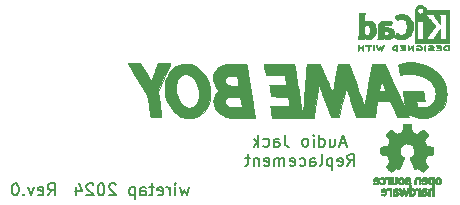
<source format=gbr>
%TF.GenerationSoftware,KiCad,Pcbnew,(5.1.6)-1*%
%TF.CreationDate,2024-02-11T14:18:58-05:00*%
%TF.ProjectId,GB-DMG-Headphone-PCB,47422d44-4d47-42d4-9865-616470686f6e,rev?*%
%TF.SameCoordinates,Original*%
%TF.FileFunction,Legend,Bot*%
%TF.FilePolarity,Positive*%
%FSLAX46Y46*%
G04 Gerber Fmt 4.6, Leading zero omitted, Abs format (unit mm)*
G04 Created by KiCad (PCBNEW (5.1.6)-1) date 2024-02-11 14:18:58*
%MOMM*%
%LPD*%
G01*
G04 APERTURE LIST*
%ADD10C,0.150000*%
%ADD11C,0.010000*%
G04 APERTURE END LIST*
D10*
X130500285Y-113799880D02*
X130833619Y-113323690D01*
X131071714Y-113799880D02*
X131071714Y-112799880D01*
X130690761Y-112799880D01*
X130595523Y-112847500D01*
X130547904Y-112895119D01*
X130500285Y-112990357D01*
X130500285Y-113133214D01*
X130547904Y-113228452D01*
X130595523Y-113276071D01*
X130690761Y-113323690D01*
X131071714Y-113323690D01*
X129690761Y-113752261D02*
X129786000Y-113799880D01*
X129976476Y-113799880D01*
X130071714Y-113752261D01*
X130119333Y-113657023D01*
X130119333Y-113276071D01*
X130071714Y-113180833D01*
X129976476Y-113133214D01*
X129786000Y-113133214D01*
X129690761Y-113180833D01*
X129643142Y-113276071D01*
X129643142Y-113371309D01*
X130119333Y-113466547D01*
X129309809Y-113133214D02*
X129071714Y-113799880D01*
X128833619Y-113133214D01*
X128452666Y-113704642D02*
X128405047Y-113752261D01*
X128452666Y-113799880D01*
X128500285Y-113752261D01*
X128452666Y-113704642D01*
X128452666Y-113799880D01*
X127786000Y-112799880D02*
X127690761Y-112799880D01*
X127595523Y-112847500D01*
X127547904Y-112895119D01*
X127500285Y-112990357D01*
X127452666Y-113180833D01*
X127452666Y-113418928D01*
X127500285Y-113609404D01*
X127547904Y-113704642D01*
X127595523Y-113752261D01*
X127690761Y-113799880D01*
X127786000Y-113799880D01*
X127881238Y-113752261D01*
X127928857Y-113704642D01*
X127976476Y-113609404D01*
X128024095Y-113418928D01*
X128024095Y-113180833D01*
X127976476Y-112990357D01*
X127928857Y-112895119D01*
X127881238Y-112847500D01*
X127786000Y-112799880D01*
X142437833Y-113133214D02*
X142247357Y-113799880D01*
X142056880Y-113323690D01*
X141866404Y-113799880D01*
X141675928Y-113133214D01*
X141294976Y-113799880D02*
X141294976Y-113133214D01*
X141294976Y-112799880D02*
X141342595Y-112847500D01*
X141294976Y-112895119D01*
X141247357Y-112847500D01*
X141294976Y-112799880D01*
X141294976Y-112895119D01*
X140818785Y-113799880D02*
X140818785Y-113133214D01*
X140818785Y-113323690D02*
X140771166Y-113228452D01*
X140723547Y-113180833D01*
X140628309Y-113133214D01*
X140533071Y-113133214D01*
X139818785Y-113752261D02*
X139914023Y-113799880D01*
X140104500Y-113799880D01*
X140199738Y-113752261D01*
X140247357Y-113657023D01*
X140247357Y-113276071D01*
X140199738Y-113180833D01*
X140104500Y-113133214D01*
X139914023Y-113133214D01*
X139818785Y-113180833D01*
X139771166Y-113276071D01*
X139771166Y-113371309D01*
X140247357Y-113466547D01*
X139485452Y-113133214D02*
X139104500Y-113133214D01*
X139342595Y-112799880D02*
X139342595Y-113657023D01*
X139294976Y-113752261D01*
X139199738Y-113799880D01*
X139104500Y-113799880D01*
X138342595Y-113799880D02*
X138342595Y-113276071D01*
X138390214Y-113180833D01*
X138485452Y-113133214D01*
X138675928Y-113133214D01*
X138771166Y-113180833D01*
X138342595Y-113752261D02*
X138437833Y-113799880D01*
X138675928Y-113799880D01*
X138771166Y-113752261D01*
X138818785Y-113657023D01*
X138818785Y-113561785D01*
X138771166Y-113466547D01*
X138675928Y-113418928D01*
X138437833Y-113418928D01*
X138342595Y-113371309D01*
X137866404Y-113133214D02*
X137866404Y-114133214D01*
X137866404Y-113180833D02*
X137771166Y-113133214D01*
X137580690Y-113133214D01*
X137485452Y-113180833D01*
X137437833Y-113228452D01*
X137390214Y-113323690D01*
X137390214Y-113609404D01*
X137437833Y-113704642D01*
X137485452Y-113752261D01*
X137580690Y-113799880D01*
X137771166Y-113799880D01*
X137866404Y-113752261D01*
X136247357Y-112895119D02*
X136199738Y-112847500D01*
X136104500Y-112799880D01*
X135866404Y-112799880D01*
X135771166Y-112847500D01*
X135723547Y-112895119D01*
X135675928Y-112990357D01*
X135675928Y-113085595D01*
X135723547Y-113228452D01*
X136294976Y-113799880D01*
X135675928Y-113799880D01*
X135056880Y-112799880D02*
X134961642Y-112799880D01*
X134866404Y-112847500D01*
X134818785Y-112895119D01*
X134771166Y-112990357D01*
X134723547Y-113180833D01*
X134723547Y-113418928D01*
X134771166Y-113609404D01*
X134818785Y-113704642D01*
X134866404Y-113752261D01*
X134961642Y-113799880D01*
X135056880Y-113799880D01*
X135152119Y-113752261D01*
X135199738Y-113704642D01*
X135247357Y-113609404D01*
X135294976Y-113418928D01*
X135294976Y-113180833D01*
X135247357Y-112990357D01*
X135199738Y-112895119D01*
X135152119Y-112847500D01*
X135056880Y-112799880D01*
X134342595Y-112895119D02*
X134294976Y-112847500D01*
X134199738Y-112799880D01*
X133961642Y-112799880D01*
X133866404Y-112847500D01*
X133818785Y-112895119D01*
X133771166Y-112990357D01*
X133771166Y-113085595D01*
X133818785Y-113228452D01*
X134390214Y-113799880D01*
X133771166Y-113799880D01*
X132914023Y-113133214D02*
X132914023Y-113799880D01*
X133152119Y-112752261D02*
X133390214Y-113466547D01*
X132771166Y-113466547D01*
X155868190Y-111323380D02*
X156201523Y-110847190D01*
X156439619Y-111323380D02*
X156439619Y-110323380D01*
X156058666Y-110323380D01*
X155963428Y-110371000D01*
X155915809Y-110418619D01*
X155868190Y-110513857D01*
X155868190Y-110656714D01*
X155915809Y-110751952D01*
X155963428Y-110799571D01*
X156058666Y-110847190D01*
X156439619Y-110847190D01*
X155058666Y-111275761D02*
X155153904Y-111323380D01*
X155344380Y-111323380D01*
X155439619Y-111275761D01*
X155487238Y-111180523D01*
X155487238Y-110799571D01*
X155439619Y-110704333D01*
X155344380Y-110656714D01*
X155153904Y-110656714D01*
X155058666Y-110704333D01*
X155011047Y-110799571D01*
X155011047Y-110894809D01*
X155487238Y-110990047D01*
X154582476Y-110656714D02*
X154582476Y-111656714D01*
X154582476Y-110704333D02*
X154487238Y-110656714D01*
X154296761Y-110656714D01*
X154201523Y-110704333D01*
X154153904Y-110751952D01*
X154106285Y-110847190D01*
X154106285Y-111132904D01*
X154153904Y-111228142D01*
X154201523Y-111275761D01*
X154296761Y-111323380D01*
X154487238Y-111323380D01*
X154582476Y-111275761D01*
X153534857Y-111323380D02*
X153630095Y-111275761D01*
X153677714Y-111180523D01*
X153677714Y-110323380D01*
X152725333Y-111323380D02*
X152725333Y-110799571D01*
X152772952Y-110704333D01*
X152868190Y-110656714D01*
X153058666Y-110656714D01*
X153153904Y-110704333D01*
X152725333Y-111275761D02*
X152820571Y-111323380D01*
X153058666Y-111323380D01*
X153153904Y-111275761D01*
X153201523Y-111180523D01*
X153201523Y-111085285D01*
X153153904Y-110990047D01*
X153058666Y-110942428D01*
X152820571Y-110942428D01*
X152725333Y-110894809D01*
X151820571Y-111275761D02*
X151915809Y-111323380D01*
X152106285Y-111323380D01*
X152201523Y-111275761D01*
X152249142Y-111228142D01*
X152296761Y-111132904D01*
X152296761Y-110847190D01*
X152249142Y-110751952D01*
X152201523Y-110704333D01*
X152106285Y-110656714D01*
X151915809Y-110656714D01*
X151820571Y-110704333D01*
X151011047Y-111275761D02*
X151106285Y-111323380D01*
X151296761Y-111323380D01*
X151392000Y-111275761D01*
X151439619Y-111180523D01*
X151439619Y-110799571D01*
X151392000Y-110704333D01*
X151296761Y-110656714D01*
X151106285Y-110656714D01*
X151011047Y-110704333D01*
X150963428Y-110799571D01*
X150963428Y-110894809D01*
X151439619Y-110990047D01*
X150534857Y-111323380D02*
X150534857Y-110656714D01*
X150534857Y-110751952D02*
X150487238Y-110704333D01*
X150391999Y-110656714D01*
X150249142Y-110656714D01*
X150153904Y-110704333D01*
X150106285Y-110799571D01*
X150106285Y-111323380D01*
X150106285Y-110799571D02*
X150058666Y-110704333D01*
X149963428Y-110656714D01*
X149820571Y-110656714D01*
X149725333Y-110704333D01*
X149677714Y-110799571D01*
X149677714Y-111323380D01*
X148820571Y-111275761D02*
X148915809Y-111323380D01*
X149106285Y-111323380D01*
X149201523Y-111275761D01*
X149249142Y-111180523D01*
X149249142Y-110799571D01*
X149201523Y-110704333D01*
X149106285Y-110656714D01*
X148915809Y-110656714D01*
X148820571Y-110704333D01*
X148772952Y-110799571D01*
X148772952Y-110894809D01*
X149249142Y-110990047D01*
X148344380Y-110656714D02*
X148344380Y-111323380D01*
X148344380Y-110751952D02*
X148296761Y-110704333D01*
X148201523Y-110656714D01*
X148058666Y-110656714D01*
X147963428Y-110704333D01*
X147915809Y-110799571D01*
X147915809Y-111323380D01*
X147582476Y-110656714D02*
X147201523Y-110656714D01*
X147439619Y-110323380D02*
X147439619Y-111180523D01*
X147392000Y-111275761D01*
X147296761Y-111323380D01*
X147201523Y-111323380D01*
X155709452Y-109386666D02*
X155233261Y-109386666D01*
X155804690Y-109672380D02*
X155471357Y-108672380D01*
X155138023Y-109672380D01*
X154376119Y-109005714D02*
X154376119Y-109672380D01*
X154804690Y-109005714D02*
X154804690Y-109529523D01*
X154757071Y-109624761D01*
X154661833Y-109672380D01*
X154518976Y-109672380D01*
X154423738Y-109624761D01*
X154376119Y-109577142D01*
X153471357Y-109672380D02*
X153471357Y-108672380D01*
X153471357Y-109624761D02*
X153566595Y-109672380D01*
X153757071Y-109672380D01*
X153852309Y-109624761D01*
X153899928Y-109577142D01*
X153947547Y-109481904D01*
X153947547Y-109196190D01*
X153899928Y-109100952D01*
X153852309Y-109053333D01*
X153757071Y-109005714D01*
X153566595Y-109005714D01*
X153471357Y-109053333D01*
X152995166Y-109672380D02*
X152995166Y-109005714D01*
X152995166Y-108672380D02*
X153042785Y-108720000D01*
X152995166Y-108767619D01*
X152947547Y-108720000D01*
X152995166Y-108672380D01*
X152995166Y-108767619D01*
X152376119Y-109672380D02*
X152471357Y-109624761D01*
X152518976Y-109577142D01*
X152566595Y-109481904D01*
X152566595Y-109196190D01*
X152518976Y-109100952D01*
X152471357Y-109053333D01*
X152376119Y-109005714D01*
X152233261Y-109005714D01*
X152138023Y-109053333D01*
X152090404Y-109100952D01*
X152042785Y-109196190D01*
X152042785Y-109481904D01*
X152090404Y-109577142D01*
X152138023Y-109624761D01*
X152233261Y-109672380D01*
X152376119Y-109672380D01*
X150566595Y-108672380D02*
X150566595Y-109386666D01*
X150614214Y-109529523D01*
X150709452Y-109624761D01*
X150852309Y-109672380D01*
X150947547Y-109672380D01*
X149661833Y-109672380D02*
X149661833Y-109148571D01*
X149709452Y-109053333D01*
X149804690Y-109005714D01*
X149995166Y-109005714D01*
X150090404Y-109053333D01*
X149661833Y-109624761D02*
X149757071Y-109672380D01*
X149995166Y-109672380D01*
X150090404Y-109624761D01*
X150138023Y-109529523D01*
X150138023Y-109434285D01*
X150090404Y-109339047D01*
X149995166Y-109291428D01*
X149757071Y-109291428D01*
X149661833Y-109243809D01*
X148757071Y-109624761D02*
X148852309Y-109672380D01*
X149042785Y-109672380D01*
X149138023Y-109624761D01*
X149185642Y-109577142D01*
X149233261Y-109481904D01*
X149233261Y-109196190D01*
X149185642Y-109100952D01*
X149138023Y-109053333D01*
X149042785Y-109005714D01*
X148852309Y-109005714D01*
X148757071Y-109053333D01*
X148328500Y-109672380D02*
X148328500Y-108672380D01*
X148233261Y-109291428D02*
X147947547Y-109672380D01*
X147947547Y-109005714D02*
X148328500Y-109386666D01*
D11*
%TO.C,G\u002A\u002A\u002A*%
G36*
X164300609Y-101095853D02*
G01*
X164277510Y-101096837D01*
X164213085Y-101100990D01*
X164166524Y-101106992D01*
X164130294Y-101116432D01*
X164096861Y-101130899D01*
X164084047Y-101137650D01*
X164025570Y-101181945D01*
X163987673Y-101237814D01*
X163971656Y-101301306D01*
X163978820Y-101368469D01*
X163994746Y-101408805D01*
X164038553Y-101469731D01*
X164097040Y-101510101D01*
X164133283Y-101522839D01*
X164175343Y-101530499D01*
X164228623Y-101535802D01*
X164286382Y-101538628D01*
X164341881Y-101538857D01*
X164388380Y-101536369D01*
X164419137Y-101531044D01*
X164425597Y-101528039D01*
X164434090Y-101509416D01*
X164440605Y-101471024D01*
X164445127Y-101418310D01*
X164447638Y-101356719D01*
X164447983Y-101310269D01*
X164363400Y-101310269D01*
X164362573Y-101366169D01*
X164360339Y-101412371D01*
X164357067Y-101443129D01*
X164354226Y-101452541D01*
X164335194Y-101457392D01*
X164298984Y-101456656D01*
X164252931Y-101451389D01*
X164204373Y-101442649D01*
X164160647Y-101431491D01*
X164132050Y-101420542D01*
X164085808Y-101386830D01*
X164061431Y-101345392D01*
X164060111Y-101299800D01*
X164078421Y-101259853D01*
X164111897Y-101226885D01*
X164160928Y-101203890D01*
X164229186Y-101189423D01*
X164267771Y-101185256D01*
X164363400Y-101177172D01*
X164363400Y-101310269D01*
X164447983Y-101310269D01*
X164448121Y-101291696D01*
X164446560Y-101228688D01*
X164442939Y-101173139D01*
X164437239Y-101130495D01*
X164429445Y-101106201D01*
X164426900Y-101103440D01*
X164404516Y-101097756D01*
X164361039Y-101095166D01*
X164300609Y-101095853D01*
G37*
X164300609Y-101095853D02*
X164277510Y-101096837D01*
X164213085Y-101100990D01*
X164166524Y-101106992D01*
X164130294Y-101116432D01*
X164096861Y-101130899D01*
X164084047Y-101137650D01*
X164025570Y-101181945D01*
X163987673Y-101237814D01*
X163971656Y-101301306D01*
X163978820Y-101368469D01*
X163994746Y-101408805D01*
X164038553Y-101469731D01*
X164097040Y-101510101D01*
X164133283Y-101522839D01*
X164175343Y-101530499D01*
X164228623Y-101535802D01*
X164286382Y-101538628D01*
X164341881Y-101538857D01*
X164388380Y-101536369D01*
X164419137Y-101531044D01*
X164425597Y-101528039D01*
X164434090Y-101509416D01*
X164440605Y-101471024D01*
X164445127Y-101418310D01*
X164447638Y-101356719D01*
X164447983Y-101310269D01*
X164363400Y-101310269D01*
X164362573Y-101366169D01*
X164360339Y-101412371D01*
X164357067Y-101443129D01*
X164354226Y-101452541D01*
X164335194Y-101457392D01*
X164298984Y-101456656D01*
X164252931Y-101451389D01*
X164204373Y-101442649D01*
X164160647Y-101431491D01*
X164132050Y-101420542D01*
X164085808Y-101386830D01*
X164061431Y-101345392D01*
X164060111Y-101299800D01*
X164078421Y-101259853D01*
X164111897Y-101226885D01*
X164160928Y-101203890D01*
X164229186Y-101189423D01*
X164267771Y-101185256D01*
X164363400Y-101177172D01*
X164363400Y-101310269D01*
X164447983Y-101310269D01*
X164448121Y-101291696D01*
X164446560Y-101228688D01*
X164442939Y-101173139D01*
X164437239Y-101130495D01*
X164429445Y-101106201D01*
X164426900Y-101103440D01*
X164404516Y-101097756D01*
X164361039Y-101095166D01*
X164300609Y-101095853D01*
G36*
X162402171Y-101099754D02*
G01*
X162394630Y-101105888D01*
X162389218Y-101119991D01*
X162385602Y-101145646D01*
X162383449Y-101186436D01*
X162382427Y-101245942D01*
X162382200Y-101315161D01*
X162382401Y-101392585D01*
X162383289Y-101448456D01*
X162385292Y-101486624D01*
X162388842Y-101510934D01*
X162394366Y-101525235D01*
X162402294Y-101533373D01*
X162406849Y-101536097D01*
X162428387Y-101541689D01*
X162446385Y-101527687D01*
X162451299Y-101521018D01*
X162459433Y-101504204D01*
X162465108Y-101478151D01*
X162468696Y-101438808D01*
X162470569Y-101382122D01*
X162471100Y-101305521D01*
X162470854Y-101232454D01*
X162469781Y-101180713D01*
X162467386Y-101146225D01*
X162463170Y-101124917D01*
X162456636Y-101112717D01*
X162447286Y-101105552D01*
X162446621Y-101105192D01*
X162418005Y-101097741D01*
X162402171Y-101099754D01*
G37*
X162402171Y-101099754D02*
X162394630Y-101105888D01*
X162389218Y-101119991D01*
X162385602Y-101145646D01*
X162383449Y-101186436D01*
X162382427Y-101245942D01*
X162382200Y-101315161D01*
X162382401Y-101392585D01*
X162383289Y-101448456D01*
X162385292Y-101486624D01*
X162388842Y-101510934D01*
X162394366Y-101525235D01*
X162402294Y-101533373D01*
X162406849Y-101536097D01*
X162428387Y-101541689D01*
X162446385Y-101527687D01*
X162451299Y-101521018D01*
X162459433Y-101504204D01*
X162465108Y-101478151D01*
X162468696Y-101438808D01*
X162470569Y-101382122D01*
X162471100Y-101305521D01*
X162470854Y-101232454D01*
X162469781Y-101180713D01*
X162467386Y-101146225D01*
X162463170Y-101124917D01*
X162456636Y-101112717D01*
X162447286Y-101105552D01*
X162446621Y-101105192D01*
X162418005Y-101097741D01*
X162402171Y-101099754D01*
G36*
X161389624Y-101100181D02*
G01*
X161362055Y-101122436D01*
X161322175Y-101156201D01*
X161273253Y-101198719D01*
X161230164Y-101236858D01*
X161067750Y-101381717D01*
X161061400Y-101256355D01*
X161055570Y-101183329D01*
X161046076Y-101133585D01*
X161031952Y-101105149D01*
X161012231Y-101096047D01*
X160986682Y-101103907D01*
X160975984Y-101111082D01*
X160968574Y-101122025D01*
X160963850Y-101140998D01*
X160961214Y-101172263D01*
X160960064Y-101220084D01*
X160959801Y-101288721D01*
X160959800Y-101294820D01*
X160960908Y-101382779D01*
X160964577Y-101448070D01*
X160971325Y-101493340D01*
X160981673Y-101521240D01*
X160996138Y-101534418D01*
X161007111Y-101536359D01*
X161023763Y-101528130D01*
X161055321Y-101505470D01*
X161098119Y-101471273D01*
X161148486Y-101428431D01*
X161184277Y-101396659D01*
X161236355Y-101349976D01*
X161281706Y-101309926D01*
X161317069Y-101279343D01*
X161339180Y-101261061D01*
X161345012Y-101257100D01*
X161347987Y-101268899D01*
X161351120Y-101300707D01*
X161353965Y-101347141D01*
X161355485Y-101383672D01*
X161360075Y-101457175D01*
X161368427Y-101507085D01*
X161381295Y-101535030D01*
X161399435Y-101542638D01*
X161423601Y-101531536D01*
X161423928Y-101531297D01*
X161433373Y-101522522D01*
X161440075Y-101509541D01*
X161444499Y-101488305D01*
X161447108Y-101454763D01*
X161448367Y-101404867D01*
X161448741Y-101334567D01*
X161448750Y-101314810D01*
X161448345Y-101237016D01*
X161446908Y-101180990D01*
X161444113Y-101143110D01*
X161439631Y-101119754D01*
X161433134Y-101107299D01*
X161429700Y-101104431D01*
X161408637Y-101093892D01*
X161401614Y-101092194D01*
X161389624Y-101100181D01*
G37*
X161389624Y-101100181D02*
X161362055Y-101122436D01*
X161322175Y-101156201D01*
X161273253Y-101198719D01*
X161230164Y-101236858D01*
X161067750Y-101381717D01*
X161061400Y-101256355D01*
X161055570Y-101183329D01*
X161046076Y-101133585D01*
X161031952Y-101105149D01*
X161012231Y-101096047D01*
X160986682Y-101103907D01*
X160975984Y-101111082D01*
X160968574Y-101122025D01*
X160963850Y-101140998D01*
X160961214Y-101172263D01*
X160960064Y-101220084D01*
X160959801Y-101288721D01*
X160959800Y-101294820D01*
X160960908Y-101382779D01*
X160964577Y-101448070D01*
X160971325Y-101493340D01*
X160981673Y-101521240D01*
X160996138Y-101534418D01*
X161007111Y-101536359D01*
X161023763Y-101528130D01*
X161055321Y-101505470D01*
X161098119Y-101471273D01*
X161148486Y-101428431D01*
X161184277Y-101396659D01*
X161236355Y-101349976D01*
X161281706Y-101309926D01*
X161317069Y-101279343D01*
X161339180Y-101261061D01*
X161345012Y-101257100D01*
X161347987Y-101268899D01*
X161351120Y-101300707D01*
X161353965Y-101347141D01*
X161355485Y-101383672D01*
X161360075Y-101457175D01*
X161368427Y-101507085D01*
X161381295Y-101535030D01*
X161399435Y-101542638D01*
X161423601Y-101531536D01*
X161423928Y-101531297D01*
X161433373Y-101522522D01*
X161440075Y-101509541D01*
X161444499Y-101488305D01*
X161447108Y-101454763D01*
X161448367Y-101404867D01*
X161448741Y-101334567D01*
X161448750Y-101314810D01*
X161448345Y-101237016D01*
X161446908Y-101180990D01*
X161444113Y-101143110D01*
X161439631Y-101119754D01*
X161433134Y-101107299D01*
X161429700Y-101104431D01*
X161408637Y-101093892D01*
X161401614Y-101092194D01*
X161389624Y-101100181D01*
G36*
X159965837Y-101094756D02*
G01*
X159944023Y-101096025D01*
X159861741Y-101102819D01*
X159799600Y-101112738D01*
X159752387Y-101127355D01*
X159714891Y-101148243D01*
X159684472Y-101174374D01*
X159641373Y-101231868D01*
X159619275Y-101294815D01*
X159619410Y-101353935D01*
X159638798Y-101401621D01*
X159675448Y-101449629D01*
X159722437Y-101490515D01*
X159769983Y-101515851D01*
X159808759Y-101525815D01*
X159859831Y-101533733D01*
X159916988Y-101539294D01*
X159974015Y-101542184D01*
X160024702Y-101542092D01*
X160062833Y-101538706D01*
X160082198Y-101531713D01*
X160082340Y-101531548D01*
X160088341Y-101511650D01*
X160092820Y-101471981D01*
X160095785Y-101418124D01*
X160097244Y-101355660D01*
X160097219Y-101310309D01*
X160007300Y-101310309D01*
X160006748Y-101365799D01*
X160005255Y-101411191D01*
X160003067Y-101440906D01*
X160001143Y-101449524D01*
X159984750Y-101452724D01*
X159951056Y-101452451D01*
X159907826Y-101449358D01*
X159862819Y-101444101D01*
X159823800Y-101437334D01*
X159807691Y-101433202D01*
X159773373Y-101415346D01*
X159739611Y-101386709D01*
X159713600Y-101354667D01*
X159702533Y-101326595D01*
X159702500Y-101325344D01*
X159712979Y-101285862D01*
X159739601Y-101246347D01*
X159775144Y-101216727D01*
X159785096Y-101211812D01*
X159820094Y-101201389D01*
X159869297Y-101191794D01*
X159917603Y-101185589D01*
X160007300Y-101177252D01*
X160007300Y-101310309D01*
X160097219Y-101310309D01*
X160097207Y-101290173D01*
X160095680Y-101227244D01*
X160092674Y-101172458D01*
X160088196Y-101131395D01*
X160082255Y-101109639D01*
X160081703Y-101108883D01*
X160069756Y-101099428D01*
X160049946Y-101094247D01*
X160017048Y-101092852D01*
X159965837Y-101094756D01*
G37*
X159965837Y-101094756D02*
X159944023Y-101096025D01*
X159861741Y-101102819D01*
X159799600Y-101112738D01*
X159752387Y-101127355D01*
X159714891Y-101148243D01*
X159684472Y-101174374D01*
X159641373Y-101231868D01*
X159619275Y-101294815D01*
X159619410Y-101353935D01*
X159638798Y-101401621D01*
X159675448Y-101449629D01*
X159722437Y-101490515D01*
X159769983Y-101515851D01*
X159808759Y-101525815D01*
X159859831Y-101533733D01*
X159916988Y-101539294D01*
X159974015Y-101542184D01*
X160024702Y-101542092D01*
X160062833Y-101538706D01*
X160082198Y-101531713D01*
X160082340Y-101531548D01*
X160088341Y-101511650D01*
X160092820Y-101471981D01*
X160095785Y-101418124D01*
X160097244Y-101355660D01*
X160097219Y-101310309D01*
X160007300Y-101310309D01*
X160006748Y-101365799D01*
X160005255Y-101411191D01*
X160003067Y-101440906D01*
X160001143Y-101449524D01*
X159984750Y-101452724D01*
X159951056Y-101452451D01*
X159907826Y-101449358D01*
X159862819Y-101444101D01*
X159823800Y-101437334D01*
X159807691Y-101433202D01*
X159773373Y-101415346D01*
X159739611Y-101386709D01*
X159713600Y-101354667D01*
X159702533Y-101326595D01*
X159702500Y-101325344D01*
X159712979Y-101285862D01*
X159739601Y-101246347D01*
X159775144Y-101216727D01*
X159785096Y-101211812D01*
X159820094Y-101201389D01*
X159869297Y-101191794D01*
X159917603Y-101185589D01*
X160007300Y-101177252D01*
X160007300Y-101310309D01*
X160097219Y-101310309D01*
X160097207Y-101290173D01*
X160095680Y-101227244D01*
X160092674Y-101172458D01*
X160088196Y-101131395D01*
X160082255Y-101109639D01*
X160081703Y-101108883D01*
X160069756Y-101099428D01*
X160049946Y-101094247D01*
X160017048Y-101092852D01*
X159965837Y-101094756D01*
G36*
X158293771Y-101099881D02*
G01*
X158285356Y-101105608D01*
X158275220Y-101117412D01*
X158271191Y-101133605D01*
X158274220Y-101157399D01*
X158285262Y-101192007D01*
X158305270Y-101240641D01*
X158335198Y-101306516D01*
X158361690Y-101362771D01*
X158394155Y-101430343D01*
X158418330Y-101477986D01*
X158436331Y-101508943D01*
X158450277Y-101526453D01*
X158462284Y-101533759D01*
X158473676Y-101534221D01*
X158494568Y-101523635D01*
X158517856Y-101495535D01*
X158546248Y-101446639D01*
X158546918Y-101445366D01*
X158569498Y-101403374D01*
X158588135Y-101370469D01*
X158599251Y-101352934D01*
X158600039Y-101352028D01*
X158609669Y-101357730D01*
X158626130Y-101381152D01*
X158642825Y-101411412D01*
X158673860Y-101469121D01*
X158701746Y-101513655D01*
X158724045Y-101541434D01*
X158736610Y-101549200D01*
X158752708Y-101540600D01*
X158760843Y-101532387D01*
X158773014Y-101512161D01*
X158794874Y-101469342D01*
X158826070Y-101404666D01*
X158866246Y-101318868D01*
X158915047Y-101212684D01*
X158916194Y-101210171D01*
X158930942Y-101174089D01*
X158939571Y-101145712D01*
X158940500Y-101138701D01*
X158930160Y-101113358D01*
X158906488Y-101098423D01*
X158885941Y-101099113D01*
X158877281Y-101103463D01*
X158868814Y-101111657D01*
X158858597Y-101127239D01*
X158844690Y-101153748D01*
X158825151Y-101194728D01*
X158798037Y-101253720D01*
X158782604Y-101287625D01*
X158761288Y-101331389D01*
X158743009Y-101363253D01*
X158730598Y-101378514D01*
X158727727Y-101378759D01*
X158717678Y-101363672D01*
X158699655Y-101332345D01*
X158677292Y-101291128D01*
X158673918Y-101284733D01*
X158643910Y-101232940D01*
X158618951Y-101205218D01*
X158595985Y-101201568D01*
X158571954Y-101221989D01*
X158543801Y-101266481D01*
X158533983Y-101284733D01*
X158511406Y-101326722D01*
X158492775Y-101359620D01*
X158481667Y-101377147D01*
X158480880Y-101378053D01*
X158472483Y-101370753D01*
X158456047Y-101344513D01*
X158433992Y-101303543D01*
X158410211Y-101255169D01*
X158376408Y-101186116D01*
X158349820Y-101138405D01*
X158328489Y-101109692D01*
X158310459Y-101097632D01*
X158293771Y-101099881D01*
G37*
X158293771Y-101099881D02*
X158285356Y-101105608D01*
X158275220Y-101117412D01*
X158271191Y-101133605D01*
X158274220Y-101157399D01*
X158285262Y-101192007D01*
X158305270Y-101240641D01*
X158335198Y-101306516D01*
X158361690Y-101362771D01*
X158394155Y-101430343D01*
X158418330Y-101477986D01*
X158436331Y-101508943D01*
X158450277Y-101526453D01*
X158462284Y-101533759D01*
X158473676Y-101534221D01*
X158494568Y-101523635D01*
X158517856Y-101495535D01*
X158546248Y-101446639D01*
X158546918Y-101445366D01*
X158569498Y-101403374D01*
X158588135Y-101370469D01*
X158599251Y-101352934D01*
X158600039Y-101352028D01*
X158609669Y-101357730D01*
X158626130Y-101381152D01*
X158642825Y-101411412D01*
X158673860Y-101469121D01*
X158701746Y-101513655D01*
X158724045Y-101541434D01*
X158736610Y-101549200D01*
X158752708Y-101540600D01*
X158760843Y-101532387D01*
X158773014Y-101512161D01*
X158794874Y-101469342D01*
X158826070Y-101404666D01*
X158866246Y-101318868D01*
X158915047Y-101212684D01*
X158916194Y-101210171D01*
X158930942Y-101174089D01*
X158939571Y-101145712D01*
X158940500Y-101138701D01*
X158930160Y-101113358D01*
X158906488Y-101098423D01*
X158885941Y-101099113D01*
X158877281Y-101103463D01*
X158868814Y-101111657D01*
X158858597Y-101127239D01*
X158844690Y-101153748D01*
X158825151Y-101194728D01*
X158798037Y-101253720D01*
X158782604Y-101287625D01*
X158761288Y-101331389D01*
X158743009Y-101363253D01*
X158730598Y-101378514D01*
X158727727Y-101378759D01*
X158717678Y-101363672D01*
X158699655Y-101332345D01*
X158677292Y-101291128D01*
X158673918Y-101284733D01*
X158643910Y-101232940D01*
X158618951Y-101205218D01*
X158595985Y-101201568D01*
X158571954Y-101221989D01*
X158543801Y-101266481D01*
X158533983Y-101284733D01*
X158511406Y-101326722D01*
X158492775Y-101359620D01*
X158481667Y-101377147D01*
X158480880Y-101378053D01*
X158472483Y-101370753D01*
X158456047Y-101344513D01*
X158433992Y-101303543D01*
X158410211Y-101255169D01*
X158376408Y-101186116D01*
X158349820Y-101138405D01*
X158328489Y-101109692D01*
X158310459Y-101097632D01*
X158293771Y-101099881D01*
G36*
X158024311Y-101098917D02*
G01*
X158015535Y-101103494D01*
X158009240Y-101113262D01*
X158005020Y-101131946D01*
X158002467Y-101163268D01*
X158001173Y-101210952D01*
X158000730Y-101278724D01*
X158000700Y-101314658D01*
X158000948Y-101392618D01*
X158001949Y-101448961D01*
X158004090Y-101487470D01*
X158007759Y-101511927D01*
X158013342Y-101526112D01*
X158021227Y-101533808D01*
X158023253Y-101534976D01*
X158055785Y-101539459D01*
X158067703Y-101534792D01*
X158075921Y-101527643D01*
X158081811Y-101514327D01*
X158085748Y-101491074D01*
X158088108Y-101454114D01*
X158089266Y-101399678D01*
X158089598Y-101323998D01*
X158089600Y-101314977D01*
X158089318Y-101236844D01*
X158088234Y-101180460D01*
X158085997Y-101142176D01*
X158082254Y-101118345D01*
X158076652Y-101105319D01*
X158068839Y-101099450D01*
X158068761Y-101099420D01*
X158039027Y-101096241D01*
X158024311Y-101098917D01*
G37*
X158024311Y-101098917D02*
X158015535Y-101103494D01*
X158009240Y-101113262D01*
X158005020Y-101131946D01*
X158002467Y-101163268D01*
X158001173Y-101210952D01*
X158000730Y-101278724D01*
X158000700Y-101314658D01*
X158000948Y-101392618D01*
X158001949Y-101448961D01*
X158004090Y-101487470D01*
X158007759Y-101511927D01*
X158013342Y-101526112D01*
X158021227Y-101533808D01*
X158023253Y-101534976D01*
X158055785Y-101539459D01*
X158067703Y-101534792D01*
X158075921Y-101527643D01*
X158081811Y-101514327D01*
X158085748Y-101491074D01*
X158088108Y-101454114D01*
X158089266Y-101399678D01*
X158089598Y-101323998D01*
X158089600Y-101314977D01*
X158089318Y-101236844D01*
X158088234Y-101180460D01*
X158085997Y-101142176D01*
X158082254Y-101118345D01*
X158076652Y-101105319D01*
X158068839Y-101099450D01*
X158068761Y-101099420D01*
X158039027Y-101096241D01*
X158024311Y-101098917D01*
G36*
X157621320Y-101094695D02*
G01*
X157608383Y-101094889D01*
X157384750Y-101098350D01*
X157384750Y-101174550D01*
X157575250Y-101187250D01*
X157578785Y-101354268D01*
X157581427Y-101432914D01*
X157586054Y-101488602D01*
X157593491Y-101523750D01*
X157604565Y-101540774D01*
X157620101Y-101542090D01*
X157639282Y-101531332D01*
X157649265Y-101521128D01*
X157656381Y-101504617D01*
X157661324Y-101477394D01*
X157664790Y-101435054D01*
X157667473Y-101373191D01*
X157668316Y-101347397D01*
X157673504Y-101180900D01*
X157760046Y-101180900D01*
X157806759Y-101180004D01*
X157834169Y-101176206D01*
X157848343Y-101167843D01*
X157854844Y-101154890D01*
X157859522Y-101133561D01*
X157856260Y-101117629D01*
X157842215Y-101106402D01*
X157814542Y-101099187D01*
X157770398Y-101095293D01*
X157706939Y-101094026D01*
X157621320Y-101094695D01*
G37*
X157621320Y-101094695D02*
X157608383Y-101094889D01*
X157384750Y-101098350D01*
X157384750Y-101174550D01*
X157575250Y-101187250D01*
X157578785Y-101354268D01*
X157581427Y-101432914D01*
X157586054Y-101488602D01*
X157593491Y-101523750D01*
X157604565Y-101540774D01*
X157620101Y-101542090D01*
X157639282Y-101531332D01*
X157649265Y-101521128D01*
X157656381Y-101504617D01*
X157661324Y-101477394D01*
X157664790Y-101435054D01*
X157667473Y-101373191D01*
X157668316Y-101347397D01*
X157673504Y-101180900D01*
X157760046Y-101180900D01*
X157806759Y-101180004D01*
X157834169Y-101176206D01*
X157848343Y-101167843D01*
X157854844Y-101154890D01*
X157859522Y-101133561D01*
X157856260Y-101117629D01*
X157842215Y-101106402D01*
X157814542Y-101099187D01*
X157770398Y-101095293D01*
X157706939Y-101094026D01*
X157621320Y-101094695D01*
G36*
X157171872Y-101097865D02*
G01*
X157157058Y-101111957D01*
X157142393Y-101143000D01*
X157137116Y-101197110D01*
X157137100Y-101200857D01*
X157137100Y-101269800D01*
X156832300Y-101269800D01*
X156832300Y-101195155D01*
X156828254Y-101139300D01*
X156815716Y-101106741D01*
X156794095Y-101096632D01*
X156768732Y-101104736D01*
X156758416Y-101111382D01*
X156751231Y-101121138D01*
X156746729Y-101138041D01*
X156744465Y-101166131D01*
X156743992Y-101209447D01*
X156744864Y-101272028D01*
X156745695Y-101313260D01*
X156748360Y-101399825D01*
X156752693Y-101463506D01*
X156759395Y-101506803D01*
X156769168Y-101532214D01*
X156782715Y-101542238D01*
X156800738Y-101539372D01*
X156808234Y-101535786D01*
X156821757Y-101524010D01*
X156829150Y-101502745D01*
X156832038Y-101465585D01*
X156832300Y-101440803D01*
X156832300Y-101358700D01*
X157137100Y-101358700D01*
X157137100Y-101415023D01*
X157141726Y-101469354D01*
X157154167Y-101511142D01*
X157172270Y-101536986D01*
X157193882Y-101543483D01*
X157211753Y-101532967D01*
X157217985Y-101513307D01*
X157222464Y-101468939D01*
X157225149Y-101400498D01*
X157226000Y-101313068D01*
X157225688Y-101235006D01*
X157224525Y-101178729D01*
X157222171Y-101140625D01*
X157218286Y-101117084D01*
X157212530Y-101104495D01*
X157205912Y-101099708D01*
X157185301Y-101093104D01*
X157171872Y-101097865D01*
G37*
X157171872Y-101097865D02*
X157157058Y-101111957D01*
X157142393Y-101143000D01*
X157137116Y-101197110D01*
X157137100Y-101200857D01*
X157137100Y-101269800D01*
X156832300Y-101269800D01*
X156832300Y-101195155D01*
X156828254Y-101139300D01*
X156815716Y-101106741D01*
X156794095Y-101096632D01*
X156768732Y-101104736D01*
X156758416Y-101111382D01*
X156751231Y-101121138D01*
X156746729Y-101138041D01*
X156744465Y-101166131D01*
X156743992Y-101209447D01*
X156744864Y-101272028D01*
X156745695Y-101313260D01*
X156748360Y-101399825D01*
X156752693Y-101463506D01*
X156759395Y-101506803D01*
X156769168Y-101532214D01*
X156782715Y-101542238D01*
X156800738Y-101539372D01*
X156808234Y-101535786D01*
X156821757Y-101524010D01*
X156829150Y-101502745D01*
X156832038Y-101465585D01*
X156832300Y-101440803D01*
X156832300Y-101358700D01*
X157137100Y-101358700D01*
X157137100Y-101415023D01*
X157141726Y-101469354D01*
X157154167Y-101511142D01*
X157172270Y-101536986D01*
X157193882Y-101543483D01*
X157211753Y-101532967D01*
X157217985Y-101513307D01*
X157222464Y-101468939D01*
X157225149Y-101400498D01*
X157226000Y-101313068D01*
X157225688Y-101235006D01*
X157224525Y-101178729D01*
X157222171Y-101140625D01*
X157218286Y-101117084D01*
X157212530Y-101104495D01*
X157205912Y-101099708D01*
X157185301Y-101093104D01*
X157171872Y-101097865D01*
G36*
X163468443Y-101093070D02*
G01*
X163408851Y-101096800D01*
X163368837Y-101103971D01*
X163345522Y-101115362D01*
X163336032Y-101131753D01*
X163336643Y-101149989D01*
X163341039Y-101161069D01*
X163352234Y-101168446D01*
X163374850Y-101173050D01*
X163413511Y-101175808D01*
X163472840Y-101177650D01*
X163474549Y-101177690D01*
X163547816Y-101179812D01*
X163599444Y-101182866D01*
X163633197Y-101187925D01*
X163652835Y-101196061D01*
X163662120Y-101208346D01*
X163664815Y-101225853D01*
X163664900Y-101231941D01*
X163664900Y-101269800D01*
X163564856Y-101269800D01*
X163501625Y-101272529D01*
X163461345Y-101281287D01*
X163442099Y-101296926D01*
X163441969Y-101320299D01*
X163443243Y-101323915D01*
X163463644Y-101341995D01*
X163508233Y-101353554D01*
X163576627Y-101358504D01*
X163596638Y-101358700D01*
X163664900Y-101358700D01*
X163664900Y-101459541D01*
X163502975Y-101463095D01*
X163341050Y-101466650D01*
X163341050Y-101530150D01*
X163539596Y-101533639D01*
X163615770Y-101534684D01*
X163670289Y-101534511D01*
X163706882Y-101532815D01*
X163729278Y-101529290D01*
X163741205Y-101523631D01*
X163745971Y-101516726D01*
X163750258Y-101492582D01*
X163753027Y-101450287D01*
X163754375Y-101395328D01*
X163754402Y-101333194D01*
X163753208Y-101269370D01*
X163750892Y-101209345D01*
X163747553Y-101158607D01*
X163743291Y-101122643D01*
X163738561Y-101107240D01*
X163718961Y-101100004D01*
X163676439Y-101095117D01*
X163610107Y-101092509D01*
X163550488Y-101092000D01*
X163468443Y-101093070D01*
G37*
X163468443Y-101093070D02*
X163408851Y-101096800D01*
X163368837Y-101103971D01*
X163345522Y-101115362D01*
X163336032Y-101131753D01*
X163336643Y-101149989D01*
X163341039Y-101161069D01*
X163352234Y-101168446D01*
X163374850Y-101173050D01*
X163413511Y-101175808D01*
X163472840Y-101177650D01*
X163474549Y-101177690D01*
X163547816Y-101179812D01*
X163599444Y-101182866D01*
X163633197Y-101187925D01*
X163652835Y-101196061D01*
X163662120Y-101208346D01*
X163664815Y-101225853D01*
X163664900Y-101231941D01*
X163664900Y-101269800D01*
X163564856Y-101269800D01*
X163501625Y-101272529D01*
X163461345Y-101281287D01*
X163442099Y-101296926D01*
X163441969Y-101320299D01*
X163443243Y-101323915D01*
X163463644Y-101341995D01*
X163508233Y-101353554D01*
X163576627Y-101358504D01*
X163596638Y-101358700D01*
X163664900Y-101358700D01*
X163664900Y-101459541D01*
X163502975Y-101463095D01*
X163341050Y-101466650D01*
X163341050Y-101530150D01*
X163539596Y-101533639D01*
X163615770Y-101534684D01*
X163670289Y-101534511D01*
X163706882Y-101532815D01*
X163729278Y-101529290D01*
X163741205Y-101523631D01*
X163745971Y-101516726D01*
X163750258Y-101492582D01*
X163753027Y-101450287D01*
X163754375Y-101395328D01*
X163754402Y-101333194D01*
X163753208Y-101269370D01*
X163750892Y-101209345D01*
X163747553Y-101158607D01*
X163743291Y-101122643D01*
X163738561Y-101107240D01*
X163718961Y-101100004D01*
X163676439Y-101095117D01*
X163610107Y-101092509D01*
X163550488Y-101092000D01*
X163468443Y-101093070D01*
G36*
X162820749Y-101096473D02*
G01*
X162755482Y-101106519D01*
X162708651Y-101121893D01*
X162689781Y-101134576D01*
X162676658Y-101151738D01*
X162681720Y-101167366D01*
X162691083Y-101178394D01*
X162705960Y-101191130D01*
X162725250Y-101196439D01*
X162756419Y-101195227D01*
X162791834Y-101190620D01*
X162850565Y-101185450D01*
X162914452Y-101185044D01*
X162974500Y-101189021D01*
X163021711Y-101197001D01*
X163034126Y-101200891D01*
X163052910Y-101217311D01*
X163050906Y-101237347D01*
X163033075Y-101249619D01*
X163011604Y-101254970D01*
X162971734Y-101263785D01*
X162919991Y-101274646D01*
X162884097Y-101281931D01*
X162806602Y-101299970D01*
X162750782Y-101319520D01*
X162712914Y-101342539D01*
X162689277Y-101370985D01*
X162681365Y-101388597D01*
X162676466Y-101418838D01*
X162688538Y-101447912D01*
X162694968Y-101457150D01*
X162723446Y-101489193D01*
X162757306Y-101511626D01*
X162801294Y-101525889D01*
X162860154Y-101533420D01*
X162938632Y-101535659D01*
X162953700Y-101535620D01*
X163014811Y-101534114D01*
X163068809Y-101530674D01*
X163109287Y-101525834D01*
X163128325Y-101520999D01*
X163150562Y-101500667D01*
X163156346Y-101474961D01*
X163143695Y-101453700D01*
X163142125Y-101452667D01*
X163124254Y-101449337D01*
X163086530Y-101447026D01*
X163034487Y-101445943D01*
X162973850Y-101446295D01*
X162904243Y-101446846D01*
X162855443Y-101445283D01*
X162822916Y-101441181D01*
X162802125Y-101434113D01*
X162794950Y-101429519D01*
X162778257Y-101413578D01*
X162781814Y-101402390D01*
X162788600Y-101397378D01*
X162811533Y-101387818D01*
X162849211Y-101377237D01*
X162874325Y-101371736D01*
X162928529Y-101361149D01*
X162988008Y-101349548D01*
X163010977Y-101345073D01*
X163077412Y-101324659D01*
X163125160Y-101293893D01*
X163151894Y-101254677D01*
X163156900Y-101225952D01*
X163145239Y-101178552D01*
X163111270Y-101140732D01*
X163056518Y-101113284D01*
X162982507Y-101097002D01*
X162900452Y-101092553D01*
X162820749Y-101096473D01*
G37*
X162820749Y-101096473D02*
X162755482Y-101106519D01*
X162708651Y-101121893D01*
X162689781Y-101134576D01*
X162676658Y-101151738D01*
X162681720Y-101167366D01*
X162691083Y-101178394D01*
X162705960Y-101191130D01*
X162725250Y-101196439D01*
X162756419Y-101195227D01*
X162791834Y-101190620D01*
X162850565Y-101185450D01*
X162914452Y-101185044D01*
X162974500Y-101189021D01*
X163021711Y-101197001D01*
X163034126Y-101200891D01*
X163052910Y-101217311D01*
X163050906Y-101237347D01*
X163033075Y-101249619D01*
X163011604Y-101254970D01*
X162971734Y-101263785D01*
X162919991Y-101274646D01*
X162884097Y-101281931D01*
X162806602Y-101299970D01*
X162750782Y-101319520D01*
X162712914Y-101342539D01*
X162689277Y-101370985D01*
X162681365Y-101388597D01*
X162676466Y-101418838D01*
X162688538Y-101447912D01*
X162694968Y-101457150D01*
X162723446Y-101489193D01*
X162757306Y-101511626D01*
X162801294Y-101525889D01*
X162860154Y-101533420D01*
X162938632Y-101535659D01*
X162953700Y-101535620D01*
X163014811Y-101534114D01*
X163068809Y-101530674D01*
X163109287Y-101525834D01*
X163128325Y-101520999D01*
X163150562Y-101500667D01*
X163156346Y-101474961D01*
X163143695Y-101453700D01*
X163142125Y-101452667D01*
X163124254Y-101449337D01*
X163086530Y-101447026D01*
X163034487Y-101445943D01*
X162973850Y-101446295D01*
X162904243Y-101446846D01*
X162855443Y-101445283D01*
X162822916Y-101441181D01*
X162802125Y-101434113D01*
X162794950Y-101429519D01*
X162778257Y-101413578D01*
X162781814Y-101402390D01*
X162788600Y-101397378D01*
X162811533Y-101387818D01*
X162849211Y-101377237D01*
X162874325Y-101371736D01*
X162928529Y-101361149D01*
X162988008Y-101349548D01*
X163010977Y-101345073D01*
X163077412Y-101324659D01*
X163125160Y-101293893D01*
X163151894Y-101254677D01*
X163156900Y-101225952D01*
X163145239Y-101178552D01*
X163111270Y-101140732D01*
X163056518Y-101113284D01*
X162982507Y-101097002D01*
X162900452Y-101092553D01*
X162820749Y-101096473D01*
G36*
X161775005Y-101102177D02*
G01*
X161729781Y-101116370D01*
X161700207Y-101136504D01*
X161689862Y-101161113D01*
X161696025Y-101180292D01*
X161709101Y-101189500D01*
X161736274Y-101192430D01*
X161782649Y-101189557D01*
X161788850Y-101188937D01*
X161875139Y-101186874D01*
X161951089Y-101198401D01*
X162011956Y-101222467D01*
X162041884Y-101245029D01*
X162070478Y-101288420D01*
X162075983Y-101334295D01*
X162059647Y-101377871D01*
X162022720Y-101414366D01*
X161993599Y-101429891D01*
X161958311Y-101438972D01*
X161908814Y-101445030D01*
X161854612Y-101447645D01*
X161805208Y-101446398D01*
X161770105Y-101440868D01*
X161767289Y-101439891D01*
X161748550Y-101425789D01*
X161752086Y-101409950D01*
X161775523Y-101396764D01*
X161792784Y-101392726D01*
X161842010Y-101378966D01*
X161868590Y-101359717D01*
X161873680Y-101338359D01*
X161858435Y-101318270D01*
X161824011Y-101302831D01*
X161771563Y-101295421D01*
X161759440Y-101295200D01*
X161710967Y-101298088D01*
X161680818Y-101309852D01*
X161664831Y-101335142D01*
X161658845Y-101378605D01*
X161658300Y-101408170D01*
X161662830Y-101455769D01*
X161678402Y-101490551D01*
X161707992Y-101514247D01*
X161754575Y-101528584D01*
X161821125Y-101535291D01*
X161878963Y-101536375D01*
X161944180Y-101532899D01*
X161997013Y-101521078D01*
X162033952Y-101506217D01*
X162098894Y-101466282D01*
X162143280Y-101414900D01*
X162168284Y-101357088D01*
X162176166Y-101319611D01*
X162171957Y-101287375D01*
X162160419Y-101258138D01*
X162121207Y-101194474D01*
X162067369Y-101147638D01*
X161996400Y-101116095D01*
X161905797Y-101098313D01*
X161898087Y-101097486D01*
X161832300Y-101095394D01*
X161775005Y-101102177D01*
G37*
X161775005Y-101102177D02*
X161729781Y-101116370D01*
X161700207Y-101136504D01*
X161689862Y-101161113D01*
X161696025Y-101180292D01*
X161709101Y-101189500D01*
X161736274Y-101192430D01*
X161782649Y-101189557D01*
X161788850Y-101188937D01*
X161875139Y-101186874D01*
X161951089Y-101198401D01*
X162011956Y-101222467D01*
X162041884Y-101245029D01*
X162070478Y-101288420D01*
X162075983Y-101334295D01*
X162059647Y-101377871D01*
X162022720Y-101414366D01*
X161993599Y-101429891D01*
X161958311Y-101438972D01*
X161908814Y-101445030D01*
X161854612Y-101447645D01*
X161805208Y-101446398D01*
X161770105Y-101440868D01*
X161767289Y-101439891D01*
X161748550Y-101425789D01*
X161752086Y-101409950D01*
X161775523Y-101396764D01*
X161792784Y-101392726D01*
X161842010Y-101378966D01*
X161868590Y-101359717D01*
X161873680Y-101338359D01*
X161858435Y-101318270D01*
X161824011Y-101302831D01*
X161771563Y-101295421D01*
X161759440Y-101295200D01*
X161710967Y-101298088D01*
X161680818Y-101309852D01*
X161664831Y-101335142D01*
X161658845Y-101378605D01*
X161658300Y-101408170D01*
X161662830Y-101455769D01*
X161678402Y-101490551D01*
X161707992Y-101514247D01*
X161754575Y-101528584D01*
X161821125Y-101535291D01*
X161878963Y-101536375D01*
X161944180Y-101532899D01*
X161997013Y-101521078D01*
X162033952Y-101506217D01*
X162098894Y-101466282D01*
X162143280Y-101414900D01*
X162168284Y-101357088D01*
X162176166Y-101319611D01*
X162171957Y-101287375D01*
X162160419Y-101258138D01*
X162121207Y-101194474D01*
X162067369Y-101147638D01*
X161996400Y-101116095D01*
X161905797Y-101098313D01*
X161898087Y-101097486D01*
X161832300Y-101095394D01*
X161775005Y-101102177D01*
G36*
X160536167Y-101092173D02*
G01*
X160454922Y-101092688D01*
X160395765Y-101094528D01*
X160355395Y-101098424D01*
X160330505Y-101105110D01*
X160317793Y-101115317D01*
X160313955Y-101129778D01*
X160314592Y-101141284D01*
X160318450Y-101174550D01*
X160464309Y-101178168D01*
X160522763Y-101180350D01*
X160571532Y-101183545D01*
X160605224Y-101187310D01*
X160618245Y-101190868D01*
X160626893Y-101208980D01*
X160634553Y-101234875D01*
X160642784Y-101269800D01*
X160536148Y-101269800D01*
X160471362Y-101272215D01*
X160429414Y-101280069D01*
X160408146Y-101294270D01*
X160405402Y-101315730D01*
X160407943Y-101323915D01*
X160427158Y-101341516D01*
X160469353Y-101352902D01*
X160535252Y-101358230D01*
X160568455Y-101358700D01*
X160643834Y-101358700D01*
X160635950Y-101453950D01*
X160318450Y-101466650D01*
X160318450Y-101530150D01*
X160509691Y-101533642D01*
X160576986Y-101534306D01*
X160635108Y-101533810D01*
X160679405Y-101532279D01*
X160705228Y-101529834D01*
X160709716Y-101528351D01*
X160712855Y-101513062D01*
X160715300Y-101477710D01*
X160717037Y-101427622D01*
X160718052Y-101368127D01*
X160718331Y-101304552D01*
X160717862Y-101242224D01*
X160716630Y-101186472D01*
X160714620Y-101142623D01*
X160711821Y-101116004D01*
X160710792Y-101112088D01*
X160703994Y-101103739D01*
X160688474Y-101098028D01*
X160660232Y-101094500D01*
X160615272Y-101092699D01*
X160549596Y-101092169D01*
X160536167Y-101092173D01*
G37*
X160536167Y-101092173D02*
X160454922Y-101092688D01*
X160395765Y-101094528D01*
X160355395Y-101098424D01*
X160330505Y-101105110D01*
X160317793Y-101115317D01*
X160313955Y-101129778D01*
X160314592Y-101141284D01*
X160318450Y-101174550D01*
X160464309Y-101178168D01*
X160522763Y-101180350D01*
X160571532Y-101183545D01*
X160605224Y-101187310D01*
X160618245Y-101190868D01*
X160626893Y-101208980D01*
X160634553Y-101234875D01*
X160642784Y-101269800D01*
X160536148Y-101269800D01*
X160471362Y-101272215D01*
X160429414Y-101280069D01*
X160408146Y-101294270D01*
X160405402Y-101315730D01*
X160407943Y-101323915D01*
X160427158Y-101341516D01*
X160469353Y-101352902D01*
X160535252Y-101358230D01*
X160568455Y-101358700D01*
X160643834Y-101358700D01*
X160635950Y-101453950D01*
X160318450Y-101466650D01*
X160318450Y-101530150D01*
X160509691Y-101533642D01*
X160576986Y-101534306D01*
X160635108Y-101533810D01*
X160679405Y-101532279D01*
X160705228Y-101529834D01*
X160709716Y-101528351D01*
X160712855Y-101513062D01*
X160715300Y-101477710D01*
X160717037Y-101427622D01*
X160718052Y-101368127D01*
X160718331Y-101304552D01*
X160717862Y-101242224D01*
X160716630Y-101186472D01*
X160714620Y-101142623D01*
X160711821Y-101116004D01*
X160710792Y-101112088D01*
X160703994Y-101103739D01*
X160688474Y-101098028D01*
X160660232Y-101094500D01*
X160615272Y-101092699D01*
X160549596Y-101092169D01*
X160536167Y-101092173D01*
G36*
X161971910Y-97695636D02*
G01*
X161872207Y-97722241D01*
X161780003Y-97768445D01*
X161699086Y-97832424D01*
X161633247Y-97912355D01*
X161592308Y-97990639D01*
X161563050Y-98063050D01*
X161563050Y-99456242D01*
X161563100Y-99681353D01*
X161563258Y-99882315D01*
X161563539Y-100060376D01*
X161563958Y-100216788D01*
X161564530Y-100352799D01*
X161565269Y-100469661D01*
X161566189Y-100568622D01*
X161567306Y-100650934D01*
X161568634Y-100717845D01*
X161570188Y-100770606D01*
X161571982Y-100810467D01*
X161574031Y-100838678D01*
X161576349Y-100856488D01*
X161578952Y-100865148D01*
X161579556Y-100865942D01*
X161586476Y-100868616D01*
X161602439Y-100871029D01*
X161628686Y-100873197D01*
X161666457Y-100875137D01*
X161716991Y-100876868D01*
X161781529Y-100878408D01*
X161861310Y-100879773D01*
X161957574Y-100880981D01*
X162071563Y-100882051D01*
X162204514Y-100882998D01*
X162357669Y-100883843D01*
X162532268Y-100884600D01*
X162729550Y-100885289D01*
X162950755Y-100885928D01*
X162995779Y-100886045D01*
X163217608Y-100886580D01*
X163415398Y-100886972D01*
X163590509Y-100887207D01*
X163744304Y-100887270D01*
X163878142Y-100887147D01*
X163993383Y-100886825D01*
X164091390Y-100886288D01*
X164173522Y-100885524D01*
X164241141Y-100884517D01*
X164295607Y-100883253D01*
X164338281Y-100881719D01*
X164370523Y-100879899D01*
X164393695Y-100877781D01*
X164409157Y-100875349D01*
X164418270Y-100872590D01*
X164420723Y-100871194D01*
X164424727Y-100867858D01*
X164428283Y-100863086D01*
X164431418Y-100855436D01*
X164434158Y-100843468D01*
X164436530Y-100825740D01*
X164438561Y-100800812D01*
X164440277Y-100767243D01*
X164441704Y-100723592D01*
X164442870Y-100668418D01*
X164443800Y-100600280D01*
X164444521Y-100517737D01*
X164445060Y-100419349D01*
X164445443Y-100303674D01*
X164445697Y-100169271D01*
X164445848Y-100014700D01*
X164445923Y-99838519D01*
X164445948Y-99639288D01*
X164445950Y-99501125D01*
X164445907Y-99281576D01*
X164445764Y-99086091D01*
X164445506Y-98913338D01*
X164445115Y-98761980D01*
X164444574Y-98630684D01*
X164443867Y-98518115D01*
X164443471Y-98475799D01*
X164257917Y-98475799D01*
X164229250Y-98536124D01*
X164222231Y-98551573D01*
X164216425Y-98567304D01*
X164211682Y-98585843D01*
X164207852Y-98609719D01*
X164204788Y-98641457D01*
X164202340Y-98683586D01*
X164200358Y-98738631D01*
X164198694Y-98809119D01*
X164197198Y-98897578D01*
X164195723Y-99006534D01*
X164194220Y-99129850D01*
X164192968Y-99265713D01*
X164192267Y-99412319D01*
X164192103Y-99563493D01*
X164192463Y-99713059D01*
X164193335Y-99854844D01*
X164194704Y-99982672D01*
X164196254Y-100076000D01*
X164198620Y-100189448D01*
X164200757Y-100280327D01*
X164202895Y-100351465D01*
X164205261Y-100405689D01*
X164208085Y-100445826D01*
X164211596Y-100474703D01*
X164216021Y-100495147D01*
X164221591Y-100509986D01*
X164228533Y-100522046D01*
X164232850Y-100528283D01*
X164248778Y-100555813D01*
X164253111Y-100574795D01*
X164251900Y-100577245D01*
X164235259Y-100581092D01*
X164201523Y-100581392D01*
X164167863Y-100578986D01*
X164130716Y-100576500D01*
X164073901Y-100574348D01*
X164003149Y-100572672D01*
X163924192Y-100571612D01*
X163853741Y-100571300D01*
X163614508Y-100571300D01*
X163642666Y-100517325D01*
X163655603Y-100487833D01*
X163664977Y-100453217D01*
X163671784Y-100407722D01*
X163677019Y-100345590D01*
X163679461Y-100304600D01*
X163683442Y-100219051D01*
X163686336Y-100131253D01*
X163688147Y-100044865D01*
X163688881Y-99963549D01*
X163688541Y-99890964D01*
X163687134Y-99830772D01*
X163684663Y-99786632D01*
X163681133Y-99762205D01*
X163678753Y-99758500D01*
X163668425Y-99768374D01*
X163645766Y-99795926D01*
X163613049Y-99838052D01*
X163572545Y-99891648D01*
X163526527Y-99953609D01*
X163477265Y-100020829D01*
X163427032Y-100090206D01*
X163378100Y-100158633D01*
X163332740Y-100223007D01*
X163293224Y-100280224D01*
X163261825Y-100327177D01*
X163255893Y-100336350D01*
X163211597Y-100410997D01*
X163183842Y-100471903D01*
X163170979Y-100523049D01*
X163169608Y-100544620D01*
X163169616Y-100577650D01*
X162820379Y-100577650D01*
X162729164Y-100577501D01*
X162646836Y-100577083D01*
X162576636Y-100576434D01*
X162521806Y-100575595D01*
X162485590Y-100574604D01*
X162471231Y-100573500D01*
X162471121Y-100573394D01*
X162476169Y-100566401D01*
X162331400Y-100566401D01*
X162319284Y-100567778D01*
X162285269Y-100569005D01*
X162232857Y-100570025D01*
X162165549Y-100570782D01*
X162086847Y-100571216D01*
X162031915Y-100571300D01*
X161732429Y-100571300D01*
X161758865Y-100528525D01*
X161764446Y-100518948D01*
X161769180Y-100508357D01*
X161773138Y-100494709D01*
X161776389Y-100475961D01*
X161779002Y-100450068D01*
X161781047Y-100414987D01*
X161782594Y-100368674D01*
X161783711Y-100309086D01*
X161784470Y-100234179D01*
X161784938Y-100141908D01*
X161785186Y-100030231D01*
X161785284Y-99897103D01*
X161785300Y-99751835D01*
X161785300Y-99017918D01*
X162053478Y-99025620D01*
X162133349Y-99028169D01*
X162204297Y-99030920D01*
X162262516Y-99033686D01*
X162304199Y-99036278D01*
X162325540Y-99038510D01*
X162327464Y-99039130D01*
X162326171Y-99053057D01*
X162315354Y-99079498D01*
X162313287Y-99083589D01*
X162308498Y-99105603D01*
X162304280Y-99150071D01*
X162300635Y-99214063D01*
X162297564Y-99294652D01*
X162295070Y-99388910D01*
X162293155Y-99493908D01*
X162291819Y-99606719D01*
X162291065Y-99724415D01*
X162290894Y-99844068D01*
X162291308Y-99962749D01*
X162292309Y-100077531D01*
X162293899Y-100185485D01*
X162296079Y-100283684D01*
X162298852Y-100369199D01*
X162302218Y-100439103D01*
X162306180Y-100490468D01*
X162310739Y-100520365D01*
X162312429Y-100525126D01*
X162325505Y-100551557D01*
X162331376Y-100566107D01*
X162331400Y-100566401D01*
X162476169Y-100566401D01*
X162478904Y-100562614D01*
X162499740Y-100537383D01*
X162529829Y-100502254D01*
X162545319Y-100484494D01*
X162581798Y-100441080D01*
X162627491Y-100383823D01*
X162680702Y-100315082D01*
X162739734Y-100237220D01*
X162802890Y-100152599D01*
X162868473Y-100063580D01*
X162934788Y-99972525D01*
X163000136Y-99881796D01*
X163062821Y-99793754D01*
X163121147Y-99710760D01*
X163173417Y-99635178D01*
X163217933Y-99569368D01*
X163253000Y-99515691D01*
X163276920Y-99476511D01*
X163287997Y-99454188D01*
X163288346Y-99450283D01*
X163278864Y-99437681D01*
X163255871Y-99408260D01*
X163221753Y-99365012D01*
X163178896Y-99310927D01*
X163129685Y-99248997D01*
X163076504Y-99182214D01*
X163021741Y-99113569D01*
X162967779Y-99046055D01*
X162917005Y-98982663D01*
X162871804Y-98926384D01*
X162834561Y-98880210D01*
X162807662Y-98847132D01*
X162800052Y-98837900D01*
X162729043Y-98753158D01*
X162670432Y-98685033D01*
X162621094Y-98630035D01*
X162577907Y-98584673D01*
X162541599Y-98549092D01*
X162464750Y-98476334D01*
X163156900Y-98475800D01*
X163156900Y-98509890D01*
X163161906Y-98543703D01*
X163177906Y-98584983D01*
X163206373Y-98636286D01*
X163248779Y-98700165D01*
X163306598Y-98779178D01*
X163329296Y-98808987D01*
X163383494Y-98879686D01*
X163444311Y-98959114D01*
X163504541Y-99037856D01*
X163556980Y-99106500D01*
X163560028Y-99110494D01*
X163671250Y-99256238D01*
X163682734Y-99201838D01*
X163686099Y-99169476D01*
X163687640Y-99115216D01*
X163687363Y-99042493D01*
X163685276Y-98954744D01*
X163682128Y-98871944D01*
X163677877Y-98779088D01*
X163673841Y-98707317D01*
X163669296Y-98652335D01*
X163663516Y-98609843D01*
X163655775Y-98575545D01*
X163645349Y-98545142D01*
X163631513Y-98514339D01*
X163616887Y-98485325D01*
X163627658Y-98482746D01*
X163660524Y-98480433D01*
X163712183Y-98478483D01*
X163779330Y-98476996D01*
X163858662Y-98476071D01*
X163934950Y-98475800D01*
X164257917Y-98475799D01*
X164443471Y-98475799D01*
X164442976Y-98422938D01*
X164441884Y-98343818D01*
X164440575Y-98279422D01*
X164439032Y-98228413D01*
X164437237Y-98189459D01*
X164436739Y-98182641D01*
X162304265Y-98182641D01*
X162295960Y-98220206D01*
X162286521Y-98248416D01*
X162249890Y-98317160D01*
X162196602Y-98369408D01*
X162130698Y-98403385D01*
X162056221Y-98417318D01*
X161977212Y-98409432D01*
X161943335Y-98399071D01*
X161898641Y-98373101D01*
X161854045Y-98331946D01*
X161818347Y-98284286D01*
X161809172Y-98266775D01*
X161788386Y-98193570D01*
X161790373Y-98121832D01*
X161812611Y-98055345D01*
X161852580Y-97997892D01*
X161907759Y-97953258D01*
X161975625Y-97925225D01*
X162042068Y-97917278D01*
X162113998Y-97929211D01*
X162181376Y-97961401D01*
X162238436Y-98009550D01*
X162279408Y-98069358D01*
X162292537Y-98103977D01*
X162302947Y-98148136D01*
X162304265Y-98182641D01*
X164436739Y-98182641D01*
X164435174Y-98161223D01*
X164432826Y-98142372D01*
X164430175Y-98131571D01*
X164428520Y-98128501D01*
X164423622Y-98124534D01*
X164414831Y-98121097D01*
X164400434Y-98118151D01*
X164378722Y-98115659D01*
X164347981Y-98113585D01*
X164306501Y-98111890D01*
X164252570Y-98110537D01*
X164184476Y-98109489D01*
X164100507Y-98108708D01*
X163998953Y-98108157D01*
X163878101Y-98107799D01*
X163736241Y-98107596D01*
X163571659Y-98107510D01*
X163467909Y-98107500D01*
X162524727Y-98107500D01*
X162515924Y-98060576D01*
X162487256Y-97973073D01*
X162437135Y-97890614D01*
X162369494Y-97817304D01*
X162288261Y-97757245D01*
X162197369Y-97714539D01*
X162178644Y-97708520D01*
X162075318Y-97690455D01*
X161971910Y-97695636D01*
G37*
X161971910Y-97695636D02*
X161872207Y-97722241D01*
X161780003Y-97768445D01*
X161699086Y-97832424D01*
X161633247Y-97912355D01*
X161592308Y-97990639D01*
X161563050Y-98063050D01*
X161563050Y-99456242D01*
X161563100Y-99681353D01*
X161563258Y-99882315D01*
X161563539Y-100060376D01*
X161563958Y-100216788D01*
X161564530Y-100352799D01*
X161565269Y-100469661D01*
X161566189Y-100568622D01*
X161567306Y-100650934D01*
X161568634Y-100717845D01*
X161570188Y-100770606D01*
X161571982Y-100810467D01*
X161574031Y-100838678D01*
X161576349Y-100856488D01*
X161578952Y-100865148D01*
X161579556Y-100865942D01*
X161586476Y-100868616D01*
X161602439Y-100871029D01*
X161628686Y-100873197D01*
X161666457Y-100875137D01*
X161716991Y-100876868D01*
X161781529Y-100878408D01*
X161861310Y-100879773D01*
X161957574Y-100880981D01*
X162071563Y-100882051D01*
X162204514Y-100882998D01*
X162357669Y-100883843D01*
X162532268Y-100884600D01*
X162729550Y-100885289D01*
X162950755Y-100885928D01*
X162995779Y-100886045D01*
X163217608Y-100886580D01*
X163415398Y-100886972D01*
X163590509Y-100887207D01*
X163744304Y-100887270D01*
X163878142Y-100887147D01*
X163993383Y-100886825D01*
X164091390Y-100886288D01*
X164173522Y-100885524D01*
X164241141Y-100884517D01*
X164295607Y-100883253D01*
X164338281Y-100881719D01*
X164370523Y-100879899D01*
X164393695Y-100877781D01*
X164409157Y-100875349D01*
X164418270Y-100872590D01*
X164420723Y-100871194D01*
X164424727Y-100867858D01*
X164428283Y-100863086D01*
X164431418Y-100855436D01*
X164434158Y-100843468D01*
X164436530Y-100825740D01*
X164438561Y-100800812D01*
X164440277Y-100767243D01*
X164441704Y-100723592D01*
X164442870Y-100668418D01*
X164443800Y-100600280D01*
X164444521Y-100517737D01*
X164445060Y-100419349D01*
X164445443Y-100303674D01*
X164445697Y-100169271D01*
X164445848Y-100014700D01*
X164445923Y-99838519D01*
X164445948Y-99639288D01*
X164445950Y-99501125D01*
X164445907Y-99281576D01*
X164445764Y-99086091D01*
X164445506Y-98913338D01*
X164445115Y-98761980D01*
X164444574Y-98630684D01*
X164443867Y-98518115D01*
X164443471Y-98475799D01*
X164257917Y-98475799D01*
X164229250Y-98536124D01*
X164222231Y-98551573D01*
X164216425Y-98567304D01*
X164211682Y-98585843D01*
X164207852Y-98609719D01*
X164204788Y-98641457D01*
X164202340Y-98683586D01*
X164200358Y-98738631D01*
X164198694Y-98809119D01*
X164197198Y-98897578D01*
X164195723Y-99006534D01*
X164194220Y-99129850D01*
X164192968Y-99265713D01*
X164192267Y-99412319D01*
X164192103Y-99563493D01*
X164192463Y-99713059D01*
X164193335Y-99854844D01*
X164194704Y-99982672D01*
X164196254Y-100076000D01*
X164198620Y-100189448D01*
X164200757Y-100280327D01*
X164202895Y-100351465D01*
X164205261Y-100405689D01*
X164208085Y-100445826D01*
X164211596Y-100474703D01*
X164216021Y-100495147D01*
X164221591Y-100509986D01*
X164228533Y-100522046D01*
X164232850Y-100528283D01*
X164248778Y-100555813D01*
X164253111Y-100574795D01*
X164251900Y-100577245D01*
X164235259Y-100581092D01*
X164201523Y-100581392D01*
X164167863Y-100578986D01*
X164130716Y-100576500D01*
X164073901Y-100574348D01*
X164003149Y-100572672D01*
X163924192Y-100571612D01*
X163853741Y-100571300D01*
X163614508Y-100571300D01*
X163642666Y-100517325D01*
X163655603Y-100487833D01*
X163664977Y-100453217D01*
X163671784Y-100407722D01*
X163677019Y-100345590D01*
X163679461Y-100304600D01*
X163683442Y-100219051D01*
X163686336Y-100131253D01*
X163688147Y-100044865D01*
X163688881Y-99963549D01*
X163688541Y-99890964D01*
X163687134Y-99830772D01*
X163684663Y-99786632D01*
X163681133Y-99762205D01*
X163678753Y-99758500D01*
X163668425Y-99768374D01*
X163645766Y-99795926D01*
X163613049Y-99838052D01*
X163572545Y-99891648D01*
X163526527Y-99953609D01*
X163477265Y-100020829D01*
X163427032Y-100090206D01*
X163378100Y-100158633D01*
X163332740Y-100223007D01*
X163293224Y-100280224D01*
X163261825Y-100327177D01*
X163255893Y-100336350D01*
X163211597Y-100410997D01*
X163183842Y-100471903D01*
X163170979Y-100523049D01*
X163169608Y-100544620D01*
X163169616Y-100577650D01*
X162820379Y-100577650D01*
X162729164Y-100577501D01*
X162646836Y-100577083D01*
X162576636Y-100576434D01*
X162521806Y-100575595D01*
X162485590Y-100574604D01*
X162471231Y-100573500D01*
X162471121Y-100573394D01*
X162476169Y-100566401D01*
X162331400Y-100566401D01*
X162319284Y-100567778D01*
X162285269Y-100569005D01*
X162232857Y-100570025D01*
X162165549Y-100570782D01*
X162086847Y-100571216D01*
X162031915Y-100571300D01*
X161732429Y-100571300D01*
X161758865Y-100528525D01*
X161764446Y-100518948D01*
X161769180Y-100508357D01*
X161773138Y-100494709D01*
X161776389Y-100475961D01*
X161779002Y-100450068D01*
X161781047Y-100414987D01*
X161782594Y-100368674D01*
X161783711Y-100309086D01*
X161784470Y-100234179D01*
X161784938Y-100141908D01*
X161785186Y-100030231D01*
X161785284Y-99897103D01*
X161785300Y-99751835D01*
X161785300Y-99017918D01*
X162053478Y-99025620D01*
X162133349Y-99028169D01*
X162204297Y-99030920D01*
X162262516Y-99033686D01*
X162304199Y-99036278D01*
X162325540Y-99038510D01*
X162327464Y-99039130D01*
X162326171Y-99053057D01*
X162315354Y-99079498D01*
X162313287Y-99083589D01*
X162308498Y-99105603D01*
X162304280Y-99150071D01*
X162300635Y-99214063D01*
X162297564Y-99294652D01*
X162295070Y-99388910D01*
X162293155Y-99493908D01*
X162291819Y-99606719D01*
X162291065Y-99724415D01*
X162290894Y-99844068D01*
X162291308Y-99962749D01*
X162292309Y-100077531D01*
X162293899Y-100185485D01*
X162296079Y-100283684D01*
X162298852Y-100369199D01*
X162302218Y-100439103D01*
X162306180Y-100490468D01*
X162310739Y-100520365D01*
X162312429Y-100525126D01*
X162325505Y-100551557D01*
X162331376Y-100566107D01*
X162331400Y-100566401D01*
X162476169Y-100566401D01*
X162478904Y-100562614D01*
X162499740Y-100537383D01*
X162529829Y-100502254D01*
X162545319Y-100484494D01*
X162581798Y-100441080D01*
X162627491Y-100383823D01*
X162680702Y-100315082D01*
X162739734Y-100237220D01*
X162802890Y-100152599D01*
X162868473Y-100063580D01*
X162934788Y-99972525D01*
X163000136Y-99881796D01*
X163062821Y-99793754D01*
X163121147Y-99710760D01*
X163173417Y-99635178D01*
X163217933Y-99569368D01*
X163253000Y-99515691D01*
X163276920Y-99476511D01*
X163287997Y-99454188D01*
X163288346Y-99450283D01*
X163278864Y-99437681D01*
X163255871Y-99408260D01*
X163221753Y-99365012D01*
X163178896Y-99310927D01*
X163129685Y-99248997D01*
X163076504Y-99182214D01*
X163021741Y-99113569D01*
X162967779Y-99046055D01*
X162917005Y-98982663D01*
X162871804Y-98926384D01*
X162834561Y-98880210D01*
X162807662Y-98847132D01*
X162800052Y-98837900D01*
X162729043Y-98753158D01*
X162670432Y-98685033D01*
X162621094Y-98630035D01*
X162577907Y-98584673D01*
X162541599Y-98549092D01*
X162464750Y-98476334D01*
X163156900Y-98475800D01*
X163156900Y-98509890D01*
X163161906Y-98543703D01*
X163177906Y-98584983D01*
X163206373Y-98636286D01*
X163248779Y-98700165D01*
X163306598Y-98779178D01*
X163329296Y-98808987D01*
X163383494Y-98879686D01*
X163444311Y-98959114D01*
X163504541Y-99037856D01*
X163556980Y-99106500D01*
X163560028Y-99110494D01*
X163671250Y-99256238D01*
X163682734Y-99201838D01*
X163686099Y-99169476D01*
X163687640Y-99115216D01*
X163687363Y-99042493D01*
X163685276Y-98954744D01*
X163682128Y-98871944D01*
X163677877Y-98779088D01*
X163673841Y-98707317D01*
X163669296Y-98652335D01*
X163663516Y-98609843D01*
X163655775Y-98575545D01*
X163645349Y-98545142D01*
X163631513Y-98514339D01*
X163616887Y-98485325D01*
X163627658Y-98482746D01*
X163660524Y-98480433D01*
X163712183Y-98478483D01*
X163779330Y-98476996D01*
X163858662Y-98476071D01*
X163934950Y-98475800D01*
X164257917Y-98475799D01*
X164443471Y-98475799D01*
X164442976Y-98422938D01*
X164441884Y-98343818D01*
X164440575Y-98279422D01*
X164439032Y-98228413D01*
X164437237Y-98189459D01*
X164436739Y-98182641D01*
X162304265Y-98182641D01*
X162295960Y-98220206D01*
X162286521Y-98248416D01*
X162249890Y-98317160D01*
X162196602Y-98369408D01*
X162130698Y-98403385D01*
X162056221Y-98417318D01*
X161977212Y-98409432D01*
X161943335Y-98399071D01*
X161898641Y-98373101D01*
X161854045Y-98331946D01*
X161818347Y-98284286D01*
X161809172Y-98266775D01*
X161788386Y-98193570D01*
X161790373Y-98121832D01*
X161812611Y-98055345D01*
X161852580Y-97997892D01*
X161907759Y-97953258D01*
X161975625Y-97925225D01*
X162042068Y-97917278D01*
X162113998Y-97929211D01*
X162181376Y-97961401D01*
X162238436Y-98009550D01*
X162279408Y-98069358D01*
X162292537Y-98103977D01*
X162302947Y-98148136D01*
X162304265Y-98182641D01*
X164436739Y-98182641D01*
X164435174Y-98161223D01*
X164432826Y-98142372D01*
X164430175Y-98131571D01*
X164428520Y-98128501D01*
X164423622Y-98124534D01*
X164414831Y-98121097D01*
X164400434Y-98118151D01*
X164378722Y-98115659D01*
X164347981Y-98113585D01*
X164306501Y-98111890D01*
X164252570Y-98110537D01*
X164184476Y-98109489D01*
X164100507Y-98108708D01*
X163998953Y-98108157D01*
X163878101Y-98107799D01*
X163736241Y-98107596D01*
X163571659Y-98107510D01*
X163467909Y-98107500D01*
X162524727Y-98107500D01*
X162515924Y-98060576D01*
X162487256Y-97973073D01*
X162437135Y-97890614D01*
X162369494Y-97817304D01*
X162288261Y-97757245D01*
X162197369Y-97714539D01*
X162178644Y-97708520D01*
X162075318Y-97690455D01*
X161971910Y-97695636D01*
G36*
X160335126Y-98451877D02*
G01*
X160242250Y-98470864D01*
X160211295Y-98480418D01*
X160165010Y-98496775D01*
X160108682Y-98517842D01*
X160047596Y-98541524D01*
X159987037Y-98565729D01*
X159932292Y-98588361D01*
X159888646Y-98607327D01*
X159861384Y-98620534D01*
X159856141Y-98623820D01*
X159861071Y-98634998D01*
X159877569Y-98662925D01*
X159902860Y-98703390D01*
X159934172Y-98752180D01*
X159968729Y-98805081D01*
X160003758Y-98857880D01*
X160036485Y-98906364D01*
X160064136Y-98946320D01*
X160083936Y-98973535D01*
X160093112Y-98983796D01*
X160093163Y-98983799D01*
X160105411Y-98976159D01*
X160129679Y-98956757D01*
X160144493Y-98944029D01*
X160215156Y-98892709D01*
X160290774Y-98860802D01*
X160377972Y-98845969D01*
X160427082Y-98844224D01*
X160486589Y-98845488D01*
X160530084Y-98850597D01*
X160566870Y-98861281D01*
X160600886Y-98876576D01*
X160675594Y-98925574D01*
X160738634Y-98993045D01*
X160791188Y-99080699D01*
X160834435Y-99190246D01*
X160847534Y-99233871D01*
X160863937Y-99314848D01*
X160873962Y-99412589D01*
X160877624Y-99519275D01*
X160874935Y-99627085D01*
X160865908Y-99728201D01*
X160850557Y-99814804D01*
X160846522Y-99830450D01*
X160805801Y-99941247D01*
X160750156Y-100035609D01*
X160681334Y-100111639D01*
X160601080Y-100167439D01*
X160511143Y-100201110D01*
X160503863Y-100202732D01*
X160411039Y-100211232D01*
X160318255Y-100196704D01*
X160223688Y-100158603D01*
X160125516Y-100096381D01*
X160110019Y-100084665D01*
X160075363Y-100060043D01*
X160049264Y-100045469D01*
X160037091Y-100043907D01*
X160036925Y-100044279D01*
X160029270Y-100059106D01*
X160010926Y-100091685D01*
X159984223Y-100137962D01*
X159951493Y-100193880D01*
X159931091Y-100228416D01*
X159896347Y-100287523D01*
X159866717Y-100338853D01*
X159844415Y-100378499D01*
X159831656Y-100402549D01*
X159829500Y-100407824D01*
X159840499Y-100418226D01*
X159870326Y-100435882D01*
X159914232Y-100458608D01*
X159967465Y-100484219D01*
X160025273Y-100510529D01*
X160082907Y-100535352D01*
X160135614Y-100556502D01*
X160178643Y-100571796D01*
X160197800Y-100577242D01*
X160259724Y-100588347D01*
X160336156Y-100596779D01*
X160418794Y-100602128D01*
X160499337Y-100603986D01*
X160569482Y-100601944D01*
X160610550Y-100597562D01*
X160700001Y-100579464D01*
X160778280Y-100554908D01*
X160858585Y-100519493D01*
X160885363Y-100505928D01*
X161004769Y-100429989D01*
X161112237Y-100333088D01*
X161206031Y-100217523D01*
X161284416Y-100085595D01*
X161345657Y-99939602D01*
X161368114Y-99866450D01*
X161381324Y-99800073D01*
X161390937Y-99715224D01*
X161396873Y-99618584D01*
X161399050Y-99516836D01*
X161397384Y-99416662D01*
X161391796Y-99324745D01*
X161382202Y-99247766D01*
X161376060Y-99217711D01*
X161332586Y-99073649D01*
X161275387Y-98947130D01*
X161201347Y-98832623D01*
X161107350Y-98724595D01*
X161087034Y-98704400D01*
X160998187Y-98625125D01*
X160912077Y-98564566D01*
X160821476Y-98518075D01*
X160760552Y-98494512D01*
X160617294Y-98456005D01*
X160476771Y-98441852D01*
X160335126Y-98451877D01*
G37*
X160335126Y-98451877D02*
X160242250Y-98470864D01*
X160211295Y-98480418D01*
X160165010Y-98496775D01*
X160108682Y-98517842D01*
X160047596Y-98541524D01*
X159987037Y-98565729D01*
X159932292Y-98588361D01*
X159888646Y-98607327D01*
X159861384Y-98620534D01*
X159856141Y-98623820D01*
X159861071Y-98634998D01*
X159877569Y-98662925D01*
X159902860Y-98703390D01*
X159934172Y-98752180D01*
X159968729Y-98805081D01*
X160003758Y-98857880D01*
X160036485Y-98906364D01*
X160064136Y-98946320D01*
X160083936Y-98973535D01*
X160093112Y-98983796D01*
X160093163Y-98983799D01*
X160105411Y-98976159D01*
X160129679Y-98956757D01*
X160144493Y-98944029D01*
X160215156Y-98892709D01*
X160290774Y-98860802D01*
X160377972Y-98845969D01*
X160427082Y-98844224D01*
X160486589Y-98845488D01*
X160530084Y-98850597D01*
X160566870Y-98861281D01*
X160600886Y-98876576D01*
X160675594Y-98925574D01*
X160738634Y-98993045D01*
X160791188Y-99080699D01*
X160834435Y-99190246D01*
X160847534Y-99233871D01*
X160863937Y-99314848D01*
X160873962Y-99412589D01*
X160877624Y-99519275D01*
X160874935Y-99627085D01*
X160865908Y-99728201D01*
X160850557Y-99814804D01*
X160846522Y-99830450D01*
X160805801Y-99941247D01*
X160750156Y-100035609D01*
X160681334Y-100111639D01*
X160601080Y-100167439D01*
X160511143Y-100201110D01*
X160503863Y-100202732D01*
X160411039Y-100211232D01*
X160318255Y-100196704D01*
X160223688Y-100158603D01*
X160125516Y-100096381D01*
X160110019Y-100084665D01*
X160075363Y-100060043D01*
X160049264Y-100045469D01*
X160037091Y-100043907D01*
X160036925Y-100044279D01*
X160029270Y-100059106D01*
X160010926Y-100091685D01*
X159984223Y-100137962D01*
X159951493Y-100193880D01*
X159931091Y-100228416D01*
X159896347Y-100287523D01*
X159866717Y-100338853D01*
X159844415Y-100378499D01*
X159831656Y-100402549D01*
X159829500Y-100407824D01*
X159840499Y-100418226D01*
X159870326Y-100435882D01*
X159914232Y-100458608D01*
X159967465Y-100484219D01*
X160025273Y-100510529D01*
X160082907Y-100535352D01*
X160135614Y-100556502D01*
X160178643Y-100571796D01*
X160197800Y-100577242D01*
X160259724Y-100588347D01*
X160336156Y-100596779D01*
X160418794Y-100602128D01*
X160499337Y-100603986D01*
X160569482Y-100601944D01*
X160610550Y-100597562D01*
X160700001Y-100579464D01*
X160778280Y-100554908D01*
X160858585Y-100519493D01*
X160885363Y-100505928D01*
X161004769Y-100429989D01*
X161112237Y-100333088D01*
X161206031Y-100217523D01*
X161284416Y-100085595D01*
X161345657Y-99939602D01*
X161368114Y-99866450D01*
X161381324Y-99800073D01*
X161390937Y-99715224D01*
X161396873Y-99618584D01*
X161399050Y-99516836D01*
X161397384Y-99416662D01*
X161391796Y-99324745D01*
X161382202Y-99247766D01*
X161376060Y-99217711D01*
X161332586Y-99073649D01*
X161275387Y-98947130D01*
X161201347Y-98832623D01*
X161107350Y-98724595D01*
X161087034Y-98704400D01*
X160998187Y-98625125D01*
X160912077Y-98564566D01*
X160821476Y-98518075D01*
X160760552Y-98494512D01*
X160617294Y-98456005D01*
X160476771Y-98441852D01*
X160335126Y-98451877D01*
G36*
X158978516Y-99007534D02*
G01*
X158862660Y-99023186D01*
X158760889Y-99051432D01*
X158711347Y-99072982D01*
X158644283Y-99116321D01*
X158581914Y-99172906D01*
X158533596Y-99234050D01*
X158528133Y-99243087D01*
X158511698Y-99272650D01*
X158497954Y-99301174D01*
X158486604Y-99331266D01*
X158477350Y-99365530D01*
X158469894Y-99406573D01*
X158463937Y-99457001D01*
X158459181Y-99519418D01*
X158455328Y-99596431D01*
X158452080Y-99690645D01*
X158449139Y-99804665D01*
X158446207Y-99941099D01*
X158445762Y-99962997D01*
X158442922Y-100097056D01*
X158440230Y-100208004D01*
X158437564Y-100298130D01*
X158434801Y-100369721D01*
X158431818Y-100425068D01*
X158428492Y-100466456D01*
X158424701Y-100496175D01*
X158420321Y-100516512D01*
X158415358Y-100529510D01*
X158395622Y-100567676D01*
X158492177Y-100575838D01*
X158545247Y-100579165D01*
X158613969Y-100581838D01*
X158688596Y-100583543D01*
X158745567Y-100584000D01*
X158902400Y-100584000D01*
X158902400Y-100526850D01*
X158903724Y-100492754D01*
X158907071Y-100472312D01*
X158909057Y-100469700D01*
X158922211Y-100476349D01*
X158949780Y-100493655D01*
X158980482Y-100514253D01*
X159056504Y-100554621D01*
X159147249Y-100584198D01*
X159243678Y-100601170D01*
X159336750Y-100603722D01*
X159391350Y-100596750D01*
X159496153Y-100565824D01*
X159588974Y-100520099D01*
X159651412Y-100473897D01*
X159724021Y-100395781D01*
X159774668Y-100310355D01*
X159804607Y-100214406D01*
X159815092Y-100104721D01*
X159814856Y-100092666D01*
X159346900Y-100092666D01*
X159339278Y-100156435D01*
X159314972Y-100202830D01*
X159271826Y-100234236D01*
X159207683Y-100253038D01*
X159200850Y-100254187D01*
X159117151Y-100256823D01*
X159039419Y-100236023D01*
X159035560Y-100234340D01*
X158996177Y-100213682D01*
X158969303Y-100189476D01*
X158952416Y-100156470D01*
X158942990Y-100109411D01*
X158938502Y-100043047D01*
X158938112Y-100031550D01*
X158934150Y-99904550D01*
X159040381Y-99900837D01*
X159135813Y-99903418D01*
X159211918Y-99919161D01*
X159271602Y-99948946D01*
X159308208Y-99982015D01*
X159332495Y-100014327D01*
X159343939Y-100046309D01*
X159346897Y-100090416D01*
X159346900Y-100092666D01*
X159814856Y-100092666D01*
X159814160Y-100057122D01*
X159804179Y-99966005D01*
X159781667Y-99891260D01*
X159743351Y-99825606D01*
X159685960Y-99761764D01*
X159678029Y-99754247D01*
X159598444Y-99692038D01*
X159506706Y-99643996D01*
X159400269Y-99609344D01*
X159276587Y-99587306D01*
X159133117Y-99577107D01*
X159094789Y-99576326D01*
X158925228Y-99574350D01*
X158932847Y-99518726D01*
X158951104Y-99452979D01*
X158984261Y-99397543D01*
X159028096Y-99359259D01*
X159032850Y-99356666D01*
X159078068Y-99343646D01*
X159140305Y-99340022D01*
X159213185Y-99345300D01*
X159290333Y-99358982D01*
X159365373Y-99380573D01*
X159372300Y-99383069D01*
X159428598Y-99403665D01*
X159468269Y-99415101D01*
X159496318Y-99414933D01*
X159517745Y-99400711D01*
X159537554Y-99369988D01*
X159560746Y-99320317D01*
X159577322Y-99282755D01*
X159601986Y-99226626D01*
X159623082Y-99177771D01*
X159638314Y-99141565D01*
X159645293Y-99123681D01*
X159643623Y-99112907D01*
X159628527Y-99103200D01*
X159596148Y-99092959D01*
X159542632Y-99080580D01*
X159540526Y-99080131D01*
X159479372Y-99066813D01*
X159417577Y-99052889D01*
X159366653Y-99040961D01*
X159358212Y-99038903D01*
X159231530Y-99015116D01*
X159103219Y-99004752D01*
X158978516Y-99007534D01*
G37*
X158978516Y-99007534D02*
X158862660Y-99023186D01*
X158760889Y-99051432D01*
X158711347Y-99072982D01*
X158644283Y-99116321D01*
X158581914Y-99172906D01*
X158533596Y-99234050D01*
X158528133Y-99243087D01*
X158511698Y-99272650D01*
X158497954Y-99301174D01*
X158486604Y-99331266D01*
X158477350Y-99365530D01*
X158469894Y-99406573D01*
X158463937Y-99457001D01*
X158459181Y-99519418D01*
X158455328Y-99596431D01*
X158452080Y-99690645D01*
X158449139Y-99804665D01*
X158446207Y-99941099D01*
X158445762Y-99962997D01*
X158442922Y-100097056D01*
X158440230Y-100208004D01*
X158437564Y-100298130D01*
X158434801Y-100369721D01*
X158431818Y-100425068D01*
X158428492Y-100466456D01*
X158424701Y-100496175D01*
X158420321Y-100516512D01*
X158415358Y-100529510D01*
X158395622Y-100567676D01*
X158492177Y-100575838D01*
X158545247Y-100579165D01*
X158613969Y-100581838D01*
X158688596Y-100583543D01*
X158745567Y-100584000D01*
X158902400Y-100584000D01*
X158902400Y-100526850D01*
X158903724Y-100492754D01*
X158907071Y-100472312D01*
X158909057Y-100469700D01*
X158922211Y-100476349D01*
X158949780Y-100493655D01*
X158980482Y-100514253D01*
X159056504Y-100554621D01*
X159147249Y-100584198D01*
X159243678Y-100601170D01*
X159336750Y-100603722D01*
X159391350Y-100596750D01*
X159496153Y-100565824D01*
X159588974Y-100520099D01*
X159651412Y-100473897D01*
X159724021Y-100395781D01*
X159774668Y-100310355D01*
X159804607Y-100214406D01*
X159815092Y-100104721D01*
X159814856Y-100092666D01*
X159346900Y-100092666D01*
X159339278Y-100156435D01*
X159314972Y-100202830D01*
X159271826Y-100234236D01*
X159207683Y-100253038D01*
X159200850Y-100254187D01*
X159117151Y-100256823D01*
X159039419Y-100236023D01*
X159035560Y-100234340D01*
X158996177Y-100213682D01*
X158969303Y-100189476D01*
X158952416Y-100156470D01*
X158942990Y-100109411D01*
X158938502Y-100043047D01*
X158938112Y-100031550D01*
X158934150Y-99904550D01*
X159040381Y-99900837D01*
X159135813Y-99903418D01*
X159211918Y-99919161D01*
X159271602Y-99948946D01*
X159308208Y-99982015D01*
X159332495Y-100014327D01*
X159343939Y-100046309D01*
X159346897Y-100090416D01*
X159346900Y-100092666D01*
X159814856Y-100092666D01*
X159814160Y-100057122D01*
X159804179Y-99966005D01*
X159781667Y-99891260D01*
X159743351Y-99825606D01*
X159685960Y-99761764D01*
X159678029Y-99754247D01*
X159598444Y-99692038D01*
X159506706Y-99643996D01*
X159400269Y-99609344D01*
X159276587Y-99587306D01*
X159133117Y-99577107D01*
X159094789Y-99576326D01*
X158925228Y-99574350D01*
X158932847Y-99518726D01*
X158951104Y-99452979D01*
X158984261Y-99397543D01*
X159028096Y-99359259D01*
X159032850Y-99356666D01*
X159078068Y-99343646D01*
X159140305Y-99340022D01*
X159213185Y-99345300D01*
X159290333Y-99358982D01*
X159365373Y-99380573D01*
X159372300Y-99383069D01*
X159428598Y-99403665D01*
X159468269Y-99415101D01*
X159496318Y-99414933D01*
X159517745Y-99400711D01*
X159537554Y-99369988D01*
X159560746Y-99320317D01*
X159577322Y-99282755D01*
X159601986Y-99226626D01*
X159623082Y-99177771D01*
X159638314Y-99141565D01*
X159645293Y-99123681D01*
X159643623Y-99112907D01*
X159628527Y-99103200D01*
X159596148Y-99092959D01*
X159542632Y-99080580D01*
X159540526Y-99080131D01*
X159479372Y-99066813D01*
X159417577Y-99052889D01*
X159366653Y-99040961D01*
X159358212Y-99038903D01*
X159231530Y-99015116D01*
X159103219Y-99004752D01*
X158978516Y-99007534D01*
G36*
X157249831Y-98343301D02*
G01*
X157182628Y-98344080D01*
X157105179Y-98345436D01*
X157076775Y-98346034D01*
X156806900Y-98351955D01*
X156806900Y-99382660D01*
X156806870Y-99573216D01*
X156806737Y-99740124D01*
X156806434Y-99885135D01*
X156805896Y-100010000D01*
X156805059Y-100116472D01*
X156803856Y-100206301D01*
X156802223Y-100281239D01*
X156800093Y-100343038D01*
X156797402Y-100393449D01*
X156794084Y-100434223D01*
X156790074Y-100467113D01*
X156785307Y-100493869D01*
X156779716Y-100516243D01*
X156773236Y-100535987D01*
X156765803Y-100554852D01*
X156762877Y-100561775D01*
X156761168Y-100569314D01*
X156765456Y-100574929D01*
X156778849Y-100578903D01*
X156804456Y-100581515D01*
X156845387Y-100583047D01*
X156904749Y-100583779D01*
X156985653Y-100583994D01*
X157008742Y-100584000D01*
X157264100Y-100584000D01*
X157264100Y-100526850D01*
X157265991Y-100492842D01*
X157270775Y-100472558D01*
X157273625Y-100470025D01*
X157288493Y-100476563D01*
X157317994Y-100493325D01*
X157353000Y-100514957D01*
X157439409Y-100558202D01*
X157538258Y-100588099D01*
X157640838Y-100602960D01*
X157738438Y-100601094D01*
X157770725Y-100595993D01*
X157879315Y-100561443D01*
X157978019Y-100504876D01*
X158064877Y-100428408D01*
X158137926Y-100334153D01*
X158195207Y-100224227D01*
X158234759Y-100100745D01*
X158236362Y-100093688D01*
X158247007Y-100023460D01*
X158252831Y-99935561D01*
X158254055Y-99837121D01*
X158252810Y-99796915D01*
X157745147Y-99796915D01*
X157744420Y-99850551D01*
X157742501Y-99926565D01*
X157739955Y-99982354D01*
X157736062Y-100023092D01*
X157730101Y-100053954D01*
X157721351Y-100080115D01*
X157709091Y-100106749D01*
X157708600Y-100107731D01*
X157680101Y-100152801D01*
X157645892Y-100190455D01*
X157632400Y-100201041D01*
X157579495Y-100222384D01*
X157514279Y-100226698D01*
X157442909Y-100214389D01*
X157371546Y-100185866D01*
X157367144Y-100183509D01*
X157302200Y-100148163D01*
X157299819Y-99826331D01*
X157299134Y-99736555D01*
X157298463Y-99653622D01*
X157297839Y-99581416D01*
X157297297Y-99523820D01*
X157296872Y-99484718D01*
X157296644Y-99469575D01*
X157299508Y-99448048D01*
X157312738Y-99430612D01*
X157341562Y-99411909D01*
X157364803Y-99399725D01*
X157442760Y-99370743D01*
X157516478Y-99363444D01*
X157582827Y-99377202D01*
X157638678Y-99411391D01*
X157679370Y-99462597D01*
X157705802Y-99516119D01*
X157724711Y-99571034D01*
X157736981Y-99632619D01*
X157743498Y-99706153D01*
X157745147Y-99796915D01*
X158252810Y-99796915D01*
X158250901Y-99735273D01*
X158243591Y-99637146D01*
X158232347Y-99549872D01*
X158217390Y-99480582D01*
X158217286Y-99480223D01*
X158168719Y-99347945D01*
X158105706Y-99236400D01*
X158028016Y-99145275D01*
X157935418Y-99074253D01*
X157909159Y-99059196D01*
X157871910Y-99040052D01*
X157840335Y-99027340D01*
X157807144Y-99019483D01*
X157765048Y-99014907D01*
X157706760Y-99012036D01*
X157687831Y-99011368D01*
X157585506Y-99011713D01*
X157502124Y-99021190D01*
X157432547Y-99040858D01*
X157371635Y-99071777D01*
X157360972Y-99078769D01*
X157331162Y-99098071D01*
X157310902Y-99109480D01*
X157307052Y-99110800D01*
X157305414Y-99098654D01*
X157304242Y-99064431D01*
X157303561Y-99011447D01*
X157303393Y-98943021D01*
X157303763Y-98862470D01*
X157304640Y-98777425D01*
X157306121Y-98674984D01*
X157307767Y-98594661D01*
X157309824Y-98533174D01*
X157312539Y-98487241D01*
X157316159Y-98453579D01*
X157320930Y-98428907D01*
X157327098Y-98409943D01*
X157333251Y-98396584D01*
X157347050Y-98366399D01*
X157352690Y-98347269D01*
X157352102Y-98344615D01*
X157338354Y-98343549D01*
X157303002Y-98343117D01*
X157249831Y-98343301D01*
G37*
X157249831Y-98343301D02*
X157182628Y-98344080D01*
X157105179Y-98345436D01*
X157076775Y-98346034D01*
X156806900Y-98351955D01*
X156806900Y-99382660D01*
X156806870Y-99573216D01*
X156806737Y-99740124D01*
X156806434Y-99885135D01*
X156805896Y-100010000D01*
X156805059Y-100116472D01*
X156803856Y-100206301D01*
X156802223Y-100281239D01*
X156800093Y-100343038D01*
X156797402Y-100393449D01*
X156794084Y-100434223D01*
X156790074Y-100467113D01*
X156785307Y-100493869D01*
X156779716Y-100516243D01*
X156773236Y-100535987D01*
X156765803Y-100554852D01*
X156762877Y-100561775D01*
X156761168Y-100569314D01*
X156765456Y-100574929D01*
X156778849Y-100578903D01*
X156804456Y-100581515D01*
X156845387Y-100583047D01*
X156904749Y-100583779D01*
X156985653Y-100583994D01*
X157008742Y-100584000D01*
X157264100Y-100584000D01*
X157264100Y-100526850D01*
X157265991Y-100492842D01*
X157270775Y-100472558D01*
X157273625Y-100470025D01*
X157288493Y-100476563D01*
X157317994Y-100493325D01*
X157353000Y-100514957D01*
X157439409Y-100558202D01*
X157538258Y-100588099D01*
X157640838Y-100602960D01*
X157738438Y-100601094D01*
X157770725Y-100595993D01*
X157879315Y-100561443D01*
X157978019Y-100504876D01*
X158064877Y-100428408D01*
X158137926Y-100334153D01*
X158195207Y-100224227D01*
X158234759Y-100100745D01*
X158236362Y-100093688D01*
X158247007Y-100023460D01*
X158252831Y-99935561D01*
X158254055Y-99837121D01*
X158252810Y-99796915D01*
X157745147Y-99796915D01*
X157744420Y-99850551D01*
X157742501Y-99926565D01*
X157739955Y-99982354D01*
X157736062Y-100023092D01*
X157730101Y-100053954D01*
X157721351Y-100080115D01*
X157709091Y-100106749D01*
X157708600Y-100107731D01*
X157680101Y-100152801D01*
X157645892Y-100190455D01*
X157632400Y-100201041D01*
X157579495Y-100222384D01*
X157514279Y-100226698D01*
X157442909Y-100214389D01*
X157371546Y-100185866D01*
X157367144Y-100183509D01*
X157302200Y-100148163D01*
X157299819Y-99826331D01*
X157299134Y-99736555D01*
X157298463Y-99653622D01*
X157297839Y-99581416D01*
X157297297Y-99523820D01*
X157296872Y-99484718D01*
X157296644Y-99469575D01*
X157299508Y-99448048D01*
X157312738Y-99430612D01*
X157341562Y-99411909D01*
X157364803Y-99399725D01*
X157442760Y-99370743D01*
X157516478Y-99363444D01*
X157582827Y-99377202D01*
X157638678Y-99411391D01*
X157679370Y-99462597D01*
X157705802Y-99516119D01*
X157724711Y-99571034D01*
X157736981Y-99632619D01*
X157743498Y-99706153D01*
X157745147Y-99796915D01*
X158252810Y-99796915D01*
X158250901Y-99735273D01*
X158243591Y-99637146D01*
X158232347Y-99549872D01*
X158217390Y-99480582D01*
X158217286Y-99480223D01*
X158168719Y-99347945D01*
X158105706Y-99236400D01*
X158028016Y-99145275D01*
X157935418Y-99074253D01*
X157909159Y-99059196D01*
X157871910Y-99040052D01*
X157840335Y-99027340D01*
X157807144Y-99019483D01*
X157765048Y-99014907D01*
X157706760Y-99012036D01*
X157687831Y-99011368D01*
X157585506Y-99011713D01*
X157502124Y-99021190D01*
X157432547Y-99040858D01*
X157371635Y-99071777D01*
X157360972Y-99078769D01*
X157331162Y-99098071D01*
X157310902Y-99109480D01*
X157307052Y-99110800D01*
X157305414Y-99098654D01*
X157304242Y-99064431D01*
X157303561Y-99011447D01*
X157303393Y-98943021D01*
X157303763Y-98862470D01*
X157304640Y-98777425D01*
X157306121Y-98674984D01*
X157307767Y-98594661D01*
X157309824Y-98533174D01*
X157312539Y-98487241D01*
X157316159Y-98453579D01*
X157320930Y-98428907D01*
X157327098Y-98409943D01*
X157333251Y-98396584D01*
X157347050Y-98366399D01*
X157352690Y-98347269D01*
X157352102Y-98344615D01*
X157338354Y-98343549D01*
X157303002Y-98343117D01*
X157249831Y-98343301D01*
%TO.C,REF\u002A\u002A*%
G36*
X162817759Y-112276684D02*
G01*
X162791247Y-112289782D01*
X162758553Y-112312606D01*
X162734725Y-112337496D01*
X162718406Y-112368749D01*
X162708240Y-112410666D01*
X162702872Y-112467544D01*
X162700944Y-112543684D01*
X162700831Y-112576417D01*
X162701161Y-112648156D01*
X162702527Y-112699427D01*
X162705500Y-112734904D01*
X162710649Y-112759263D01*
X162718543Y-112777180D01*
X162726757Y-112789402D01*
X162779187Y-112841405D01*
X162840930Y-112872684D01*
X162907536Y-112882092D01*
X162974558Y-112868480D01*
X162995792Y-112858854D01*
X163046624Y-112832359D01*
X163046624Y-113247552D01*
X163009525Y-113228368D01*
X162960643Y-113213525D01*
X162900561Y-113209722D01*
X162840564Y-113216743D01*
X162795256Y-113232513D01*
X162757675Y-113262547D01*
X162725564Y-113305524D01*
X162723150Y-113309936D01*
X162712967Y-113330721D01*
X162705530Y-113351670D01*
X162700411Y-113377048D01*
X162697181Y-113411118D01*
X162695413Y-113458141D01*
X162694677Y-113522382D01*
X162694544Y-113594676D01*
X162694544Y-113825322D01*
X162832861Y-113825322D01*
X162832861Y-113400033D01*
X162871549Y-113367479D01*
X162911738Y-113341440D01*
X162949797Y-113336705D01*
X162988066Y-113348889D01*
X163008462Y-113360820D01*
X163023642Y-113377813D01*
X163034438Y-113403495D01*
X163041683Y-113441491D01*
X163046208Y-113495426D01*
X163048844Y-113568925D01*
X163049772Y-113617847D01*
X163052911Y-113819035D01*
X163118926Y-113822836D01*
X163184940Y-113826636D01*
X163184940Y-112578150D01*
X163046624Y-112578150D01*
X163043097Y-112647754D01*
X163031215Y-112696069D01*
X163009020Y-112726131D01*
X162974559Y-112740971D01*
X162939742Y-112743936D01*
X162900329Y-112740528D01*
X162874171Y-112727117D01*
X162857814Y-112709396D01*
X162844937Y-112690335D01*
X162837272Y-112669101D01*
X162833861Y-112639349D01*
X162833749Y-112594736D01*
X162834897Y-112557380D01*
X162837532Y-112501104D01*
X162841456Y-112464158D01*
X162848063Y-112440723D01*
X162858749Y-112424980D01*
X162868833Y-112415880D01*
X162910970Y-112396037D01*
X162960840Y-112392832D01*
X162989476Y-112399668D01*
X163017828Y-112423964D01*
X163036609Y-112471228D01*
X163045712Y-112541124D01*
X163046624Y-112578150D01*
X163184940Y-112578150D01*
X163184940Y-112266114D01*
X163115782Y-112266114D01*
X163074260Y-112267756D01*
X163052838Y-112273587D01*
X163046626Y-112284961D01*
X163046624Y-112285298D01*
X163043742Y-112296438D01*
X163031030Y-112295173D01*
X163005757Y-112282933D01*
X162946869Y-112264207D01*
X162880615Y-112262239D01*
X162817759Y-112276684D01*
G37*
X162817759Y-112276684D02*
X162791247Y-112289782D01*
X162758553Y-112312606D01*
X162734725Y-112337496D01*
X162718406Y-112368749D01*
X162708240Y-112410666D01*
X162702872Y-112467544D01*
X162700944Y-112543684D01*
X162700831Y-112576417D01*
X162701161Y-112648156D01*
X162702527Y-112699427D01*
X162705500Y-112734904D01*
X162710649Y-112759263D01*
X162718543Y-112777180D01*
X162726757Y-112789402D01*
X162779187Y-112841405D01*
X162840930Y-112872684D01*
X162907536Y-112882092D01*
X162974558Y-112868480D01*
X162995792Y-112858854D01*
X163046624Y-112832359D01*
X163046624Y-113247552D01*
X163009525Y-113228368D01*
X162960643Y-113213525D01*
X162900561Y-113209722D01*
X162840564Y-113216743D01*
X162795256Y-113232513D01*
X162757675Y-113262547D01*
X162725564Y-113305524D01*
X162723150Y-113309936D01*
X162712967Y-113330721D01*
X162705530Y-113351670D01*
X162700411Y-113377048D01*
X162697181Y-113411118D01*
X162695413Y-113458141D01*
X162694677Y-113522382D01*
X162694544Y-113594676D01*
X162694544Y-113825322D01*
X162832861Y-113825322D01*
X162832861Y-113400033D01*
X162871549Y-113367479D01*
X162911738Y-113341440D01*
X162949797Y-113336705D01*
X162988066Y-113348889D01*
X163008462Y-113360820D01*
X163023642Y-113377813D01*
X163034438Y-113403495D01*
X163041683Y-113441491D01*
X163046208Y-113495426D01*
X163048844Y-113568925D01*
X163049772Y-113617847D01*
X163052911Y-113819035D01*
X163118926Y-113822836D01*
X163184940Y-113826636D01*
X163184940Y-112578150D01*
X163046624Y-112578150D01*
X163043097Y-112647754D01*
X163031215Y-112696069D01*
X163009020Y-112726131D01*
X162974559Y-112740971D01*
X162939742Y-112743936D01*
X162900329Y-112740528D01*
X162874171Y-112727117D01*
X162857814Y-112709396D01*
X162844937Y-112690335D01*
X162837272Y-112669101D01*
X162833861Y-112639349D01*
X162833749Y-112594736D01*
X162834897Y-112557380D01*
X162837532Y-112501104D01*
X162841456Y-112464158D01*
X162848063Y-112440723D01*
X162858749Y-112424980D01*
X162868833Y-112415880D01*
X162910970Y-112396037D01*
X162960840Y-112392832D01*
X162989476Y-112399668D01*
X163017828Y-112423964D01*
X163036609Y-112471228D01*
X163045712Y-112541124D01*
X163046624Y-112578150D01*
X163184940Y-112578150D01*
X163184940Y-112266114D01*
X163115782Y-112266114D01*
X163074260Y-112267756D01*
X163052838Y-112273587D01*
X163046626Y-112284961D01*
X163046624Y-112285298D01*
X163043742Y-112296438D01*
X163031030Y-112295173D01*
X163005757Y-112282933D01*
X162946869Y-112264207D01*
X162880615Y-112262239D01*
X162817759Y-112276684D01*
G36*
X162293210Y-113214055D02*
G01*
X162234055Y-113229839D01*
X162189023Y-113258448D01*
X162157246Y-113295919D01*
X162147366Y-113311911D01*
X162140073Y-113328663D01*
X162134974Y-113350092D01*
X162131679Y-113380116D01*
X162129797Y-113422654D01*
X162128937Y-113481622D01*
X162128707Y-113560940D01*
X162128703Y-113581984D01*
X162128703Y-113825322D01*
X162189059Y-113825322D01*
X162227557Y-113822626D01*
X162256023Y-113815795D01*
X162263155Y-113811583D01*
X162282652Y-113804313D01*
X162302566Y-113811583D01*
X162335353Y-113820660D01*
X162382978Y-113824313D01*
X162435764Y-113822728D01*
X162484036Y-113816089D01*
X162512218Y-113807572D01*
X162566753Y-113772563D01*
X162600835Y-113723979D01*
X162616157Y-113659382D01*
X162616299Y-113657723D01*
X162614955Y-113629066D01*
X162493356Y-113629066D01*
X162482726Y-113661661D01*
X162465410Y-113680005D01*
X162430652Y-113693879D01*
X162384773Y-113699417D01*
X162337988Y-113696691D01*
X162300514Y-113685774D01*
X162290015Y-113678769D01*
X162271668Y-113646404D01*
X162267020Y-113609611D01*
X162267020Y-113561263D01*
X162336582Y-113561263D01*
X162402667Y-113566350D01*
X162452764Y-113580763D01*
X162483929Y-113603229D01*
X162493356Y-113629066D01*
X162614955Y-113629066D01*
X162612987Y-113587147D01*
X162589710Y-113531345D01*
X162545948Y-113489147D01*
X162539899Y-113485308D01*
X162513907Y-113472809D01*
X162481735Y-113465240D01*
X162436760Y-113461561D01*
X162383331Y-113460716D01*
X162267020Y-113460669D01*
X162267020Y-113411911D01*
X162271953Y-113374081D01*
X162284543Y-113348736D01*
X162286017Y-113347387D01*
X162314034Y-113336300D01*
X162356326Y-113332003D01*
X162403064Y-113334115D01*
X162444418Y-113342256D01*
X162468957Y-113354465D01*
X162482253Y-113364246D01*
X162496294Y-113366113D01*
X162515671Y-113358100D01*
X162544976Y-113338239D01*
X162588803Y-113304563D01*
X162592825Y-113301409D01*
X162590764Y-113289736D01*
X162573568Y-113270322D01*
X162547433Y-113248748D01*
X162518552Y-113230596D01*
X162509478Y-113226309D01*
X162476380Y-113217756D01*
X162427880Y-113211655D01*
X162373695Y-113209208D01*
X162371161Y-113209203D01*
X162293210Y-113214055D01*
G37*
X162293210Y-113214055D02*
X162234055Y-113229839D01*
X162189023Y-113258448D01*
X162157246Y-113295919D01*
X162147366Y-113311911D01*
X162140073Y-113328663D01*
X162134974Y-113350092D01*
X162131679Y-113380116D01*
X162129797Y-113422654D01*
X162128937Y-113481622D01*
X162128707Y-113560940D01*
X162128703Y-113581984D01*
X162128703Y-113825322D01*
X162189059Y-113825322D01*
X162227557Y-113822626D01*
X162256023Y-113815795D01*
X162263155Y-113811583D01*
X162282652Y-113804313D01*
X162302566Y-113811583D01*
X162335353Y-113820660D01*
X162382978Y-113824313D01*
X162435764Y-113822728D01*
X162484036Y-113816089D01*
X162512218Y-113807572D01*
X162566753Y-113772563D01*
X162600835Y-113723979D01*
X162616157Y-113659382D01*
X162616299Y-113657723D01*
X162614955Y-113629066D01*
X162493356Y-113629066D01*
X162482726Y-113661661D01*
X162465410Y-113680005D01*
X162430652Y-113693879D01*
X162384773Y-113699417D01*
X162337988Y-113696691D01*
X162300514Y-113685774D01*
X162290015Y-113678769D01*
X162271668Y-113646404D01*
X162267020Y-113609611D01*
X162267020Y-113561263D01*
X162336582Y-113561263D01*
X162402667Y-113566350D01*
X162452764Y-113580763D01*
X162483929Y-113603229D01*
X162493356Y-113629066D01*
X162614955Y-113629066D01*
X162612987Y-113587147D01*
X162589710Y-113531345D01*
X162545948Y-113489147D01*
X162539899Y-113485308D01*
X162513907Y-113472809D01*
X162481735Y-113465240D01*
X162436760Y-113461561D01*
X162383331Y-113460716D01*
X162267020Y-113460669D01*
X162267020Y-113411911D01*
X162271953Y-113374081D01*
X162284543Y-113348736D01*
X162286017Y-113347387D01*
X162314034Y-113336300D01*
X162356326Y-113332003D01*
X162403064Y-113334115D01*
X162444418Y-113342256D01*
X162468957Y-113354465D01*
X162482253Y-113364246D01*
X162496294Y-113366113D01*
X162515671Y-113358100D01*
X162544976Y-113338239D01*
X162588803Y-113304563D01*
X162592825Y-113301409D01*
X162590764Y-113289736D01*
X162573568Y-113270322D01*
X162547433Y-113248748D01*
X162518552Y-113230596D01*
X162509478Y-113226309D01*
X162476380Y-113217756D01*
X162427880Y-113211655D01*
X162373695Y-113209208D01*
X162371161Y-113209203D01*
X162293210Y-113214055D01*
G36*
X161902356Y-113210520D02*
G01*
X161883539Y-113216160D01*
X161877473Y-113228553D01*
X161877218Y-113234147D01*
X161876129Y-113249730D01*
X161868632Y-113252176D01*
X161848381Y-113241493D01*
X161836351Y-113234194D01*
X161798400Y-113218563D01*
X161753072Y-113210834D01*
X161705544Y-113210240D01*
X161660995Y-113216013D01*
X161624602Y-113227384D01*
X161601543Y-113243588D01*
X161596996Y-113263855D01*
X161599291Y-113269343D01*
X161616020Y-113292126D01*
X161641963Y-113320147D01*
X161646655Y-113324677D01*
X161671383Y-113345505D01*
X161692718Y-113352235D01*
X161722555Y-113347538D01*
X161734508Y-113344417D01*
X161771705Y-113336921D01*
X161797859Y-113340292D01*
X161819946Y-113352181D01*
X161840178Y-113368135D01*
X161855079Y-113388200D01*
X161865434Y-113416202D01*
X161872029Y-113455967D01*
X161875649Y-113511323D01*
X161877078Y-113586094D01*
X161877218Y-113631240D01*
X161877218Y-113825322D01*
X162002960Y-113825322D01*
X162002960Y-113209183D01*
X161940089Y-113209183D01*
X161902356Y-113210520D01*
G37*
X161902356Y-113210520D02*
X161883539Y-113216160D01*
X161877473Y-113228553D01*
X161877218Y-113234147D01*
X161876129Y-113249730D01*
X161868632Y-113252176D01*
X161848381Y-113241493D01*
X161836351Y-113234194D01*
X161798400Y-113218563D01*
X161753072Y-113210834D01*
X161705544Y-113210240D01*
X161660995Y-113216013D01*
X161624602Y-113227384D01*
X161601543Y-113243588D01*
X161596996Y-113263855D01*
X161599291Y-113269343D01*
X161616020Y-113292126D01*
X161641963Y-113320147D01*
X161646655Y-113324677D01*
X161671383Y-113345505D01*
X161692718Y-113352235D01*
X161722555Y-113347538D01*
X161734508Y-113344417D01*
X161771705Y-113336921D01*
X161797859Y-113340292D01*
X161819946Y-113352181D01*
X161840178Y-113368135D01*
X161855079Y-113388200D01*
X161865434Y-113416202D01*
X161872029Y-113455967D01*
X161875649Y-113511323D01*
X161877078Y-113586094D01*
X161877218Y-113631240D01*
X161877218Y-113825322D01*
X162002960Y-113825322D01*
X162002960Y-113209183D01*
X161940089Y-113209183D01*
X161902356Y-113210520D01*
G36*
X161110188Y-113825322D02*
G01*
X161179346Y-113825322D01*
X161219488Y-113824145D01*
X161240394Y-113819272D01*
X161247922Y-113808686D01*
X161248505Y-113801529D01*
X161249774Y-113787176D01*
X161257779Y-113784423D01*
X161278815Y-113793271D01*
X161295173Y-113801529D01*
X161357977Y-113821097D01*
X161426248Y-113822229D01*
X161481752Y-113807635D01*
X161533438Y-113772377D01*
X161572838Y-113720335D01*
X161594413Y-113658950D01*
X161594962Y-113655518D01*
X161598167Y-113618071D01*
X161599761Y-113564313D01*
X161599633Y-113523655D01*
X161462279Y-113523655D01*
X161459097Y-113577694D01*
X161451859Y-113622235D01*
X161442060Y-113647388D01*
X161404989Y-113681760D01*
X161360974Y-113694082D01*
X161315584Y-113684118D01*
X161276797Y-113654395D01*
X161262108Y-113634405D01*
X161253519Y-113610550D01*
X161249496Y-113575730D01*
X161248505Y-113523430D01*
X161250278Y-113471639D01*
X161254963Y-113426134D01*
X161261603Y-113395681D01*
X161262710Y-113392952D01*
X161289491Y-113360500D01*
X161328579Y-113342683D01*
X161372315Y-113339806D01*
X161413038Y-113352174D01*
X161443087Y-113380093D01*
X161446204Y-113385648D01*
X161455961Y-113419522D01*
X161461277Y-113468228D01*
X161462279Y-113523655D01*
X161599633Y-113523655D01*
X161599568Y-113503040D01*
X161598664Y-113470063D01*
X161592514Y-113388481D01*
X161579733Y-113327230D01*
X161558471Y-113281949D01*
X161526878Y-113248279D01*
X161496207Y-113228514D01*
X161453354Y-113214620D01*
X161400056Y-113209854D01*
X161345480Y-113213736D01*
X161298792Y-113225782D01*
X161274124Y-113240193D01*
X161248505Y-113263378D01*
X161248505Y-112970273D01*
X161110188Y-112970273D01*
X161110188Y-113825322D01*
G37*
X161110188Y-113825322D02*
X161179346Y-113825322D01*
X161219488Y-113824145D01*
X161240394Y-113819272D01*
X161247922Y-113808686D01*
X161248505Y-113801529D01*
X161249774Y-113787176D01*
X161257779Y-113784423D01*
X161278815Y-113793271D01*
X161295173Y-113801529D01*
X161357977Y-113821097D01*
X161426248Y-113822229D01*
X161481752Y-113807635D01*
X161533438Y-113772377D01*
X161572838Y-113720335D01*
X161594413Y-113658950D01*
X161594962Y-113655518D01*
X161598167Y-113618071D01*
X161599761Y-113564313D01*
X161599633Y-113523655D01*
X161462279Y-113523655D01*
X161459097Y-113577694D01*
X161451859Y-113622235D01*
X161442060Y-113647388D01*
X161404989Y-113681760D01*
X161360974Y-113694082D01*
X161315584Y-113684118D01*
X161276797Y-113654395D01*
X161262108Y-113634405D01*
X161253519Y-113610550D01*
X161249496Y-113575730D01*
X161248505Y-113523430D01*
X161250278Y-113471639D01*
X161254963Y-113426134D01*
X161261603Y-113395681D01*
X161262710Y-113392952D01*
X161289491Y-113360500D01*
X161328579Y-113342683D01*
X161372315Y-113339806D01*
X161413038Y-113352174D01*
X161443087Y-113380093D01*
X161446204Y-113385648D01*
X161455961Y-113419522D01*
X161461277Y-113468228D01*
X161462279Y-113523655D01*
X161599633Y-113523655D01*
X161599568Y-113503040D01*
X161598664Y-113470063D01*
X161592514Y-113388481D01*
X161579733Y-113327230D01*
X161558471Y-113281949D01*
X161526878Y-113248279D01*
X161496207Y-113228514D01*
X161453354Y-113214620D01*
X161400056Y-113209854D01*
X161345480Y-113213736D01*
X161298792Y-113225782D01*
X161274124Y-113240193D01*
X161248505Y-113263378D01*
X161248505Y-112970273D01*
X161110188Y-112970273D01*
X161110188Y-113825322D01*
G36*
X160627476Y-113211737D02*
G01*
X160577745Y-113215471D01*
X160447709Y-113605273D01*
X160427322Y-113536114D01*
X160415054Y-113493374D01*
X160398915Y-113435615D01*
X160381488Y-113372125D01*
X160372274Y-113338070D01*
X160337612Y-113209183D01*
X160194609Y-113209183D01*
X160237354Y-113344357D01*
X160258404Y-113410842D01*
X160283833Y-113491039D01*
X160310390Y-113574693D01*
X160334098Y-113649282D01*
X160388098Y-113819035D01*
X160446402Y-113822828D01*
X160504705Y-113826622D01*
X160536321Y-113722234D01*
X160555818Y-113657389D01*
X160577096Y-113585900D01*
X160595692Y-113522763D01*
X160596426Y-113520250D01*
X160610316Y-113477469D01*
X160622571Y-113448279D01*
X160631154Y-113437241D01*
X160632918Y-113438518D01*
X160639109Y-113455630D01*
X160650872Y-113492287D01*
X160666775Y-113543878D01*
X160685386Y-113605794D01*
X160695457Y-113639852D01*
X160749993Y-113825322D01*
X160865736Y-113825322D01*
X160958263Y-113532971D01*
X160984256Y-113450962D01*
X161007934Y-113376487D01*
X161028180Y-113313044D01*
X161043874Y-113264132D01*
X161053898Y-113233249D01*
X161056945Y-113224226D01*
X161054533Y-113214987D01*
X161035592Y-113210941D01*
X160996177Y-113211346D01*
X160990007Y-113211652D01*
X160916914Y-113215471D01*
X160869043Y-113391510D01*
X160851447Y-113455711D01*
X160835723Y-113512149D01*
X160823254Y-113555922D01*
X160815426Y-113582130D01*
X160813980Y-113586403D01*
X160807986Y-113581490D01*
X160795899Y-113556032D01*
X160779107Y-113513497D01*
X160758997Y-113457350D01*
X160741997Y-113406630D01*
X160677206Y-113208004D01*
X160627476Y-113211737D01*
G37*
X160627476Y-113211737D02*
X160577745Y-113215471D01*
X160447709Y-113605273D01*
X160427322Y-113536114D01*
X160415054Y-113493374D01*
X160398915Y-113435615D01*
X160381488Y-113372125D01*
X160372274Y-113338070D01*
X160337612Y-113209183D01*
X160194609Y-113209183D01*
X160237354Y-113344357D01*
X160258404Y-113410842D01*
X160283833Y-113491039D01*
X160310390Y-113574693D01*
X160334098Y-113649282D01*
X160388098Y-113819035D01*
X160446402Y-113822828D01*
X160504705Y-113826622D01*
X160536321Y-113722234D01*
X160555818Y-113657389D01*
X160577096Y-113585900D01*
X160595692Y-113522763D01*
X160596426Y-113520250D01*
X160610316Y-113477469D01*
X160622571Y-113448279D01*
X160631154Y-113437241D01*
X160632918Y-113438518D01*
X160639109Y-113455630D01*
X160650872Y-113492287D01*
X160666775Y-113543878D01*
X160685386Y-113605794D01*
X160695457Y-113639852D01*
X160749993Y-113825322D01*
X160865736Y-113825322D01*
X160958263Y-113532971D01*
X160984256Y-113450962D01*
X161007934Y-113376487D01*
X161028180Y-113313044D01*
X161043874Y-113264132D01*
X161053898Y-113233249D01*
X161056945Y-113224226D01*
X161054533Y-113214987D01*
X161035592Y-113210941D01*
X160996177Y-113211346D01*
X160990007Y-113211652D01*
X160916914Y-113215471D01*
X160869043Y-113391510D01*
X160851447Y-113455711D01*
X160835723Y-113512149D01*
X160823254Y-113555922D01*
X160815426Y-113582130D01*
X160813980Y-113586403D01*
X160807986Y-113581490D01*
X160795899Y-113556032D01*
X160779107Y-113513497D01*
X160758997Y-113457350D01*
X160741997Y-113406630D01*
X160677206Y-113208004D01*
X160627476Y-113211737D01*
G36*
X159870589Y-113212917D02*
G01*
X159817589Y-113225790D01*
X159802269Y-113232610D01*
X159772572Y-113250474D01*
X159749780Y-113270593D01*
X159732917Y-113296462D01*
X159721002Y-113331573D01*
X159713058Y-113379420D01*
X159708106Y-113443496D01*
X159705169Y-113527294D01*
X159704053Y-113583268D01*
X159699948Y-113825322D01*
X159770068Y-113825322D01*
X159812607Y-113823538D01*
X159834524Y-113817442D01*
X159840188Y-113807206D01*
X159843179Y-113796137D01*
X159856549Y-113798254D01*
X159874767Y-113807129D01*
X159920376Y-113820733D01*
X159978993Y-113824399D01*
X160040646Y-113818403D01*
X160095362Y-113803021D01*
X160100270Y-113800886D01*
X160150277Y-113765755D01*
X160183244Y-113716919D01*
X160198413Y-113659833D01*
X160197254Y-113639324D01*
X160073492Y-113639324D01*
X160062587Y-113666925D01*
X160030255Y-113686704D01*
X159978090Y-113697319D01*
X159950213Y-113698728D01*
X159903753Y-113695120D01*
X159872871Y-113681097D01*
X159865336Y-113674431D01*
X159844924Y-113638166D01*
X159840188Y-113605273D01*
X159840188Y-113561263D01*
X159901487Y-113561263D01*
X159972744Y-113564895D01*
X160022724Y-113576318D01*
X160054304Y-113596324D01*
X160061374Y-113605243D01*
X160073492Y-113639324D01*
X160197254Y-113639324D01*
X160195029Y-113599956D01*
X160172337Y-113542744D01*
X160141376Y-113504080D01*
X160122624Y-113487364D01*
X160104267Y-113476378D01*
X160080381Y-113469680D01*
X160045043Y-113465826D01*
X159992331Y-113463373D01*
X159971423Y-113462668D01*
X159840188Y-113458379D01*
X159840380Y-113418658D01*
X159845463Y-113376905D01*
X159863838Y-113351658D01*
X159900961Y-113335530D01*
X159901957Y-113335242D01*
X159954590Y-113328900D01*
X160006094Y-113337184D01*
X160044370Y-113357327D01*
X160059728Y-113367273D01*
X160076270Y-113365897D01*
X160101725Y-113351487D01*
X160116672Y-113341317D01*
X160145909Y-113319588D01*
X160164020Y-113303300D01*
X160166926Y-113298637D01*
X160154960Y-113274505D01*
X160119604Y-113245685D01*
X160104247Y-113235961D01*
X160060099Y-113219214D01*
X160000602Y-113209727D01*
X159934513Y-113207595D01*
X159870589Y-113212917D01*
G37*
X159870589Y-113212917D02*
X159817589Y-113225790D01*
X159802269Y-113232610D01*
X159772572Y-113250474D01*
X159749780Y-113270593D01*
X159732917Y-113296462D01*
X159721002Y-113331573D01*
X159713058Y-113379420D01*
X159708106Y-113443496D01*
X159705169Y-113527294D01*
X159704053Y-113583268D01*
X159699948Y-113825322D01*
X159770068Y-113825322D01*
X159812607Y-113823538D01*
X159834524Y-113817442D01*
X159840188Y-113807206D01*
X159843179Y-113796137D01*
X159856549Y-113798254D01*
X159874767Y-113807129D01*
X159920376Y-113820733D01*
X159978993Y-113824399D01*
X160040646Y-113818403D01*
X160095362Y-113803021D01*
X160100270Y-113800886D01*
X160150277Y-113765755D01*
X160183244Y-113716919D01*
X160198413Y-113659833D01*
X160197254Y-113639324D01*
X160073492Y-113639324D01*
X160062587Y-113666925D01*
X160030255Y-113686704D01*
X159978090Y-113697319D01*
X159950213Y-113698728D01*
X159903753Y-113695120D01*
X159872871Y-113681097D01*
X159865336Y-113674431D01*
X159844924Y-113638166D01*
X159840188Y-113605273D01*
X159840188Y-113561263D01*
X159901487Y-113561263D01*
X159972744Y-113564895D01*
X160022724Y-113576318D01*
X160054304Y-113596324D01*
X160061374Y-113605243D01*
X160073492Y-113639324D01*
X160197254Y-113639324D01*
X160195029Y-113599956D01*
X160172337Y-113542744D01*
X160141376Y-113504080D01*
X160122624Y-113487364D01*
X160104267Y-113476378D01*
X160080381Y-113469680D01*
X160045043Y-113465826D01*
X159992331Y-113463373D01*
X159971423Y-113462668D01*
X159840188Y-113458379D01*
X159840380Y-113418658D01*
X159845463Y-113376905D01*
X159863838Y-113351658D01*
X159900961Y-113335530D01*
X159901957Y-113335242D01*
X159954590Y-113328900D01*
X160006094Y-113337184D01*
X160044370Y-113357327D01*
X160059728Y-113367273D01*
X160076270Y-113365897D01*
X160101725Y-113351487D01*
X160116672Y-113341317D01*
X160145909Y-113319588D01*
X160164020Y-113303300D01*
X160166926Y-113298637D01*
X160154960Y-113274505D01*
X160119604Y-113245685D01*
X160104247Y-113235961D01*
X160060099Y-113219214D01*
X160000602Y-113209727D01*
X159934513Y-113207595D01*
X159870589Y-113212917D01*
G36*
X159273745Y-113208986D02*
G01*
X159225405Y-113218515D01*
X159197886Y-113232625D01*
X159168936Y-113256068D01*
X159210124Y-113308071D01*
X159235518Y-113339564D01*
X159252762Y-113354928D01*
X159269898Y-113357276D01*
X159294973Y-113349717D01*
X159306743Y-113345441D01*
X159354730Y-113339131D01*
X159398676Y-113352656D01*
X159430940Y-113383210D01*
X159436181Y-113392952D01*
X159441888Y-113418758D01*
X159446294Y-113466317D01*
X159449189Y-113532258D01*
X159450369Y-113613210D01*
X159450386Y-113624726D01*
X159450386Y-113825322D01*
X159588703Y-113825322D01*
X159588703Y-113209183D01*
X159519544Y-113209183D01*
X159479667Y-113210225D01*
X159458893Y-113214858D01*
X159451211Y-113225349D01*
X159450386Y-113235245D01*
X159450386Y-113261306D01*
X159417255Y-113235245D01*
X159379265Y-113217465D01*
X159328230Y-113208674D01*
X159273745Y-113208986D01*
G37*
X159273745Y-113208986D02*
X159225405Y-113218515D01*
X159197886Y-113232625D01*
X159168936Y-113256068D01*
X159210124Y-113308071D01*
X159235518Y-113339564D01*
X159252762Y-113354928D01*
X159269898Y-113357276D01*
X159294973Y-113349717D01*
X159306743Y-113345441D01*
X159354730Y-113339131D01*
X159398676Y-113352656D01*
X159430940Y-113383210D01*
X159436181Y-113392952D01*
X159441888Y-113418758D01*
X159446294Y-113466317D01*
X159449189Y-113532258D01*
X159450369Y-113613210D01*
X159450386Y-113624726D01*
X159450386Y-113825322D01*
X159588703Y-113825322D01*
X159588703Y-113209183D01*
X159519544Y-113209183D01*
X159479667Y-113210225D01*
X159458893Y-113214858D01*
X159451211Y-113225349D01*
X159450386Y-113235245D01*
X159450386Y-113261306D01*
X159417255Y-113235245D01*
X159379265Y-113217465D01*
X159328230Y-113208674D01*
X159273745Y-113208986D01*
G36*
X158876419Y-113212470D02*
G01*
X158816315Y-113228097D01*
X158765979Y-113260348D01*
X158741607Y-113284440D01*
X158701655Y-113341395D01*
X158678758Y-113407465D01*
X158670892Y-113488682D01*
X158670852Y-113495248D01*
X158670782Y-113561263D01*
X159050736Y-113561263D01*
X159042637Y-113595842D01*
X159028013Y-113627159D01*
X159002419Y-113659791D01*
X158997065Y-113665000D01*
X158951057Y-113693194D01*
X158898590Y-113697975D01*
X158838197Y-113679426D01*
X158827960Y-113674431D01*
X158796561Y-113659245D01*
X158775530Y-113650594D01*
X158771861Y-113649793D01*
X158759052Y-113657563D01*
X158734622Y-113676572D01*
X158722221Y-113686960D01*
X158696524Y-113710821D01*
X158688085Y-113726577D01*
X158693942Y-113741071D01*
X158697072Y-113745034D01*
X158718275Y-113762379D01*
X158753262Y-113783459D01*
X158777663Y-113795765D01*
X158846928Y-113817446D01*
X158923612Y-113824471D01*
X158996235Y-113816147D01*
X159016574Y-113810186D01*
X159079524Y-113776452D01*
X159126185Y-113724545D01*
X159156827Y-113653959D01*
X159171718Y-113564192D01*
X159173353Y-113517253D01*
X159168579Y-113448913D01*
X159048010Y-113448913D01*
X159036348Y-113453965D01*
X159005002Y-113457929D01*
X158959429Y-113460268D01*
X158928554Y-113460669D01*
X158873019Y-113460283D01*
X158837967Y-113458475D01*
X158818738Y-113454273D01*
X158810670Y-113446703D01*
X158809099Y-113435718D01*
X158819879Y-113401881D01*
X158847020Y-113368440D01*
X158882723Y-113342772D01*
X158918440Y-113332272D01*
X158966952Y-113341586D01*
X159008947Y-113368513D01*
X159038064Y-113407327D01*
X159048010Y-113448913D01*
X159168579Y-113448913D01*
X159166401Y-113417736D01*
X159144945Y-113338449D01*
X159108530Y-113278763D01*
X159056703Y-113238049D01*
X158989010Y-113215679D01*
X158952338Y-113211371D01*
X158876419Y-113212470D01*
G37*
X158876419Y-113212470D02*
X158816315Y-113228097D01*
X158765979Y-113260348D01*
X158741607Y-113284440D01*
X158701655Y-113341395D01*
X158678758Y-113407465D01*
X158670892Y-113488682D01*
X158670852Y-113495248D01*
X158670782Y-113561263D01*
X159050736Y-113561263D01*
X159042637Y-113595842D01*
X159028013Y-113627159D01*
X159002419Y-113659791D01*
X158997065Y-113665000D01*
X158951057Y-113693194D01*
X158898590Y-113697975D01*
X158838197Y-113679426D01*
X158827960Y-113674431D01*
X158796561Y-113659245D01*
X158775530Y-113650594D01*
X158771861Y-113649793D01*
X158759052Y-113657563D01*
X158734622Y-113676572D01*
X158722221Y-113686960D01*
X158696524Y-113710821D01*
X158688085Y-113726577D01*
X158693942Y-113741071D01*
X158697072Y-113745034D01*
X158718275Y-113762379D01*
X158753262Y-113783459D01*
X158777663Y-113795765D01*
X158846928Y-113817446D01*
X158923612Y-113824471D01*
X158996235Y-113816147D01*
X159016574Y-113810186D01*
X159079524Y-113776452D01*
X159126185Y-113724545D01*
X159156827Y-113653959D01*
X159171718Y-113564192D01*
X159173353Y-113517253D01*
X159168579Y-113448913D01*
X159048010Y-113448913D01*
X159036348Y-113453965D01*
X159005002Y-113457929D01*
X158959429Y-113460268D01*
X158928554Y-113460669D01*
X158873019Y-113460283D01*
X158837967Y-113458475D01*
X158818738Y-113454273D01*
X158810670Y-113446703D01*
X158809099Y-113435718D01*
X158819879Y-113401881D01*
X158847020Y-113368440D01*
X158882723Y-113342772D01*
X158918440Y-113332272D01*
X158966952Y-113341586D01*
X159008947Y-113368513D01*
X159038064Y-113407327D01*
X159048010Y-113448913D01*
X159168579Y-113448913D01*
X159166401Y-113417736D01*
X159144945Y-113338449D01*
X159108530Y-113278763D01*
X159056703Y-113238049D01*
X158989010Y-113215679D01*
X158952338Y-113211371D01*
X158876419Y-113212470D01*
G36*
X163447261Y-112272648D02*
G01*
X163381479Y-112301731D01*
X163331540Y-112350293D01*
X163297374Y-112418408D01*
X163278907Y-112506151D01*
X163277583Y-112519851D01*
X163276546Y-112616439D01*
X163289993Y-112701102D01*
X163317108Y-112769721D01*
X163331627Y-112791794D01*
X163382201Y-112838511D01*
X163446609Y-112868768D01*
X163518666Y-112881324D01*
X163592185Y-112874939D01*
X163648072Y-112855272D01*
X163696132Y-112822129D01*
X163735412Y-112778675D01*
X163736092Y-112777658D01*
X163752044Y-112750838D01*
X163762410Y-112723868D01*
X163768688Y-112689832D01*
X163772373Y-112641810D01*
X163773997Y-112602431D01*
X163774672Y-112566719D01*
X163648955Y-112566719D01*
X163647726Y-112602270D01*
X163643266Y-112649594D01*
X163635397Y-112679965D01*
X163621207Y-112701572D01*
X163607917Y-112714194D01*
X163560802Y-112740622D01*
X163511505Y-112744153D01*
X163465593Y-112725139D01*
X163442638Y-112703831D01*
X163426096Y-112682359D01*
X163416421Y-112661813D01*
X163412174Y-112635074D01*
X163411920Y-112595023D01*
X163413228Y-112558138D01*
X163416043Y-112505447D01*
X163420505Y-112471272D01*
X163428548Y-112448980D01*
X163442103Y-112431942D01*
X163452845Y-112422203D01*
X163497777Y-112396623D01*
X163546249Y-112395347D01*
X163586894Y-112410499D01*
X163621567Y-112442142D01*
X163642224Y-112494120D01*
X163648955Y-112566719D01*
X163774672Y-112566719D01*
X163775479Y-112524121D01*
X163772948Y-112465556D01*
X163765362Y-112421507D01*
X163751681Y-112386748D01*
X163730865Y-112356051D01*
X163723147Y-112346936D01*
X163674889Y-112301521D01*
X163623128Y-112274993D01*
X163559828Y-112263879D01*
X163528961Y-112262971D01*
X163447261Y-112272648D01*
G37*
X163447261Y-112272648D02*
X163381479Y-112301731D01*
X163331540Y-112350293D01*
X163297374Y-112418408D01*
X163278907Y-112506151D01*
X163277583Y-112519851D01*
X163276546Y-112616439D01*
X163289993Y-112701102D01*
X163317108Y-112769721D01*
X163331627Y-112791794D01*
X163382201Y-112838511D01*
X163446609Y-112868768D01*
X163518666Y-112881324D01*
X163592185Y-112874939D01*
X163648072Y-112855272D01*
X163696132Y-112822129D01*
X163735412Y-112778675D01*
X163736092Y-112777658D01*
X163752044Y-112750838D01*
X163762410Y-112723868D01*
X163768688Y-112689832D01*
X163772373Y-112641810D01*
X163773997Y-112602431D01*
X163774672Y-112566719D01*
X163648955Y-112566719D01*
X163647726Y-112602270D01*
X163643266Y-112649594D01*
X163635397Y-112679965D01*
X163621207Y-112701572D01*
X163607917Y-112714194D01*
X163560802Y-112740622D01*
X163511505Y-112744153D01*
X163465593Y-112725139D01*
X163442638Y-112703831D01*
X163426096Y-112682359D01*
X163416421Y-112661813D01*
X163412174Y-112635074D01*
X163411920Y-112595023D01*
X163413228Y-112558138D01*
X163416043Y-112505447D01*
X163420505Y-112471272D01*
X163428548Y-112448980D01*
X163442103Y-112431942D01*
X163452845Y-112422203D01*
X163497777Y-112396623D01*
X163546249Y-112395347D01*
X163586894Y-112410499D01*
X163621567Y-112442142D01*
X163642224Y-112494120D01*
X163648955Y-112566719D01*
X163774672Y-112566719D01*
X163775479Y-112524121D01*
X163772948Y-112465556D01*
X163765362Y-112421507D01*
X163751681Y-112386748D01*
X163730865Y-112356051D01*
X163723147Y-112346936D01*
X163674889Y-112301521D01*
X163623128Y-112274993D01*
X163559828Y-112263879D01*
X163528961Y-112262971D01*
X163447261Y-112272648D01*
G36*
X162265699Y-112280114D02*
G01*
X162253168Y-112286014D01*
X162209799Y-112317783D01*
X162168790Y-112364146D01*
X162138168Y-112415196D01*
X162129459Y-112438666D01*
X162121512Y-112480591D01*
X162116774Y-112531257D01*
X162116199Y-112552179D01*
X162116129Y-112618193D01*
X162496083Y-112618193D01*
X162487983Y-112652773D01*
X162468104Y-112693670D01*
X162433347Y-112729014D01*
X162391998Y-112751782D01*
X162365649Y-112756510D01*
X162329916Y-112750773D01*
X162287282Y-112736382D01*
X162272799Y-112729762D01*
X162219240Y-112703013D01*
X162173533Y-112737876D01*
X162147158Y-112761455D01*
X162133124Y-112780917D01*
X162132414Y-112786629D01*
X162144951Y-112800473D01*
X162172428Y-112821512D01*
X162197366Y-112837925D01*
X162264664Y-112867430D01*
X162340110Y-112880784D01*
X162414888Y-112877312D01*
X162474495Y-112859163D01*
X162535941Y-112820284D01*
X162579608Y-112769095D01*
X162606926Y-112702867D01*
X162619322Y-112618871D01*
X162620421Y-112580436D01*
X162616022Y-112492361D01*
X162615482Y-112489799D01*
X162489582Y-112489799D01*
X162486115Y-112498058D01*
X162471863Y-112502613D01*
X162442470Y-112504565D01*
X162393575Y-112505017D01*
X162374748Y-112505025D01*
X162317467Y-112504343D01*
X162281141Y-112501864D01*
X162261604Y-112496943D01*
X162254690Y-112488934D01*
X162254445Y-112486362D01*
X162262336Y-112465923D01*
X162282085Y-112437289D01*
X162290575Y-112427263D01*
X162322094Y-112398908D01*
X162354949Y-112387759D01*
X162372651Y-112386827D01*
X162420539Y-112398481D01*
X162460699Y-112429785D01*
X162486173Y-112475252D01*
X162486625Y-112476733D01*
X162489582Y-112489799D01*
X162615482Y-112489799D01*
X162601392Y-112423010D01*
X162575038Y-112367525D01*
X162542807Y-112328139D01*
X162483217Y-112285431D01*
X162413168Y-112262609D01*
X162338661Y-112260546D01*
X162265699Y-112280114D01*
G37*
X162265699Y-112280114D02*
X162253168Y-112286014D01*
X162209799Y-112317783D01*
X162168790Y-112364146D01*
X162138168Y-112415196D01*
X162129459Y-112438666D01*
X162121512Y-112480591D01*
X162116774Y-112531257D01*
X162116199Y-112552179D01*
X162116129Y-112618193D01*
X162496083Y-112618193D01*
X162487983Y-112652773D01*
X162468104Y-112693670D01*
X162433347Y-112729014D01*
X162391998Y-112751782D01*
X162365649Y-112756510D01*
X162329916Y-112750773D01*
X162287282Y-112736382D01*
X162272799Y-112729762D01*
X162219240Y-112703013D01*
X162173533Y-112737876D01*
X162147158Y-112761455D01*
X162133124Y-112780917D01*
X162132414Y-112786629D01*
X162144951Y-112800473D01*
X162172428Y-112821512D01*
X162197366Y-112837925D01*
X162264664Y-112867430D01*
X162340110Y-112880784D01*
X162414888Y-112877312D01*
X162474495Y-112859163D01*
X162535941Y-112820284D01*
X162579608Y-112769095D01*
X162606926Y-112702867D01*
X162619322Y-112618871D01*
X162620421Y-112580436D01*
X162616022Y-112492361D01*
X162615482Y-112489799D01*
X162489582Y-112489799D01*
X162486115Y-112498058D01*
X162471863Y-112502613D01*
X162442470Y-112504565D01*
X162393575Y-112505017D01*
X162374748Y-112505025D01*
X162317467Y-112504343D01*
X162281141Y-112501864D01*
X162261604Y-112496943D01*
X162254690Y-112488934D01*
X162254445Y-112486362D01*
X162262336Y-112465923D01*
X162282085Y-112437289D01*
X162290575Y-112427263D01*
X162322094Y-112398908D01*
X162354949Y-112387759D01*
X162372651Y-112386827D01*
X162420539Y-112398481D01*
X162460699Y-112429785D01*
X162486173Y-112475252D01*
X162486625Y-112476733D01*
X162489582Y-112489799D01*
X162615482Y-112489799D01*
X162601392Y-112423010D01*
X162575038Y-112367525D01*
X162542807Y-112328139D01*
X162483217Y-112285431D01*
X162413168Y-112262609D01*
X162338661Y-112260546D01*
X162265699Y-112280114D01*
G36*
X160894983Y-112263952D02*
G01*
X160847366Y-112272982D01*
X160797966Y-112291870D01*
X160792688Y-112294277D01*
X160755226Y-112313976D01*
X160729283Y-112332281D01*
X160720897Y-112344008D01*
X160728883Y-112363132D01*
X160748280Y-112391350D01*
X160756890Y-112401884D01*
X160792372Y-112443347D01*
X160838115Y-112416358D01*
X160881650Y-112398378D01*
X160931950Y-112388767D01*
X160980188Y-112388160D01*
X161017533Y-112397191D01*
X161026495Y-112402827D01*
X161043563Y-112428671D01*
X161045637Y-112458441D01*
X161032866Y-112481697D01*
X161025312Y-112486208D01*
X161002675Y-112491809D01*
X160962885Y-112498392D01*
X160913834Y-112504683D01*
X160904785Y-112505670D01*
X160826004Y-112519298D01*
X160768864Y-112542446D01*
X160730970Y-112577252D01*
X160709921Y-112625854D01*
X160703365Y-112685218D01*
X160712423Y-112752698D01*
X160741836Y-112805688D01*
X160791722Y-112844283D01*
X160862200Y-112868581D01*
X160940435Y-112878167D01*
X161004234Y-112878052D01*
X161055984Y-112869345D01*
X161091327Y-112857325D01*
X161135983Y-112836380D01*
X161177253Y-112812074D01*
X161191921Y-112801376D01*
X161229643Y-112770584D01*
X161184148Y-112724549D01*
X161138653Y-112678513D01*
X161086928Y-112712743D01*
X161035048Y-112738452D01*
X160979649Y-112751899D01*
X160926395Y-112753318D01*
X160880951Y-112742943D01*
X160848984Y-112721007D01*
X160838662Y-112702498D01*
X160840211Y-112672814D01*
X160865860Y-112650115D01*
X160915540Y-112634440D01*
X160969969Y-112627195D01*
X161053736Y-112613373D01*
X161115967Y-112587296D01*
X161157493Y-112548199D01*
X161179147Y-112495320D01*
X161182147Y-112432626D01*
X161167329Y-112367142D01*
X161133546Y-112317644D01*
X161080495Y-112283908D01*
X161007874Y-112265707D01*
X160954072Y-112262139D01*
X160894983Y-112263952D01*
G37*
X160894983Y-112263952D02*
X160847366Y-112272982D01*
X160797966Y-112291870D01*
X160792688Y-112294277D01*
X160755226Y-112313976D01*
X160729283Y-112332281D01*
X160720897Y-112344008D01*
X160728883Y-112363132D01*
X160748280Y-112391350D01*
X160756890Y-112401884D01*
X160792372Y-112443347D01*
X160838115Y-112416358D01*
X160881650Y-112398378D01*
X160931950Y-112388767D01*
X160980188Y-112388160D01*
X161017533Y-112397191D01*
X161026495Y-112402827D01*
X161043563Y-112428671D01*
X161045637Y-112458441D01*
X161032866Y-112481697D01*
X161025312Y-112486208D01*
X161002675Y-112491809D01*
X160962885Y-112498392D01*
X160913834Y-112504683D01*
X160904785Y-112505670D01*
X160826004Y-112519298D01*
X160768864Y-112542446D01*
X160730970Y-112577252D01*
X160709921Y-112625854D01*
X160703365Y-112685218D01*
X160712423Y-112752698D01*
X160741836Y-112805688D01*
X160791722Y-112844283D01*
X160862200Y-112868581D01*
X160940435Y-112878167D01*
X161004234Y-112878052D01*
X161055984Y-112869345D01*
X161091327Y-112857325D01*
X161135983Y-112836380D01*
X161177253Y-112812074D01*
X161191921Y-112801376D01*
X161229643Y-112770584D01*
X161184148Y-112724549D01*
X161138653Y-112678513D01*
X161086928Y-112712743D01*
X161035048Y-112738452D01*
X160979649Y-112751899D01*
X160926395Y-112753318D01*
X160880951Y-112742943D01*
X160848984Y-112721007D01*
X160838662Y-112702498D01*
X160840211Y-112672814D01*
X160865860Y-112650115D01*
X160915540Y-112634440D01*
X160969969Y-112627195D01*
X161053736Y-112613373D01*
X161115967Y-112587296D01*
X161157493Y-112548199D01*
X161179147Y-112495320D01*
X161182147Y-112432626D01*
X161167329Y-112367142D01*
X161133546Y-112317644D01*
X161080495Y-112283908D01*
X161007874Y-112265707D01*
X160954072Y-112262139D01*
X160894983Y-112263952D01*
G36*
X160298238Y-112273555D02*
G01*
X160234637Y-112308192D01*
X160184877Y-112362872D01*
X160161432Y-112407342D01*
X160151366Y-112446621D01*
X160144844Y-112502616D01*
X160142049Y-112567121D01*
X160143164Y-112631929D01*
X160148374Y-112688834D01*
X160154459Y-112719227D01*
X160174986Y-112760806D01*
X160210537Y-112804968D01*
X160253381Y-112843587D01*
X160295789Y-112868534D01*
X160296823Y-112868930D01*
X160349447Y-112879831D01*
X160411812Y-112880101D01*
X160471076Y-112870176D01*
X160493960Y-112862222D01*
X160552898Y-112828800D01*
X160595110Y-112785011D01*
X160622844Y-112727038D01*
X160638349Y-112651065D01*
X160641857Y-112611271D01*
X160641410Y-112561266D01*
X160506624Y-112561266D01*
X160502083Y-112634232D01*
X160489014Y-112689834D01*
X160468244Y-112725361D01*
X160453448Y-112735520D01*
X160415536Y-112742604D01*
X160370473Y-112740507D01*
X160331513Y-112730312D01*
X160321296Y-112724704D01*
X160294341Y-112692038D01*
X160276549Y-112642045D01*
X160268976Y-112581205D01*
X160272675Y-112515997D01*
X160280943Y-112476753D01*
X160304680Y-112431305D01*
X160342151Y-112402896D01*
X160387280Y-112393073D01*
X160433989Y-112403387D01*
X160469868Y-112428612D01*
X160488723Y-112449425D01*
X160499728Y-112469939D01*
X160504974Y-112497703D01*
X160506551Y-112540262D01*
X160506624Y-112561266D01*
X160641410Y-112561266D01*
X160640906Y-112505080D01*
X160623612Y-112418001D01*
X160589971Y-112350030D01*
X160539982Y-112301164D01*
X160473644Y-112271399D01*
X160459399Y-112267948D01*
X160373790Y-112259845D01*
X160298238Y-112273555D01*
G37*
X160298238Y-112273555D02*
X160234637Y-112308192D01*
X160184877Y-112362872D01*
X160161432Y-112407342D01*
X160151366Y-112446621D01*
X160144844Y-112502616D01*
X160142049Y-112567121D01*
X160143164Y-112631929D01*
X160148374Y-112688834D01*
X160154459Y-112719227D01*
X160174986Y-112760806D01*
X160210537Y-112804968D01*
X160253381Y-112843587D01*
X160295789Y-112868534D01*
X160296823Y-112868930D01*
X160349447Y-112879831D01*
X160411812Y-112880101D01*
X160471076Y-112870176D01*
X160493960Y-112862222D01*
X160552898Y-112828800D01*
X160595110Y-112785011D01*
X160622844Y-112727038D01*
X160638349Y-112651065D01*
X160641857Y-112611271D01*
X160641410Y-112561266D01*
X160506624Y-112561266D01*
X160502083Y-112634232D01*
X160489014Y-112689834D01*
X160468244Y-112725361D01*
X160453448Y-112735520D01*
X160415536Y-112742604D01*
X160370473Y-112740507D01*
X160331513Y-112730312D01*
X160321296Y-112724704D01*
X160294341Y-112692038D01*
X160276549Y-112642045D01*
X160268976Y-112581205D01*
X160272675Y-112515997D01*
X160280943Y-112476753D01*
X160304680Y-112431305D01*
X160342151Y-112402896D01*
X160387280Y-112393073D01*
X160433989Y-112403387D01*
X160469868Y-112428612D01*
X160488723Y-112449425D01*
X160499728Y-112469939D01*
X160504974Y-112497703D01*
X160506551Y-112540262D01*
X160506624Y-112561266D01*
X160641410Y-112561266D01*
X160640906Y-112505080D01*
X160623612Y-112418001D01*
X160589971Y-112350030D01*
X160539982Y-112301164D01*
X160473644Y-112271399D01*
X160459399Y-112267948D01*
X160373790Y-112259845D01*
X160298238Y-112273555D01*
G36*
X159915633Y-112461842D02*
G01*
X159914445Y-112554063D01*
X159910103Y-112624110D01*
X159901442Y-112674881D01*
X159887296Y-112709272D01*
X159866500Y-112730179D01*
X159837890Y-112740500D01*
X159802465Y-112743136D01*
X159765364Y-112740182D01*
X159737182Y-112729389D01*
X159716757Y-112707860D01*
X159702921Y-112672699D01*
X159694509Y-112621010D01*
X159690357Y-112549894D01*
X159689297Y-112461842D01*
X159689297Y-112266114D01*
X159550980Y-112266114D01*
X159550980Y-112869679D01*
X159620138Y-112869679D01*
X159661830Y-112867989D01*
X159683299Y-112862056D01*
X159689297Y-112850793D01*
X159692909Y-112840761D01*
X159707286Y-112842883D01*
X159736264Y-112857080D01*
X159802681Y-112878980D01*
X159873125Y-112877428D01*
X159940623Y-112853647D01*
X159972767Y-112834862D01*
X159997285Y-112814522D01*
X160015196Y-112789073D01*
X160027521Y-112754958D01*
X160035277Y-112708621D01*
X160039484Y-112646507D01*
X160041160Y-112565061D01*
X160041376Y-112502078D01*
X160041376Y-112266114D01*
X159915633Y-112266114D01*
X159915633Y-112461842D01*
G37*
X159915633Y-112461842D02*
X159914445Y-112554063D01*
X159910103Y-112624110D01*
X159901442Y-112674881D01*
X159887296Y-112709272D01*
X159866500Y-112730179D01*
X159837890Y-112740500D01*
X159802465Y-112743136D01*
X159765364Y-112740182D01*
X159737182Y-112729389D01*
X159716757Y-112707860D01*
X159702921Y-112672699D01*
X159694509Y-112621010D01*
X159690357Y-112549894D01*
X159689297Y-112461842D01*
X159689297Y-112266114D01*
X159550980Y-112266114D01*
X159550980Y-112869679D01*
X159620138Y-112869679D01*
X159661830Y-112867989D01*
X159683299Y-112862056D01*
X159689297Y-112850793D01*
X159692909Y-112840761D01*
X159707286Y-112842883D01*
X159736264Y-112857080D01*
X159802681Y-112878980D01*
X159873125Y-112877428D01*
X159940623Y-112853647D01*
X159972767Y-112834862D01*
X159997285Y-112814522D01*
X160015196Y-112789073D01*
X160027521Y-112754958D01*
X160035277Y-112708621D01*
X160039484Y-112646507D01*
X160041160Y-112565061D01*
X160041376Y-112502078D01*
X160041376Y-112266114D01*
X159915633Y-112266114D01*
X159915633Y-112461842D01*
G36*
X158691774Y-112271380D02*
G01*
X158618920Y-112302330D01*
X158595973Y-112317395D01*
X158566646Y-112340548D01*
X158548236Y-112358753D01*
X158545039Y-112364683D01*
X158554065Y-112377840D01*
X158577163Y-112400167D01*
X158595656Y-112415750D01*
X158646272Y-112456426D01*
X158686240Y-112422795D01*
X158717126Y-112401084D01*
X158747241Y-112393590D01*
X158781708Y-112395420D01*
X158836439Y-112409028D01*
X158874114Y-112437272D01*
X158897009Y-112482933D01*
X158907403Y-112548789D01*
X158907405Y-112548831D01*
X158906506Y-112622439D01*
X158892537Y-112676446D01*
X158864672Y-112713216D01*
X158845675Y-112725668D01*
X158795224Y-112741173D01*
X158741337Y-112741183D01*
X158694454Y-112726138D01*
X158683356Y-112718787D01*
X158655524Y-112700011D01*
X158633764Y-112696934D01*
X158610296Y-112710909D01*
X158584351Y-112736010D01*
X158543284Y-112778380D01*
X158588879Y-112815964D01*
X158659326Y-112858382D01*
X158738767Y-112879285D01*
X158821785Y-112877772D01*
X158876306Y-112863911D01*
X158940030Y-112829635D01*
X158990995Y-112775712D01*
X159014149Y-112737649D01*
X159032901Y-112683036D01*
X159042285Y-112613869D01*
X159042357Y-112538907D01*
X159033176Y-112466909D01*
X159014801Y-112406637D01*
X159011907Y-112400458D01*
X158969048Y-112339851D01*
X158911021Y-112295724D01*
X158842409Y-112268993D01*
X158767799Y-112260573D01*
X158691774Y-112271380D01*
G37*
X158691774Y-112271380D02*
X158618920Y-112302330D01*
X158595973Y-112317395D01*
X158566646Y-112340548D01*
X158548236Y-112358753D01*
X158545039Y-112364683D01*
X158554065Y-112377840D01*
X158577163Y-112400167D01*
X158595656Y-112415750D01*
X158646272Y-112456426D01*
X158686240Y-112422795D01*
X158717126Y-112401084D01*
X158747241Y-112393590D01*
X158781708Y-112395420D01*
X158836439Y-112409028D01*
X158874114Y-112437272D01*
X158897009Y-112482933D01*
X158907403Y-112548789D01*
X158907405Y-112548831D01*
X158906506Y-112622439D01*
X158892537Y-112676446D01*
X158864672Y-112713216D01*
X158845675Y-112725668D01*
X158795224Y-112741173D01*
X158741337Y-112741183D01*
X158694454Y-112726138D01*
X158683356Y-112718787D01*
X158655524Y-112700011D01*
X158633764Y-112696934D01*
X158610296Y-112710909D01*
X158584351Y-112736010D01*
X158543284Y-112778380D01*
X158588879Y-112815964D01*
X158659326Y-112858382D01*
X158738767Y-112879285D01*
X158821785Y-112877772D01*
X158876306Y-112863911D01*
X158940030Y-112829635D01*
X158990995Y-112775712D01*
X159014149Y-112737649D01*
X159032901Y-112683036D01*
X159042285Y-112613869D01*
X159042357Y-112538907D01*
X159033176Y-112466909D01*
X159014801Y-112406637D01*
X159011907Y-112400458D01*
X158969048Y-112339851D01*
X158911021Y-112295724D01*
X158842409Y-112268993D01*
X158767799Y-112260573D01*
X158691774Y-112271380D01*
G36*
X158231102Y-112263957D02*
G01*
X158198904Y-112271779D01*
X158137175Y-112300421D01*
X158084390Y-112344167D01*
X158047859Y-112396617D01*
X158042840Y-112408393D01*
X158035955Y-112439240D01*
X158031136Y-112484871D01*
X158029495Y-112530992D01*
X158029495Y-112618193D01*
X158211822Y-112618193D01*
X158287021Y-112618478D01*
X158339997Y-112620204D01*
X158373675Y-112624681D01*
X158390980Y-112633220D01*
X158394837Y-112647130D01*
X158388171Y-112667722D01*
X158376230Y-112691815D01*
X158342920Y-112732025D01*
X158296632Y-112752058D01*
X158240056Y-112751405D01*
X158175969Y-112729601D01*
X158120583Y-112702693D01*
X158074625Y-112739032D01*
X158028667Y-112775372D01*
X158071904Y-112815319D01*
X158129626Y-112853063D01*
X158200614Y-112875820D01*
X158276971Y-112882188D01*
X158350801Y-112870768D01*
X158362713Y-112866893D01*
X158427601Y-112833006D01*
X158475870Y-112782486D01*
X158508535Y-112713825D01*
X158526615Y-112625514D01*
X158526825Y-112623621D01*
X158528444Y-112527378D01*
X158521900Y-112493042D01*
X158394148Y-112493042D01*
X158382416Y-112498322D01*
X158350562Y-112502367D01*
X158303603Y-112504676D01*
X158273846Y-112505025D01*
X158218352Y-112504806D01*
X158183654Y-112503416D01*
X158165399Y-112499751D01*
X158159234Y-112492710D01*
X158160805Y-112481190D01*
X158162122Y-112476733D01*
X158184618Y-112434855D01*
X158219997Y-112401104D01*
X158251220Y-112386273D01*
X158292699Y-112387168D01*
X158334731Y-112405664D01*
X158369988Y-112436286D01*
X158391146Y-112473562D01*
X158394148Y-112493042D01*
X158521900Y-112493042D01*
X158512310Y-112442729D01*
X158480302Y-112371691D01*
X158434299Y-112316279D01*
X158376179Y-112278509D01*
X158307820Y-112260396D01*
X158231102Y-112263957D01*
G37*
X158231102Y-112263957D02*
X158198904Y-112271779D01*
X158137175Y-112300421D01*
X158084390Y-112344167D01*
X158047859Y-112396617D01*
X158042840Y-112408393D01*
X158035955Y-112439240D01*
X158031136Y-112484871D01*
X158029495Y-112530992D01*
X158029495Y-112618193D01*
X158211822Y-112618193D01*
X158287021Y-112618478D01*
X158339997Y-112620204D01*
X158373675Y-112624681D01*
X158390980Y-112633220D01*
X158394837Y-112647130D01*
X158388171Y-112667722D01*
X158376230Y-112691815D01*
X158342920Y-112732025D01*
X158296632Y-112752058D01*
X158240056Y-112751405D01*
X158175969Y-112729601D01*
X158120583Y-112702693D01*
X158074625Y-112739032D01*
X158028667Y-112775372D01*
X158071904Y-112815319D01*
X158129626Y-112853063D01*
X158200614Y-112875820D01*
X158276971Y-112882188D01*
X158350801Y-112870768D01*
X158362713Y-112866893D01*
X158427601Y-112833006D01*
X158475870Y-112782486D01*
X158508535Y-112713825D01*
X158526615Y-112625514D01*
X158526825Y-112623621D01*
X158528444Y-112527378D01*
X158521900Y-112493042D01*
X158394148Y-112493042D01*
X158382416Y-112498322D01*
X158350562Y-112502367D01*
X158303603Y-112504676D01*
X158273846Y-112505025D01*
X158218352Y-112504806D01*
X158183654Y-112503416D01*
X158165399Y-112499751D01*
X158159234Y-112492710D01*
X158160805Y-112481190D01*
X158162122Y-112476733D01*
X158184618Y-112434855D01*
X158219997Y-112401104D01*
X158251220Y-112386273D01*
X158292699Y-112387168D01*
X158334731Y-112405664D01*
X158369988Y-112436286D01*
X158391146Y-112473562D01*
X158394148Y-112493042D01*
X158521900Y-112493042D01*
X158512310Y-112442729D01*
X158480302Y-112371691D01*
X158434299Y-112316279D01*
X158376179Y-112278509D01*
X158307820Y-112260396D01*
X158231102Y-112263957D01*
G36*
X161663012Y-112276502D02*
G01*
X161631717Y-112291450D01*
X161601409Y-112313041D01*
X161578318Y-112337891D01*
X161561500Y-112369587D01*
X161550006Y-112411714D01*
X161542891Y-112467858D01*
X161539207Y-112541606D01*
X161538008Y-112636544D01*
X161537989Y-112646485D01*
X161537713Y-112869679D01*
X161676030Y-112869679D01*
X161676030Y-112663918D01*
X161676128Y-112587689D01*
X161676809Y-112532439D01*
X161678651Y-112494001D01*
X161682233Y-112468206D01*
X161688132Y-112450884D01*
X161696927Y-112437868D01*
X161709180Y-112425007D01*
X161752047Y-112397373D01*
X161798843Y-112392245D01*
X161843424Y-112409717D01*
X161858928Y-112422721D01*
X161870310Y-112434947D01*
X161878481Y-112448040D01*
X161883974Y-112466115D01*
X161887320Y-112493287D01*
X161889051Y-112533670D01*
X161889697Y-112591379D01*
X161889792Y-112661632D01*
X161889792Y-112869679D01*
X162028109Y-112869679D01*
X162028109Y-112266114D01*
X161958950Y-112266114D01*
X161917428Y-112267756D01*
X161896006Y-112273587D01*
X161889795Y-112284961D01*
X161889792Y-112285298D01*
X161886910Y-112296438D01*
X161874199Y-112295174D01*
X161848926Y-112282934D01*
X161791605Y-112264924D01*
X161726037Y-112262921D01*
X161663012Y-112276502D01*
G37*
X161663012Y-112276502D02*
X161631717Y-112291450D01*
X161601409Y-112313041D01*
X161578318Y-112337891D01*
X161561500Y-112369587D01*
X161550006Y-112411714D01*
X161542891Y-112467858D01*
X161539207Y-112541606D01*
X161538008Y-112636544D01*
X161537989Y-112646485D01*
X161537713Y-112869679D01*
X161676030Y-112869679D01*
X161676030Y-112663918D01*
X161676128Y-112587689D01*
X161676809Y-112532439D01*
X161678651Y-112494001D01*
X161682233Y-112468206D01*
X161688132Y-112450884D01*
X161696927Y-112437868D01*
X161709180Y-112425007D01*
X161752047Y-112397373D01*
X161798843Y-112392245D01*
X161843424Y-112409717D01*
X161858928Y-112422721D01*
X161870310Y-112434947D01*
X161878481Y-112448040D01*
X161883974Y-112466115D01*
X161887320Y-112493287D01*
X161889051Y-112533670D01*
X161889697Y-112591379D01*
X161889792Y-112661632D01*
X161889792Y-112869679D01*
X162028109Y-112869679D01*
X162028109Y-112266114D01*
X161958950Y-112266114D01*
X161917428Y-112267756D01*
X161896006Y-112273587D01*
X161889795Y-112284961D01*
X161889792Y-112285298D01*
X161886910Y-112296438D01*
X161874199Y-112295174D01*
X161848926Y-112282934D01*
X161791605Y-112264924D01*
X161726037Y-112262921D01*
X161663012Y-112276502D01*
G36*
X159109540Y-112265530D02*
G01*
X159066289Y-112278745D01*
X159038442Y-112295441D01*
X159029371Y-112308645D01*
X159031868Y-112324297D01*
X159048069Y-112348885D01*
X159061768Y-112366300D01*
X159090008Y-112397783D01*
X159111225Y-112411029D01*
X159129312Y-112410164D01*
X159182965Y-112396510D01*
X159222370Y-112397130D01*
X159254368Y-112412604D01*
X159265110Y-112421661D01*
X159299495Y-112453527D01*
X159299495Y-112869679D01*
X159437812Y-112869679D01*
X159437812Y-112266114D01*
X159368653Y-112266114D01*
X159327131Y-112267756D01*
X159305709Y-112273587D01*
X159299498Y-112284961D01*
X159299495Y-112285298D01*
X159296561Y-112297213D01*
X159283296Y-112295659D01*
X159264916Y-112287063D01*
X159226954Y-112271068D01*
X159196128Y-112261445D01*
X159156464Y-112258978D01*
X159109540Y-112265530D01*
G37*
X159109540Y-112265530D02*
X159066289Y-112278745D01*
X159038442Y-112295441D01*
X159029371Y-112308645D01*
X159031868Y-112324297D01*
X159048069Y-112348885D01*
X159061768Y-112366300D01*
X159090008Y-112397783D01*
X159111225Y-112411029D01*
X159129312Y-112410164D01*
X159182965Y-112396510D01*
X159222370Y-112397130D01*
X159254368Y-112412604D01*
X159265110Y-112421661D01*
X159299495Y-112453527D01*
X159299495Y-112869679D01*
X159437812Y-112869679D01*
X159437812Y-112266114D01*
X159368653Y-112266114D01*
X159327131Y-112267756D01*
X159305709Y-112273587D01*
X159299498Y-112284961D01*
X159299495Y-112285298D01*
X159296561Y-112297213D01*
X159283296Y-112295659D01*
X159264916Y-112287063D01*
X159226954Y-112271068D01*
X159196128Y-112261445D01*
X159156464Y-112258978D01*
X159109540Y-112265530D01*
G36*
X160532036Y-108097518D02*
G01*
X160475188Y-108399070D01*
X160055662Y-108572012D01*
X159804016Y-108400895D01*
X159733542Y-108353250D01*
X159669837Y-108310710D01*
X159615874Y-108275215D01*
X159574627Y-108248710D01*
X159549066Y-108233136D01*
X159542105Y-108229778D01*
X159529565Y-108238414D01*
X159502769Y-108262292D01*
X159464720Y-108298359D01*
X159418421Y-108343567D01*
X159366877Y-108394864D01*
X159313091Y-108449201D01*
X159260065Y-108503528D01*
X159210805Y-108554795D01*
X159168313Y-108599951D01*
X159135593Y-108635946D01*
X159115649Y-108659730D01*
X159110881Y-108667690D01*
X159117743Y-108682365D01*
X159136980Y-108714514D01*
X159166570Y-108760992D01*
X159204490Y-108818656D01*
X159248718Y-108884360D01*
X159274346Y-108921836D01*
X159321059Y-108990268D01*
X159362568Y-109052020D01*
X159396860Y-109104019D01*
X159421920Y-109143192D01*
X159435736Y-109166465D01*
X159437812Y-109171355D01*
X159433105Y-109185255D01*
X159420277Y-109217650D01*
X159401262Y-109263985D01*
X159377997Y-109319706D01*
X159352416Y-109380258D01*
X159326455Y-109441086D01*
X159302050Y-109497636D01*
X159281137Y-109545352D01*
X159265651Y-109579681D01*
X159257528Y-109596068D01*
X159257048Y-109596712D01*
X159244293Y-109599841D01*
X159210323Y-109606821D01*
X159158660Y-109616967D01*
X159092824Y-109629592D01*
X159016336Y-109644009D01*
X158971710Y-109652323D01*
X158889979Y-109667884D01*
X158816157Y-109682692D01*
X158753979Y-109695936D01*
X158707178Y-109706805D01*
X158679491Y-109714489D01*
X158673926Y-109716927D01*
X158668474Y-109733430D01*
X158664076Y-109770700D01*
X158660728Y-109824380D01*
X158658426Y-109890112D01*
X158657168Y-109963537D01*
X158656952Y-110040296D01*
X158657773Y-110116032D01*
X158659629Y-110186386D01*
X158662518Y-110247000D01*
X158666435Y-110293516D01*
X158671378Y-110321575D01*
X158674343Y-110327416D01*
X158692066Y-110334417D01*
X158729619Y-110344427D01*
X158782036Y-110356269D01*
X158844348Y-110368767D01*
X158866100Y-110372810D01*
X158970976Y-110392020D01*
X159053820Y-110407491D01*
X159117370Y-110419837D01*
X159164363Y-110429673D01*
X159197537Y-110437614D01*
X159219629Y-110444276D01*
X159233376Y-110450273D01*
X159241516Y-110456219D01*
X159242655Y-110457394D01*
X159254023Y-110476326D01*
X159271365Y-110513169D01*
X159292950Y-110563413D01*
X159317046Y-110622546D01*
X159341921Y-110686056D01*
X159365843Y-110749432D01*
X159387081Y-110808162D01*
X159403903Y-110857735D01*
X159414578Y-110893639D01*
X159417373Y-110911362D01*
X159417140Y-110911983D01*
X159407669Y-110926470D01*
X159386182Y-110958344D01*
X159354937Y-111004289D01*
X159316193Y-111060985D01*
X159272207Y-111125117D01*
X159259681Y-111143342D01*
X159215016Y-111209414D01*
X159175712Y-111269700D01*
X159143912Y-111320735D01*
X159121755Y-111359060D01*
X159111383Y-111381211D01*
X159110881Y-111383932D01*
X159119595Y-111398236D01*
X159143675Y-111426572D01*
X159180024Y-111465896D01*
X159225547Y-111513161D01*
X159277148Y-111565323D01*
X159331733Y-111619335D01*
X159386206Y-111672153D01*
X159437471Y-111720731D01*
X159482433Y-111762023D01*
X159517996Y-111792985D01*
X159541065Y-111810570D01*
X159547446Y-111813441D01*
X159562301Y-111806678D01*
X159592714Y-111788439D01*
X159633732Y-111761797D01*
X159665291Y-111740352D01*
X159722475Y-111701003D01*
X159790194Y-111654671D01*
X159858120Y-111608413D01*
X159894639Y-111583655D01*
X160018248Y-111500047D01*
X160122009Y-111556150D01*
X160169280Y-111580728D01*
X160209477Y-111599831D01*
X160236674Y-111610727D01*
X160243598Y-111612243D01*
X160251923Y-111601049D01*
X160268346Y-111569417D01*
X160291643Y-111520265D01*
X160320586Y-111456510D01*
X160353950Y-111381071D01*
X160390509Y-111296864D01*
X160429036Y-111206808D01*
X160468306Y-111113821D01*
X160507092Y-111020820D01*
X160544170Y-110930723D01*
X160578311Y-110846448D01*
X160608292Y-110770913D01*
X160632884Y-110707034D01*
X160650864Y-110657731D01*
X160661003Y-110625921D01*
X160662634Y-110614996D01*
X160649709Y-110601061D01*
X160621411Y-110578440D01*
X160583654Y-110551833D01*
X160580485Y-110549728D01*
X160482900Y-110471614D01*
X160404214Y-110380482D01*
X160345109Y-110279245D01*
X160306268Y-110170818D01*
X160288372Y-110058114D01*
X160292103Y-109944048D01*
X160318143Y-109831534D01*
X160367175Y-109723485D01*
X160381600Y-109699845D01*
X160456631Y-109604387D01*
X160545270Y-109527732D01*
X160644451Y-109470280D01*
X160751105Y-109432429D01*
X160862164Y-109414578D01*
X160974561Y-109417125D01*
X161085227Y-109440470D01*
X161191094Y-109485010D01*
X161289095Y-109551145D01*
X161319410Y-109577987D01*
X161396562Y-109662012D01*
X161452782Y-109750466D01*
X161491347Y-109849615D01*
X161512826Y-109947803D01*
X161518128Y-110058197D01*
X161500448Y-110169140D01*
X161461581Y-110276881D01*
X161403323Y-110377669D01*
X161327469Y-110467756D01*
X161235817Y-110543392D01*
X161223772Y-110551364D01*
X161185611Y-110577474D01*
X161156601Y-110600095D01*
X161142732Y-110614539D01*
X161142531Y-110614996D01*
X161145508Y-110630621D01*
X161157311Y-110666082D01*
X161176714Y-110718462D01*
X161202488Y-110784845D01*
X161233409Y-110862314D01*
X161268249Y-110947950D01*
X161305783Y-111038837D01*
X161344783Y-111132059D01*
X161384023Y-111224697D01*
X161422276Y-111313835D01*
X161458317Y-111396555D01*
X161490917Y-111469941D01*
X161518852Y-111531075D01*
X161540895Y-111577041D01*
X161555818Y-111604921D01*
X161561828Y-111612243D01*
X161580191Y-111606541D01*
X161614552Y-111591249D01*
X161658984Y-111569099D01*
X161683417Y-111556150D01*
X161787178Y-111500047D01*
X161910787Y-111583655D01*
X161973886Y-111626487D01*
X162042970Y-111673622D01*
X162107707Y-111718003D01*
X162140134Y-111740352D01*
X162185741Y-111770977D01*
X162224360Y-111795247D01*
X162250952Y-111810087D01*
X162259590Y-111813224D01*
X162272161Y-111804761D01*
X162299984Y-111781136D01*
X162340361Y-111744802D01*
X162390595Y-111698211D01*
X162447988Y-111643817D01*
X162484286Y-111608892D01*
X162547790Y-111546496D01*
X162602673Y-111490688D01*
X162646714Y-111443854D01*
X162677695Y-111408382D01*
X162693398Y-111386661D01*
X162694905Y-111382252D01*
X162687914Y-111365485D01*
X162668594Y-111331582D01*
X162639091Y-111283976D01*
X162601545Y-111226099D01*
X162558100Y-111161384D01*
X162545745Y-111143342D01*
X162500727Y-111077767D01*
X162460340Y-111018728D01*
X162426840Y-110969542D01*
X162402486Y-110933528D01*
X162389536Y-110914002D01*
X162388285Y-110911983D01*
X162390156Y-110896422D01*
X162400087Y-110862209D01*
X162416347Y-110813855D01*
X162437205Y-110755871D01*
X162460927Y-110692770D01*
X162485784Y-110629063D01*
X162510042Y-110569261D01*
X162531971Y-110517876D01*
X162549838Y-110479419D01*
X162561913Y-110458402D01*
X162562771Y-110457394D01*
X162570154Y-110451388D01*
X162582625Y-110445448D01*
X162602920Y-110438960D01*
X162633778Y-110431309D01*
X162677934Y-110421880D01*
X162738126Y-110410059D01*
X162817093Y-110395229D01*
X162917570Y-110376777D01*
X162939325Y-110372810D01*
X163003802Y-110360353D01*
X163060011Y-110348166D01*
X163102987Y-110337426D01*
X163127760Y-110329309D01*
X163131082Y-110327416D01*
X163136556Y-110310638D01*
X163141006Y-110273145D01*
X163144428Y-110219294D01*
X163146819Y-110153444D01*
X163148177Y-110079953D01*
X163148499Y-110003180D01*
X163147781Y-109927483D01*
X163146021Y-109857220D01*
X163143216Y-109796750D01*
X163139362Y-109750430D01*
X163134457Y-109722619D01*
X163131500Y-109716927D01*
X163115037Y-109711186D01*
X163077551Y-109701845D01*
X163022775Y-109689715D01*
X162954445Y-109675607D01*
X162876294Y-109660330D01*
X162833716Y-109652323D01*
X162752929Y-109637221D01*
X162680887Y-109623540D01*
X162621111Y-109611967D01*
X162577121Y-109603187D01*
X162552439Y-109597887D01*
X162548377Y-109596712D01*
X162541511Y-109583465D01*
X162526998Y-109551557D01*
X162506771Y-109505547D01*
X162482766Y-109449992D01*
X162456918Y-109389453D01*
X162431160Y-109328486D01*
X162407427Y-109271651D01*
X162387654Y-109223506D01*
X162373776Y-109188610D01*
X162367726Y-109171521D01*
X162367614Y-109170774D01*
X162374472Y-109157293D01*
X162393698Y-109126270D01*
X162423272Y-109080789D01*
X162461173Y-109023932D01*
X162505380Y-108958783D01*
X162531079Y-108921362D01*
X162577907Y-108852747D01*
X162619499Y-108790452D01*
X162653825Y-108737629D01*
X162678857Y-108697427D01*
X162692565Y-108673000D01*
X162694544Y-108667524D01*
X162686034Y-108654778D01*
X162662507Y-108627563D01*
X162626968Y-108588928D01*
X162582423Y-108541923D01*
X162531877Y-108489595D01*
X162478336Y-108434995D01*
X162424805Y-108381170D01*
X162374289Y-108331170D01*
X162329794Y-108288043D01*
X162294325Y-108254839D01*
X162270887Y-108234606D01*
X162263046Y-108229778D01*
X162250280Y-108236567D01*
X162219744Y-108255642D01*
X162174410Y-108285061D01*
X162117244Y-108322881D01*
X162051216Y-108367161D01*
X162001410Y-108400895D01*
X161749764Y-108572012D01*
X161540001Y-108485541D01*
X161330237Y-108399070D01*
X161273389Y-108097518D01*
X161216540Y-107795966D01*
X160588885Y-107795966D01*
X160532036Y-108097518D01*
G37*
X160532036Y-108097518D02*
X160475188Y-108399070D01*
X160055662Y-108572012D01*
X159804016Y-108400895D01*
X159733542Y-108353250D01*
X159669837Y-108310710D01*
X159615874Y-108275215D01*
X159574627Y-108248710D01*
X159549066Y-108233136D01*
X159542105Y-108229778D01*
X159529565Y-108238414D01*
X159502769Y-108262292D01*
X159464720Y-108298359D01*
X159418421Y-108343567D01*
X159366877Y-108394864D01*
X159313091Y-108449201D01*
X159260065Y-108503528D01*
X159210805Y-108554795D01*
X159168313Y-108599951D01*
X159135593Y-108635946D01*
X159115649Y-108659730D01*
X159110881Y-108667690D01*
X159117743Y-108682365D01*
X159136980Y-108714514D01*
X159166570Y-108760992D01*
X159204490Y-108818656D01*
X159248718Y-108884360D01*
X159274346Y-108921836D01*
X159321059Y-108990268D01*
X159362568Y-109052020D01*
X159396860Y-109104019D01*
X159421920Y-109143192D01*
X159435736Y-109166465D01*
X159437812Y-109171355D01*
X159433105Y-109185255D01*
X159420277Y-109217650D01*
X159401262Y-109263985D01*
X159377997Y-109319706D01*
X159352416Y-109380258D01*
X159326455Y-109441086D01*
X159302050Y-109497636D01*
X159281137Y-109545352D01*
X159265651Y-109579681D01*
X159257528Y-109596068D01*
X159257048Y-109596712D01*
X159244293Y-109599841D01*
X159210323Y-109606821D01*
X159158660Y-109616967D01*
X159092824Y-109629592D01*
X159016336Y-109644009D01*
X158971710Y-109652323D01*
X158889979Y-109667884D01*
X158816157Y-109682692D01*
X158753979Y-109695936D01*
X158707178Y-109706805D01*
X158679491Y-109714489D01*
X158673926Y-109716927D01*
X158668474Y-109733430D01*
X158664076Y-109770700D01*
X158660728Y-109824380D01*
X158658426Y-109890112D01*
X158657168Y-109963537D01*
X158656952Y-110040296D01*
X158657773Y-110116032D01*
X158659629Y-110186386D01*
X158662518Y-110247000D01*
X158666435Y-110293516D01*
X158671378Y-110321575D01*
X158674343Y-110327416D01*
X158692066Y-110334417D01*
X158729619Y-110344427D01*
X158782036Y-110356269D01*
X158844348Y-110368767D01*
X158866100Y-110372810D01*
X158970976Y-110392020D01*
X159053820Y-110407491D01*
X159117370Y-110419837D01*
X159164363Y-110429673D01*
X159197537Y-110437614D01*
X159219629Y-110444276D01*
X159233376Y-110450273D01*
X159241516Y-110456219D01*
X159242655Y-110457394D01*
X159254023Y-110476326D01*
X159271365Y-110513169D01*
X159292950Y-110563413D01*
X159317046Y-110622546D01*
X159341921Y-110686056D01*
X159365843Y-110749432D01*
X159387081Y-110808162D01*
X159403903Y-110857735D01*
X159414578Y-110893639D01*
X159417373Y-110911362D01*
X159417140Y-110911983D01*
X159407669Y-110926470D01*
X159386182Y-110958344D01*
X159354937Y-111004289D01*
X159316193Y-111060985D01*
X159272207Y-111125117D01*
X159259681Y-111143342D01*
X159215016Y-111209414D01*
X159175712Y-111269700D01*
X159143912Y-111320735D01*
X159121755Y-111359060D01*
X159111383Y-111381211D01*
X159110881Y-111383932D01*
X159119595Y-111398236D01*
X159143675Y-111426572D01*
X159180024Y-111465896D01*
X159225547Y-111513161D01*
X159277148Y-111565323D01*
X159331733Y-111619335D01*
X159386206Y-111672153D01*
X159437471Y-111720731D01*
X159482433Y-111762023D01*
X159517996Y-111792985D01*
X159541065Y-111810570D01*
X159547446Y-111813441D01*
X159562301Y-111806678D01*
X159592714Y-111788439D01*
X159633732Y-111761797D01*
X159665291Y-111740352D01*
X159722475Y-111701003D01*
X159790194Y-111654671D01*
X159858120Y-111608413D01*
X159894639Y-111583655D01*
X160018248Y-111500047D01*
X160122009Y-111556150D01*
X160169280Y-111580728D01*
X160209477Y-111599831D01*
X160236674Y-111610727D01*
X160243598Y-111612243D01*
X160251923Y-111601049D01*
X160268346Y-111569417D01*
X160291643Y-111520265D01*
X160320586Y-111456510D01*
X160353950Y-111381071D01*
X160390509Y-111296864D01*
X160429036Y-111206808D01*
X160468306Y-111113821D01*
X160507092Y-111020820D01*
X160544170Y-110930723D01*
X160578311Y-110846448D01*
X160608292Y-110770913D01*
X160632884Y-110707034D01*
X160650864Y-110657731D01*
X160661003Y-110625921D01*
X160662634Y-110614996D01*
X160649709Y-110601061D01*
X160621411Y-110578440D01*
X160583654Y-110551833D01*
X160580485Y-110549728D01*
X160482900Y-110471614D01*
X160404214Y-110380482D01*
X160345109Y-110279245D01*
X160306268Y-110170818D01*
X160288372Y-110058114D01*
X160292103Y-109944048D01*
X160318143Y-109831534D01*
X160367175Y-109723485D01*
X160381600Y-109699845D01*
X160456631Y-109604387D01*
X160545270Y-109527732D01*
X160644451Y-109470280D01*
X160751105Y-109432429D01*
X160862164Y-109414578D01*
X160974561Y-109417125D01*
X161085227Y-109440470D01*
X161191094Y-109485010D01*
X161289095Y-109551145D01*
X161319410Y-109577987D01*
X161396562Y-109662012D01*
X161452782Y-109750466D01*
X161491347Y-109849615D01*
X161512826Y-109947803D01*
X161518128Y-110058197D01*
X161500448Y-110169140D01*
X161461581Y-110276881D01*
X161403323Y-110377669D01*
X161327469Y-110467756D01*
X161235817Y-110543392D01*
X161223772Y-110551364D01*
X161185611Y-110577474D01*
X161156601Y-110600095D01*
X161142732Y-110614539D01*
X161142531Y-110614996D01*
X161145508Y-110630621D01*
X161157311Y-110666082D01*
X161176714Y-110718462D01*
X161202488Y-110784845D01*
X161233409Y-110862314D01*
X161268249Y-110947950D01*
X161305783Y-111038837D01*
X161344783Y-111132059D01*
X161384023Y-111224697D01*
X161422276Y-111313835D01*
X161458317Y-111396555D01*
X161490917Y-111469941D01*
X161518852Y-111531075D01*
X161540895Y-111577041D01*
X161555818Y-111604921D01*
X161561828Y-111612243D01*
X161580191Y-111606541D01*
X161614552Y-111591249D01*
X161658984Y-111569099D01*
X161683417Y-111556150D01*
X161787178Y-111500047D01*
X161910787Y-111583655D01*
X161973886Y-111626487D01*
X162042970Y-111673622D01*
X162107707Y-111718003D01*
X162140134Y-111740352D01*
X162185741Y-111770977D01*
X162224360Y-111795247D01*
X162250952Y-111810087D01*
X162259590Y-111813224D01*
X162272161Y-111804761D01*
X162299984Y-111781136D01*
X162340361Y-111744802D01*
X162390595Y-111698211D01*
X162447988Y-111643817D01*
X162484286Y-111608892D01*
X162547790Y-111546496D01*
X162602673Y-111490688D01*
X162646714Y-111443854D01*
X162677695Y-111408382D01*
X162693398Y-111386661D01*
X162694905Y-111382252D01*
X162687914Y-111365485D01*
X162668594Y-111331582D01*
X162639091Y-111283976D01*
X162601545Y-111226099D01*
X162558100Y-111161384D01*
X162545745Y-111143342D01*
X162500727Y-111077767D01*
X162460340Y-111018728D01*
X162426840Y-110969542D01*
X162402486Y-110933528D01*
X162389536Y-110914002D01*
X162388285Y-110911983D01*
X162390156Y-110896422D01*
X162400087Y-110862209D01*
X162416347Y-110813855D01*
X162437205Y-110755871D01*
X162460927Y-110692770D01*
X162485784Y-110629063D01*
X162510042Y-110569261D01*
X162531971Y-110517876D01*
X162549838Y-110479419D01*
X162561913Y-110458402D01*
X162562771Y-110457394D01*
X162570154Y-110451388D01*
X162582625Y-110445448D01*
X162602920Y-110438960D01*
X162633778Y-110431309D01*
X162677934Y-110421880D01*
X162738126Y-110410059D01*
X162817093Y-110395229D01*
X162917570Y-110376777D01*
X162939325Y-110372810D01*
X163003802Y-110360353D01*
X163060011Y-110348166D01*
X163102987Y-110337426D01*
X163127760Y-110329309D01*
X163131082Y-110327416D01*
X163136556Y-110310638D01*
X163141006Y-110273145D01*
X163144428Y-110219294D01*
X163146819Y-110153444D01*
X163148177Y-110079953D01*
X163148499Y-110003180D01*
X163147781Y-109927483D01*
X163146021Y-109857220D01*
X163143216Y-109796750D01*
X163139362Y-109750430D01*
X163134457Y-109722619D01*
X163131500Y-109716927D01*
X163115037Y-109711186D01*
X163077551Y-109701845D01*
X163022775Y-109689715D01*
X162954445Y-109675607D01*
X162876294Y-109660330D01*
X162833716Y-109652323D01*
X162752929Y-109637221D01*
X162680887Y-109623540D01*
X162621111Y-109611967D01*
X162577121Y-109603187D01*
X162552439Y-109597887D01*
X162548377Y-109596712D01*
X162541511Y-109583465D01*
X162526998Y-109551557D01*
X162506771Y-109505547D01*
X162482766Y-109449992D01*
X162456918Y-109389453D01*
X162431160Y-109328486D01*
X162407427Y-109271651D01*
X162387654Y-109223506D01*
X162373776Y-109188610D01*
X162367726Y-109171521D01*
X162367614Y-109170774D01*
X162374472Y-109157293D01*
X162393698Y-109126270D01*
X162423272Y-109080789D01*
X162461173Y-109023932D01*
X162505380Y-108958783D01*
X162531079Y-108921362D01*
X162577907Y-108852747D01*
X162619499Y-108790452D01*
X162653825Y-108737629D01*
X162678857Y-108697427D01*
X162692565Y-108673000D01*
X162694544Y-108667524D01*
X162686034Y-108654778D01*
X162662507Y-108627563D01*
X162626968Y-108588928D01*
X162582423Y-108541923D01*
X162531877Y-108489595D01*
X162478336Y-108434995D01*
X162424805Y-108381170D01*
X162374289Y-108331170D01*
X162329794Y-108288043D01*
X162294325Y-108254839D01*
X162270887Y-108234606D01*
X162263046Y-108229778D01*
X162250280Y-108236567D01*
X162219744Y-108255642D01*
X162174410Y-108285061D01*
X162117244Y-108322881D01*
X162051216Y-108367161D01*
X162001410Y-108400895D01*
X161749764Y-108572012D01*
X161540001Y-108485541D01*
X161330237Y-108399070D01*
X161273389Y-108097518D01*
X161216540Y-107795966D01*
X160588885Y-107795966D01*
X160532036Y-108097518D01*
%TO.C,G\u002A\u002A\u002A*%
G36*
X140473792Y-102619897D02*
G01*
X140351767Y-102620928D01*
X139818200Y-102626584D01*
X139656431Y-103039334D01*
X139596820Y-103191476D01*
X139532073Y-103356805D01*
X139467565Y-103521590D01*
X139408671Y-103672103D01*
X139367860Y-103776462D01*
X139241058Y-104100841D01*
X138785913Y-103363712D01*
X138330768Y-102626584D01*
X137785314Y-102620930D01*
X137613831Y-102619544D01*
X137480698Y-102619471D01*
X137381950Y-102620868D01*
X137313620Y-102623892D01*
X137271740Y-102628700D01*
X137252344Y-102635449D01*
X137250247Y-102642096D01*
X137263019Y-102663961D01*
X137296664Y-102718687D01*
X137349371Y-102803395D01*
X137419328Y-102915203D01*
X137504726Y-103051230D01*
X137603753Y-103208596D01*
X137714599Y-103384418D01*
X137835453Y-103575816D01*
X137964504Y-103779910D01*
X138085275Y-103970667D01*
X138909915Y-105272417D01*
X139041068Y-106161417D01*
X139069327Y-106352497D01*
X139096039Y-106532228D01*
X139120498Y-106695923D01*
X139141999Y-106838894D01*
X139159835Y-106956455D01*
X139173299Y-107043919D01*
X139181685Y-107096599D01*
X139183792Y-107108625D01*
X139195363Y-107166834D01*
X139659348Y-107166834D01*
X139811277Y-107166610D01*
X139926020Y-107165667D01*
X140008726Y-107163590D01*
X140064540Y-107159970D01*
X140098612Y-107154394D01*
X140116087Y-107146450D01*
X140122113Y-107135727D01*
X140122458Y-107129792D01*
X140119033Y-107102083D01*
X140109542Y-107036743D01*
X140094630Y-106937942D01*
X140074942Y-106809846D01*
X140051123Y-106656624D01*
X140023818Y-106482443D01*
X139993674Y-106291471D01*
X139961333Y-106087877D01*
X139956535Y-106057773D01*
X139791485Y-105022796D01*
X140338409Y-103828888D01*
X140434877Y-103618148D01*
X140525920Y-103418961D01*
X140610035Y-103234632D01*
X140685721Y-103068467D01*
X140751476Y-102923772D01*
X140805797Y-102803850D01*
X140847185Y-102712009D01*
X140874136Y-102651552D01*
X140885149Y-102625786D01*
X140885333Y-102625127D01*
X140865109Y-102622658D01*
X140808200Y-102620857D01*
X140720249Y-102619766D01*
X140606898Y-102619432D01*
X140473792Y-102619897D01*
G37*
X140473792Y-102619897D02*
X140351767Y-102620928D01*
X139818200Y-102626584D01*
X139656431Y-103039334D01*
X139596820Y-103191476D01*
X139532073Y-103356805D01*
X139467565Y-103521590D01*
X139408671Y-103672103D01*
X139367860Y-103776462D01*
X139241058Y-104100841D01*
X138785913Y-103363712D01*
X138330768Y-102626584D01*
X137785314Y-102620930D01*
X137613831Y-102619544D01*
X137480698Y-102619471D01*
X137381950Y-102620868D01*
X137313620Y-102623892D01*
X137271740Y-102628700D01*
X137252344Y-102635449D01*
X137250247Y-102642096D01*
X137263019Y-102663961D01*
X137296664Y-102718687D01*
X137349371Y-102803395D01*
X137419328Y-102915203D01*
X137504726Y-103051230D01*
X137603753Y-103208596D01*
X137714599Y-103384418D01*
X137835453Y-103575816D01*
X137964504Y-103779910D01*
X138085275Y-103970667D01*
X138909915Y-105272417D01*
X139041068Y-106161417D01*
X139069327Y-106352497D01*
X139096039Y-106532228D01*
X139120498Y-106695923D01*
X139141999Y-106838894D01*
X139159835Y-106956455D01*
X139173299Y-107043919D01*
X139181685Y-107096599D01*
X139183792Y-107108625D01*
X139195363Y-107166834D01*
X139659348Y-107166834D01*
X139811277Y-107166610D01*
X139926020Y-107165667D01*
X140008726Y-107163590D01*
X140064540Y-107159970D01*
X140098612Y-107154394D01*
X140116087Y-107146450D01*
X140122113Y-107135727D01*
X140122458Y-107129792D01*
X140119033Y-107102083D01*
X140109542Y-107036743D01*
X140094630Y-106937942D01*
X140074942Y-106809846D01*
X140051123Y-106656624D01*
X140023818Y-106482443D01*
X139993674Y-106291471D01*
X139961333Y-106087877D01*
X139956535Y-106057773D01*
X139791485Y-105022796D01*
X140338409Y-103828888D01*
X140434877Y-103618148D01*
X140525920Y-103418961D01*
X140610035Y-103234632D01*
X140685721Y-103068467D01*
X140751476Y-102923772D01*
X140805797Y-102803850D01*
X140847185Y-102712009D01*
X140874136Y-102651552D01*
X140885149Y-102625786D01*
X140885333Y-102625127D01*
X140865109Y-102622658D01*
X140808200Y-102620857D01*
X140720249Y-102619766D01*
X140606898Y-102619432D01*
X140473792Y-102619897D01*
G36*
X146188502Y-102700816D02*
G01*
X145991647Y-102701599D01*
X145828108Y-102703513D01*
X145693378Y-102707060D01*
X145582946Y-102712739D01*
X145492307Y-102721050D01*
X145416949Y-102732492D01*
X145352367Y-102747567D01*
X145294050Y-102766773D01*
X145237491Y-102790610D01*
X145178181Y-102819579D01*
X145131201Y-102843917D01*
X144997840Y-102928601D01*
X144858980Y-103044259D01*
X144820205Y-103081441D01*
X144670851Y-103254520D01*
X144562339Y-103437347D01*
X144494639Y-103628636D01*
X144467724Y-103827103D01*
X144481563Y-104031461D01*
X144536130Y-104240425D01*
X144631394Y-104452710D01*
X144767328Y-104667030D01*
X144858242Y-104783894D01*
X144968235Y-104916576D01*
X144872892Y-105009830D01*
X144736473Y-105169117D01*
X144624579Y-105352229D01*
X144571172Y-105473181D01*
X144529111Y-105635341D01*
X144514447Y-105815542D01*
X144527276Y-105999475D01*
X144566551Y-106169369D01*
X144654114Y-106372288D01*
X144778007Y-106565526D01*
X144932455Y-106743820D01*
X145111688Y-106901904D01*
X145309930Y-107034513D01*
X145521410Y-107136383D01*
X145684999Y-107189385D01*
X145723288Y-107198553D01*
X145762992Y-107206248D01*
X145808033Y-107212598D01*
X145862334Y-107217731D01*
X145929817Y-107221775D01*
X146014405Y-107224858D01*
X146120020Y-107227106D01*
X146250585Y-107228649D01*
X146410021Y-107229614D01*
X146602252Y-107230128D01*
X146831201Y-107230319D01*
X146942386Y-107230334D01*
X147153448Y-107230130D01*
X147351167Y-107229547D01*
X147531608Y-107228623D01*
X147690833Y-107227396D01*
X147824907Y-107225907D01*
X147929895Y-107224192D01*
X148001861Y-107222293D01*
X148036868Y-107220247D01*
X148039666Y-107219470D01*
X148036410Y-107196833D01*
X148026992Y-107135720D01*
X148011944Y-107039457D01*
X147991795Y-106911368D01*
X147967075Y-106754779D01*
X147938314Y-106573015D01*
X147906042Y-106369403D01*
X147897389Y-106314875D01*
X146939219Y-106314875D01*
X146919118Y-106324934D01*
X146863521Y-106332831D01*
X146779205Y-106338607D01*
X146672950Y-106342305D01*
X146551534Y-106343967D01*
X146421736Y-106343635D01*
X146290336Y-106341351D01*
X146164111Y-106337158D01*
X146049841Y-106331097D01*
X145954305Y-106323212D01*
X145884281Y-106313544D01*
X145861331Y-106308167D01*
X145747890Y-106256563D01*
X145645040Y-106177018D01*
X145564706Y-106080191D01*
X145529749Y-106011829D01*
X145502661Y-105887814D01*
X145516199Y-105769620D01*
X145568690Y-105661296D01*
X145658464Y-105566893D01*
X145734392Y-105515834D01*
X145765652Y-105498901D01*
X145796022Y-105485933D01*
X145831597Y-105476307D01*
X145878472Y-105469397D01*
X145942741Y-105464582D01*
X146030501Y-105461237D01*
X146147847Y-105458739D01*
X146300873Y-105456463D01*
X146316798Y-105456245D01*
X146805846Y-105449574D01*
X146872642Y-105868995D01*
X146893035Y-105998378D01*
X146910892Y-106114236D01*
X146925204Y-106209789D01*
X146934955Y-106278256D01*
X146939135Y-106312858D01*
X146939219Y-106314875D01*
X147897389Y-106314875D01*
X147870790Y-106147266D01*
X147833085Y-105909931D01*
X147793460Y-105660722D01*
X147752443Y-105402966D01*
X147710565Y-105139987D01*
X147668356Y-104875111D01*
X147626345Y-104611663D01*
X147609779Y-104507853D01*
X146645378Y-104507853D01*
X146644604Y-104512332D01*
X146620360Y-104516093D01*
X146560877Y-104518561D01*
X146473232Y-104519637D01*
X146364501Y-104519224D01*
X146261517Y-104517643D01*
X146127299Y-104514670D01*
X146027478Y-104511259D01*
X145954126Y-104506283D01*
X145899312Y-104498610D01*
X145855106Y-104487110D01*
X145813579Y-104470654D01*
X145766801Y-104448112D01*
X145764100Y-104446763D01*
X145650754Y-104371645D01*
X145565956Y-104277595D01*
X145511432Y-104171243D01*
X145488907Y-104059217D01*
X145500106Y-103948145D01*
X145546755Y-103844654D01*
X145592800Y-103788633D01*
X145637910Y-103749706D01*
X145689188Y-103720491D01*
X145753202Y-103699692D01*
X145836521Y-103686012D01*
X145945713Y-103678155D01*
X146087345Y-103674824D01*
X146171305Y-103674452D01*
X146298928Y-103674588D01*
X146390479Y-103675658D01*
X146452218Y-103678501D01*
X146490407Y-103683957D01*
X146511305Y-103692864D01*
X146521173Y-103706062D01*
X146525721Y-103721959D01*
X146538827Y-103786211D01*
X146554732Y-103874523D01*
X146572256Y-103979055D01*
X146590221Y-104091968D01*
X146607447Y-104205421D01*
X146622755Y-104311576D01*
X146634965Y-104402593D01*
X146642900Y-104470632D01*
X146645378Y-104507853D01*
X147609779Y-104507853D01*
X147585062Y-104352969D01*
X147545037Y-104102353D01*
X147506801Y-103863142D01*
X147470882Y-103638660D01*
X147437812Y-103432233D01*
X147408119Y-103247186D01*
X147382335Y-103086845D01*
X147360988Y-102954534D01*
X147344608Y-102853580D01*
X147333727Y-102787307D01*
X147328873Y-102759041D01*
X147328838Y-102758875D01*
X147316636Y-102700667D01*
X146423182Y-102700667D01*
X146188502Y-102700816D01*
G37*
X146188502Y-102700816D02*
X145991647Y-102701599D01*
X145828108Y-102703513D01*
X145693378Y-102707060D01*
X145582946Y-102712739D01*
X145492307Y-102721050D01*
X145416949Y-102732492D01*
X145352367Y-102747567D01*
X145294050Y-102766773D01*
X145237491Y-102790610D01*
X145178181Y-102819579D01*
X145131201Y-102843917D01*
X144997840Y-102928601D01*
X144858980Y-103044259D01*
X144820205Y-103081441D01*
X144670851Y-103254520D01*
X144562339Y-103437347D01*
X144494639Y-103628636D01*
X144467724Y-103827103D01*
X144481563Y-104031461D01*
X144536130Y-104240425D01*
X144631394Y-104452710D01*
X144767328Y-104667030D01*
X144858242Y-104783894D01*
X144968235Y-104916576D01*
X144872892Y-105009830D01*
X144736473Y-105169117D01*
X144624579Y-105352229D01*
X144571172Y-105473181D01*
X144529111Y-105635341D01*
X144514447Y-105815542D01*
X144527276Y-105999475D01*
X144566551Y-106169369D01*
X144654114Y-106372288D01*
X144778007Y-106565526D01*
X144932455Y-106743820D01*
X145111688Y-106901904D01*
X145309930Y-107034513D01*
X145521410Y-107136383D01*
X145684999Y-107189385D01*
X145723288Y-107198553D01*
X145762992Y-107206248D01*
X145808033Y-107212598D01*
X145862334Y-107217731D01*
X145929817Y-107221775D01*
X146014405Y-107224858D01*
X146120020Y-107227106D01*
X146250585Y-107228649D01*
X146410021Y-107229614D01*
X146602252Y-107230128D01*
X146831201Y-107230319D01*
X146942386Y-107230334D01*
X147153448Y-107230130D01*
X147351167Y-107229547D01*
X147531608Y-107228623D01*
X147690833Y-107227396D01*
X147824907Y-107225907D01*
X147929895Y-107224192D01*
X148001861Y-107222293D01*
X148036868Y-107220247D01*
X148039666Y-107219470D01*
X148036410Y-107196833D01*
X148026992Y-107135720D01*
X148011944Y-107039457D01*
X147991795Y-106911368D01*
X147967075Y-106754779D01*
X147938314Y-106573015D01*
X147906042Y-106369403D01*
X147897389Y-106314875D01*
X146939219Y-106314875D01*
X146919118Y-106324934D01*
X146863521Y-106332831D01*
X146779205Y-106338607D01*
X146672950Y-106342305D01*
X146551534Y-106343967D01*
X146421736Y-106343635D01*
X146290336Y-106341351D01*
X146164111Y-106337158D01*
X146049841Y-106331097D01*
X145954305Y-106323212D01*
X145884281Y-106313544D01*
X145861331Y-106308167D01*
X145747890Y-106256563D01*
X145645040Y-106177018D01*
X145564706Y-106080191D01*
X145529749Y-106011829D01*
X145502661Y-105887814D01*
X145516199Y-105769620D01*
X145568690Y-105661296D01*
X145658464Y-105566893D01*
X145734392Y-105515834D01*
X145765652Y-105498901D01*
X145796022Y-105485933D01*
X145831597Y-105476307D01*
X145878472Y-105469397D01*
X145942741Y-105464582D01*
X146030501Y-105461237D01*
X146147847Y-105458739D01*
X146300873Y-105456463D01*
X146316798Y-105456245D01*
X146805846Y-105449574D01*
X146872642Y-105868995D01*
X146893035Y-105998378D01*
X146910892Y-106114236D01*
X146925204Y-106209789D01*
X146934955Y-106278256D01*
X146939135Y-106312858D01*
X146939219Y-106314875D01*
X147897389Y-106314875D01*
X147870790Y-106147266D01*
X147833085Y-105909931D01*
X147793460Y-105660722D01*
X147752443Y-105402966D01*
X147710565Y-105139987D01*
X147668356Y-104875111D01*
X147626345Y-104611663D01*
X147609779Y-104507853D01*
X146645378Y-104507853D01*
X146644604Y-104512332D01*
X146620360Y-104516093D01*
X146560877Y-104518561D01*
X146473232Y-104519637D01*
X146364501Y-104519224D01*
X146261517Y-104517643D01*
X146127299Y-104514670D01*
X146027478Y-104511259D01*
X145954126Y-104506283D01*
X145899312Y-104498610D01*
X145855106Y-104487110D01*
X145813579Y-104470654D01*
X145766801Y-104448112D01*
X145764100Y-104446763D01*
X145650754Y-104371645D01*
X145565956Y-104277595D01*
X145511432Y-104171243D01*
X145488907Y-104059217D01*
X145500106Y-103948145D01*
X145546755Y-103844654D01*
X145592800Y-103788633D01*
X145637910Y-103749706D01*
X145689188Y-103720491D01*
X145753202Y-103699692D01*
X145836521Y-103686012D01*
X145945713Y-103678155D01*
X146087345Y-103674824D01*
X146171305Y-103674452D01*
X146298928Y-103674588D01*
X146390479Y-103675658D01*
X146452218Y-103678501D01*
X146490407Y-103683957D01*
X146511305Y-103692864D01*
X146521173Y-103706062D01*
X146525721Y-103721959D01*
X146538827Y-103786211D01*
X146554732Y-103874523D01*
X146572256Y-103979055D01*
X146590221Y-104091968D01*
X146607447Y-104205421D01*
X146622755Y-104311576D01*
X146634965Y-104402593D01*
X146642900Y-104470632D01*
X146645378Y-104507853D01*
X147609779Y-104507853D01*
X147585062Y-104352969D01*
X147545037Y-104102353D01*
X147506801Y-103863142D01*
X147470882Y-103638660D01*
X147437812Y-103432233D01*
X147408119Y-103247186D01*
X147382335Y-103086845D01*
X147360988Y-102954534D01*
X147344608Y-102853580D01*
X147333727Y-102787307D01*
X147328873Y-102759041D01*
X147328838Y-102758875D01*
X147316636Y-102700667D01*
X146423182Y-102700667D01*
X146188502Y-102700816D01*
G36*
X161023279Y-102545851D02*
G01*
X160659924Y-102597438D01*
X160351726Y-102673914D01*
X160164869Y-102729371D01*
X160176025Y-102794394D01*
X160182836Y-102836171D01*
X160194783Y-102911564D01*
X160210576Y-103012349D01*
X160228925Y-103130298D01*
X160245112Y-103234957D01*
X160264450Y-103356952D01*
X160282523Y-103464767D01*
X160298057Y-103551285D01*
X160309781Y-103609386D01*
X160315980Y-103631429D01*
X160343265Y-103637346D01*
X160401010Y-103623996D01*
X160435209Y-103611973D01*
X160609364Y-103560520D01*
X160815353Y-103525209D01*
X161045423Y-103507180D01*
X161162565Y-103505000D01*
X161494654Y-103522829D01*
X161807913Y-103575865D01*
X162100530Y-103663430D01*
X162370696Y-103784849D01*
X162616598Y-103939444D01*
X162836426Y-104126538D01*
X162842975Y-104133019D01*
X163018169Y-104328264D01*
X163152595Y-104526298D01*
X163247811Y-104730520D01*
X163305377Y-104944328D01*
X163326854Y-105171121D01*
X163327047Y-105187750D01*
X163310956Y-105420856D01*
X163260677Y-105633531D01*
X163177871Y-105823413D01*
X163064201Y-105988135D01*
X162921328Y-106125333D01*
X162750914Y-106232643D01*
X162554621Y-106307699D01*
X162536607Y-106312565D01*
X162409984Y-106335696D01*
X162265490Y-106346193D01*
X162118082Y-106344198D01*
X161982721Y-106329856D01*
X161882889Y-106306286D01*
X161766694Y-106267250D01*
X161730697Y-106076750D01*
X161714527Y-105987981D01*
X161701811Y-105912138D01*
X161694468Y-105860940D01*
X161693433Y-105849209D01*
X161696126Y-105835652D01*
X161709155Y-105825856D01*
X161738339Y-105819218D01*
X161789496Y-105815137D01*
X161868445Y-105813010D01*
X161981007Y-105812235D01*
X162051471Y-105812167D01*
X162410775Y-105812167D01*
X162399523Y-105753959D01*
X162392530Y-105714137D01*
X162380301Y-105640779D01*
X162364190Y-105542169D01*
X162345555Y-105426586D01*
X162331083Y-105335917D01*
X162273894Y-104976084D01*
X161411530Y-104970554D01*
X161194114Y-104969344D01*
X161015449Y-104968831D01*
X160871959Y-104969116D01*
X160760066Y-104970299D01*
X160676193Y-104972482D01*
X160616762Y-104975764D01*
X160578196Y-104980246D01*
X160556918Y-104986029D01*
X160549350Y-104993213D01*
X160549166Y-104994783D01*
X160552354Y-105021973D01*
X160561419Y-105086036D01*
X160575617Y-105182034D01*
X160594201Y-105305030D01*
X160616426Y-105450084D01*
X160641546Y-105612259D01*
X160666276Y-105770439D01*
X160693077Y-105942746D01*
X160717276Y-106101440D01*
X160738186Y-106241772D01*
X160755120Y-106358987D01*
X160767390Y-106448336D01*
X160774309Y-106505064D01*
X160775334Y-106524388D01*
X160765913Y-106506565D01*
X160740704Y-106452533D01*
X160700858Y-106364879D01*
X160647522Y-106246191D01*
X160581845Y-106099058D01*
X160504976Y-105926068D01*
X160418065Y-105729809D01*
X160322259Y-105512869D01*
X160218708Y-105277836D01*
X160108560Y-105027299D01*
X160072527Y-104945175D01*
X159088666Y-104945175D01*
X159068559Y-104953481D01*
X159012429Y-104959959D01*
X158926565Y-104964124D01*
X158824083Y-104965500D01*
X158712867Y-104964847D01*
X158637396Y-104962329D01*
X158591094Y-104957105D01*
X158567386Y-104948335D01*
X158559695Y-104935180D01*
X158559500Y-104931706D01*
X158563232Y-104901401D01*
X158573466Y-104839591D01*
X158588754Y-104753786D01*
X158607650Y-104651495D01*
X158628707Y-104540226D01*
X158650480Y-104427488D01*
X158671521Y-104320791D01*
X158690385Y-104227643D01*
X158705624Y-104155552D01*
X158715792Y-104112029D01*
X158719206Y-104102633D01*
X158730942Y-104125137D01*
X158756220Y-104179367D01*
X158791982Y-104258349D01*
X158835171Y-104355112D01*
X158882728Y-104462682D01*
X158931597Y-104574087D01*
X158978719Y-104682354D01*
X159021038Y-104780511D01*
X159055495Y-104861585D01*
X159079034Y-104918603D01*
X159088596Y-104944593D01*
X159088666Y-104945175D01*
X160072527Y-104945175D01*
X159992964Y-104763846D01*
X159921481Y-104600677D01*
X159075677Y-102668917D01*
X157912815Y-102657681D01*
X157619076Y-104441299D01*
X157574524Y-104711319D01*
X157531718Y-104969792D01*
X157491182Y-105213604D01*
X157453440Y-105439643D01*
X157419019Y-105644796D01*
X157388442Y-105825949D01*
X157362235Y-105979991D01*
X157340923Y-106103808D01*
X157325030Y-106194288D01*
X157315081Y-106248318D01*
X157311912Y-106262852D01*
X157302572Y-106250116D01*
X157279847Y-106198512D01*
X157244162Y-106109186D01*
X157195943Y-105983286D01*
X157135616Y-105821962D01*
X157063605Y-105626361D01*
X156980335Y-105397632D01*
X156886233Y-105136921D01*
X156781723Y-104845378D01*
X156667231Y-104524151D01*
X156653263Y-104484852D01*
X156008039Y-102668917D01*
X155542038Y-102663232D01*
X155076037Y-102657548D01*
X154844277Y-103885607D01*
X154802247Y-104107356D01*
X154762310Y-104316209D01*
X154725182Y-104508545D01*
X154691578Y-104680741D01*
X154662216Y-104829173D01*
X154637812Y-104950218D01*
X154619081Y-105040253D01*
X154606741Y-105095655D01*
X154601634Y-105112923D01*
X154591655Y-105093853D01*
X154566580Y-105039109D01*
X154527841Y-104951986D01*
X154476872Y-104835784D01*
X154415106Y-104693800D01*
X154343978Y-104529331D01*
X154264921Y-104345675D01*
X154179368Y-104146130D01*
X154088752Y-103933992D01*
X154070235Y-103890548D01*
X153549720Y-102668917D01*
X152987477Y-102663283D01*
X152425233Y-102657650D01*
X152413020Y-102758533D01*
X152409786Y-102793671D01*
X152403755Y-102867995D01*
X152395151Y-102978465D01*
X152384202Y-103122042D01*
X152371134Y-103295687D01*
X152356173Y-103496359D01*
X152339545Y-103721020D01*
X152321475Y-103966630D01*
X152302192Y-104230149D01*
X152281920Y-104508539D01*
X152260886Y-104798759D01*
X152251135Y-104933750D01*
X152229849Y-105227320D01*
X152209169Y-105509727D01*
X152189325Y-105778005D01*
X152170543Y-106029191D01*
X152153054Y-106260320D01*
X152137085Y-106468428D01*
X152122864Y-106650551D01*
X152110620Y-106803725D01*
X152100581Y-106924984D01*
X152092975Y-107011366D01*
X152088031Y-107059905D01*
X152086672Y-107068883D01*
X152081005Y-107061026D01*
X152069614Y-107014071D01*
X152052448Y-106927731D01*
X152029460Y-106801716D01*
X152000600Y-106635738D01*
X151965819Y-106429509D01*
X151925069Y-106182738D01*
X151878300Y-105895139D01*
X151825464Y-105566422D01*
X151766512Y-105196297D01*
X151726194Y-104941633D01*
X151678828Y-104642090D01*
X151633187Y-104353962D01*
X151589718Y-104080048D01*
X151548868Y-103823148D01*
X151511087Y-103586059D01*
X151476820Y-103371579D01*
X151446516Y-103182508D01*
X151420623Y-103021645D01*
X151399588Y-102891786D01*
X151383860Y-102795732D01*
X151373884Y-102736280D01*
X151370244Y-102716542D01*
X151366121Y-102708900D01*
X151356226Y-102702384D01*
X151337423Y-102696905D01*
X151306580Y-102692373D01*
X151260560Y-102688699D01*
X151196230Y-102685795D01*
X151110455Y-102683571D01*
X151000100Y-102681937D01*
X150862032Y-102680804D01*
X150693114Y-102680084D01*
X150490213Y-102679687D01*
X150250195Y-102679523D01*
X150068814Y-102679500D01*
X149802709Y-102679553D01*
X149575854Y-102679770D01*
X149385164Y-102680242D01*
X149227556Y-102681057D01*
X149099947Y-102682304D01*
X148999251Y-102684073D01*
X148922386Y-102686453D01*
X148866267Y-102689533D01*
X148827812Y-102693402D01*
X148803935Y-102698150D01*
X148791553Y-102703865D01*
X148787582Y-102710637D01*
X148788292Y-102716542D01*
X148794555Y-102747803D01*
X148806030Y-102814199D01*
X148821617Y-102909002D01*
X148840216Y-103025487D01*
X148860729Y-103156928D01*
X148867874Y-103203375D01*
X148936811Y-103653167D01*
X150557693Y-103653167D01*
X150568228Y-103700792D01*
X150575028Y-103738537D01*
X150586375Y-103809048D01*
X150600845Y-103903179D01*
X150617013Y-104011786D01*
X150621825Y-104044750D01*
X150638386Y-104157025D01*
X150653822Y-104258625D01*
X150666653Y-104340008D01*
X150675395Y-104391629D01*
X150676876Y-104399292D01*
X150688863Y-104457500D01*
X149978098Y-104457500D01*
X149780646Y-104457770D01*
X149621758Y-104458679D01*
X149497667Y-104460379D01*
X149404606Y-104463019D01*
X149338809Y-104466751D01*
X149296509Y-104471724D01*
X149273940Y-104478091D01*
X149267333Y-104485914D01*
X149270490Y-104514951D01*
X149279158Y-104577986D01*
X149292138Y-104667219D01*
X149308229Y-104774849D01*
X149326229Y-104893077D01*
X149344938Y-105014103D01*
X149363156Y-105130126D01*
X149379680Y-105233348D01*
X149393310Y-105315967D01*
X149402846Y-105370184D01*
X149405486Y-105383257D01*
X149416163Y-105430597D01*
X150119623Y-105436174D01*
X150823083Y-105441750D01*
X150879889Y-105780417D01*
X150899437Y-105900634D01*
X150916263Y-106011085D01*
X150929089Y-106102840D01*
X150936640Y-106166966D01*
X150938098Y-106187875D01*
X150939500Y-106256667D01*
X149326244Y-106256667D01*
X149337678Y-106304292D01*
X149344319Y-106338977D01*
X149356296Y-106408468D01*
X149372445Y-106505739D01*
X149391604Y-106623764D01*
X149412611Y-106755518D01*
X149418227Y-106791125D01*
X149487343Y-107230334D01*
X153010470Y-107230334D01*
X153022173Y-107172125D01*
X153027242Y-107141352D01*
X153037872Y-107072428D01*
X153053508Y-106969091D01*
X153073592Y-106835080D01*
X153097569Y-106674133D01*
X153124881Y-106489987D01*
X153154973Y-106286382D01*
X153187286Y-106067055D01*
X153221266Y-105835744D01*
X153227827Y-105791000D01*
X153261959Y-105559329D01*
X153294581Y-105340103D01*
X153325138Y-105136904D01*
X153353077Y-104953315D01*
X153377843Y-104792918D01*
X153398882Y-104659293D01*
X153415641Y-104556025D01*
X153427565Y-104486694D01*
X153434100Y-104454883D01*
X153434764Y-104453270D01*
X153444188Y-104470053D01*
X153467227Y-104523347D01*
X153502655Y-104610016D01*
X153549248Y-104726926D01*
X153605778Y-104870941D01*
X153671021Y-105038926D01*
X153743751Y-105227745D01*
X153822742Y-105434262D01*
X153906768Y-105655343D01*
X153968467Y-105818520D01*
X154489185Y-107198584D01*
X155119745Y-107198584D01*
X155446339Y-105943147D01*
X155504360Y-105721418D01*
X155559540Y-105513065D01*
X155610935Y-105321494D01*
X155657598Y-105150109D01*
X155698584Y-105002316D01*
X155732948Y-104881521D01*
X155759743Y-104791128D01*
X155778025Y-104734544D01*
X155786848Y-104715173D01*
X155787211Y-104715481D01*
X155795974Y-104740137D01*
X155816301Y-104801612D01*
X155847050Y-104896341D01*
X155887081Y-105020761D01*
X155935255Y-105171308D01*
X155990431Y-105344417D01*
X156051468Y-105536525D01*
X156117227Y-105744068D01*
X156186567Y-105963482D01*
X156190583Y-105976209D01*
X156579677Y-107209167D01*
X158169917Y-107209167D01*
X158285324Y-106531834D01*
X158400731Y-105854500D01*
X158940490Y-105854933D01*
X159480250Y-105855365D01*
X159780547Y-106526974D01*
X160080844Y-107198584D01*
X160571422Y-107204271D01*
X160732921Y-107205706D01*
X160856265Y-107205668D01*
X160945609Y-107203974D01*
X161005113Y-107200441D01*
X161038934Y-107194885D01*
X161051229Y-107187123D01*
X161050951Y-107183105D01*
X161036890Y-107150593D01*
X161011357Y-107092863D01*
X160984432Y-107032577D01*
X160958564Y-106970806D01*
X160944613Y-106928977D01*
X160945440Y-106916263D01*
X160970596Y-106928226D01*
X161024475Y-106954244D01*
X161097754Y-106989807D01*
X161141833Y-107011257D01*
X161417246Y-107126155D01*
X161695774Y-107202584D01*
X161985854Y-107242427D01*
X162207796Y-107249511D01*
X162325533Y-107246161D01*
X162444346Y-107238643D01*
X162548655Y-107228153D01*
X162610261Y-107218610D01*
X162836896Y-107160678D01*
X163064499Y-107078784D01*
X163278682Y-106978831D01*
X163460980Y-106869539D01*
X163666822Y-106704357D01*
X163847955Y-106511211D01*
X164000362Y-106296093D01*
X164120028Y-106064997D01*
X164202936Y-105823916D01*
X164223930Y-105731129D01*
X164242705Y-105594989D01*
X164253644Y-105430079D01*
X164256863Y-105249206D01*
X164252480Y-105065179D01*
X164240614Y-104890806D01*
X164221382Y-104738895D01*
X164214453Y-104700917D01*
X164133618Y-104390874D01*
X164018581Y-104104338D01*
X163868449Y-103840013D01*
X163682329Y-103596603D01*
X163459327Y-103372812D01*
X163198551Y-103167344D01*
X163120916Y-103114424D01*
X162785728Y-102915858D01*
X162443547Y-102758619D01*
X162095292Y-102642852D01*
X161741883Y-102568705D01*
X161384239Y-102536322D01*
X161023279Y-102545851D01*
G37*
X161023279Y-102545851D02*
X160659924Y-102597438D01*
X160351726Y-102673914D01*
X160164869Y-102729371D01*
X160176025Y-102794394D01*
X160182836Y-102836171D01*
X160194783Y-102911564D01*
X160210576Y-103012349D01*
X160228925Y-103130298D01*
X160245112Y-103234957D01*
X160264450Y-103356952D01*
X160282523Y-103464767D01*
X160298057Y-103551285D01*
X160309781Y-103609386D01*
X160315980Y-103631429D01*
X160343265Y-103637346D01*
X160401010Y-103623996D01*
X160435209Y-103611973D01*
X160609364Y-103560520D01*
X160815353Y-103525209D01*
X161045423Y-103507180D01*
X161162565Y-103505000D01*
X161494654Y-103522829D01*
X161807913Y-103575865D01*
X162100530Y-103663430D01*
X162370696Y-103784849D01*
X162616598Y-103939444D01*
X162836426Y-104126538D01*
X162842975Y-104133019D01*
X163018169Y-104328264D01*
X163152595Y-104526298D01*
X163247811Y-104730520D01*
X163305377Y-104944328D01*
X163326854Y-105171121D01*
X163327047Y-105187750D01*
X163310956Y-105420856D01*
X163260677Y-105633531D01*
X163177871Y-105823413D01*
X163064201Y-105988135D01*
X162921328Y-106125333D01*
X162750914Y-106232643D01*
X162554621Y-106307699D01*
X162536607Y-106312565D01*
X162409984Y-106335696D01*
X162265490Y-106346193D01*
X162118082Y-106344198D01*
X161982721Y-106329856D01*
X161882889Y-106306286D01*
X161766694Y-106267250D01*
X161730697Y-106076750D01*
X161714527Y-105987981D01*
X161701811Y-105912138D01*
X161694468Y-105860940D01*
X161693433Y-105849209D01*
X161696126Y-105835652D01*
X161709155Y-105825856D01*
X161738339Y-105819218D01*
X161789496Y-105815137D01*
X161868445Y-105813010D01*
X161981007Y-105812235D01*
X162051471Y-105812167D01*
X162410775Y-105812167D01*
X162399523Y-105753959D01*
X162392530Y-105714137D01*
X162380301Y-105640779D01*
X162364190Y-105542169D01*
X162345555Y-105426586D01*
X162331083Y-105335917D01*
X162273894Y-104976084D01*
X161411530Y-104970554D01*
X161194114Y-104969344D01*
X161015449Y-104968831D01*
X160871959Y-104969116D01*
X160760066Y-104970299D01*
X160676193Y-104972482D01*
X160616762Y-104975764D01*
X160578196Y-104980246D01*
X160556918Y-104986029D01*
X160549350Y-104993213D01*
X160549166Y-104994783D01*
X160552354Y-105021973D01*
X160561419Y-105086036D01*
X160575617Y-105182034D01*
X160594201Y-105305030D01*
X160616426Y-105450084D01*
X160641546Y-105612259D01*
X160666276Y-105770439D01*
X160693077Y-105942746D01*
X160717276Y-106101440D01*
X160738186Y-106241772D01*
X160755120Y-106358987D01*
X160767390Y-106448336D01*
X160774309Y-106505064D01*
X160775334Y-106524388D01*
X160765913Y-106506565D01*
X160740704Y-106452533D01*
X160700858Y-106364879D01*
X160647522Y-106246191D01*
X160581845Y-106099058D01*
X160504976Y-105926068D01*
X160418065Y-105729809D01*
X160322259Y-105512869D01*
X160218708Y-105277836D01*
X160108560Y-105027299D01*
X160072527Y-104945175D01*
X159088666Y-104945175D01*
X159068559Y-104953481D01*
X159012429Y-104959959D01*
X158926565Y-104964124D01*
X158824083Y-104965500D01*
X158712867Y-104964847D01*
X158637396Y-104962329D01*
X158591094Y-104957105D01*
X158567386Y-104948335D01*
X158559695Y-104935180D01*
X158559500Y-104931706D01*
X158563232Y-104901401D01*
X158573466Y-104839591D01*
X158588754Y-104753786D01*
X158607650Y-104651495D01*
X158628707Y-104540226D01*
X158650480Y-104427488D01*
X158671521Y-104320791D01*
X158690385Y-104227643D01*
X158705624Y-104155552D01*
X158715792Y-104112029D01*
X158719206Y-104102633D01*
X158730942Y-104125137D01*
X158756220Y-104179367D01*
X158791982Y-104258349D01*
X158835171Y-104355112D01*
X158882728Y-104462682D01*
X158931597Y-104574087D01*
X158978719Y-104682354D01*
X159021038Y-104780511D01*
X159055495Y-104861585D01*
X159079034Y-104918603D01*
X159088596Y-104944593D01*
X159088666Y-104945175D01*
X160072527Y-104945175D01*
X159992964Y-104763846D01*
X159921481Y-104600677D01*
X159075677Y-102668917D01*
X157912815Y-102657681D01*
X157619076Y-104441299D01*
X157574524Y-104711319D01*
X157531718Y-104969792D01*
X157491182Y-105213604D01*
X157453440Y-105439643D01*
X157419019Y-105644796D01*
X157388442Y-105825949D01*
X157362235Y-105979991D01*
X157340923Y-106103808D01*
X157325030Y-106194288D01*
X157315081Y-106248318D01*
X157311912Y-106262852D01*
X157302572Y-106250116D01*
X157279847Y-106198512D01*
X157244162Y-106109186D01*
X157195943Y-105983286D01*
X157135616Y-105821962D01*
X157063605Y-105626361D01*
X156980335Y-105397632D01*
X156886233Y-105136921D01*
X156781723Y-104845378D01*
X156667231Y-104524151D01*
X156653263Y-104484852D01*
X156008039Y-102668917D01*
X155542038Y-102663232D01*
X155076037Y-102657548D01*
X154844277Y-103885607D01*
X154802247Y-104107356D01*
X154762310Y-104316209D01*
X154725182Y-104508545D01*
X154691578Y-104680741D01*
X154662216Y-104829173D01*
X154637812Y-104950218D01*
X154619081Y-105040253D01*
X154606741Y-105095655D01*
X154601634Y-105112923D01*
X154591655Y-105093853D01*
X154566580Y-105039109D01*
X154527841Y-104951986D01*
X154476872Y-104835784D01*
X154415106Y-104693800D01*
X154343978Y-104529331D01*
X154264921Y-104345675D01*
X154179368Y-104146130D01*
X154088752Y-103933992D01*
X154070235Y-103890548D01*
X153549720Y-102668917D01*
X152987477Y-102663283D01*
X152425233Y-102657650D01*
X152413020Y-102758533D01*
X152409786Y-102793671D01*
X152403755Y-102867995D01*
X152395151Y-102978465D01*
X152384202Y-103122042D01*
X152371134Y-103295687D01*
X152356173Y-103496359D01*
X152339545Y-103721020D01*
X152321475Y-103966630D01*
X152302192Y-104230149D01*
X152281920Y-104508539D01*
X152260886Y-104798759D01*
X152251135Y-104933750D01*
X152229849Y-105227320D01*
X152209169Y-105509727D01*
X152189325Y-105778005D01*
X152170543Y-106029191D01*
X152153054Y-106260320D01*
X152137085Y-106468428D01*
X152122864Y-106650551D01*
X152110620Y-106803725D01*
X152100581Y-106924984D01*
X152092975Y-107011366D01*
X152088031Y-107059905D01*
X152086672Y-107068883D01*
X152081005Y-107061026D01*
X152069614Y-107014071D01*
X152052448Y-106927731D01*
X152029460Y-106801716D01*
X152000600Y-106635738D01*
X151965819Y-106429509D01*
X151925069Y-106182738D01*
X151878300Y-105895139D01*
X151825464Y-105566422D01*
X151766512Y-105196297D01*
X151726194Y-104941633D01*
X151678828Y-104642090D01*
X151633187Y-104353962D01*
X151589718Y-104080048D01*
X151548868Y-103823148D01*
X151511087Y-103586059D01*
X151476820Y-103371579D01*
X151446516Y-103182508D01*
X151420623Y-103021645D01*
X151399588Y-102891786D01*
X151383860Y-102795732D01*
X151373884Y-102736280D01*
X151370244Y-102716542D01*
X151366121Y-102708900D01*
X151356226Y-102702384D01*
X151337423Y-102696905D01*
X151306580Y-102692373D01*
X151260560Y-102688699D01*
X151196230Y-102685795D01*
X151110455Y-102683571D01*
X151000100Y-102681937D01*
X150862032Y-102680804D01*
X150693114Y-102680084D01*
X150490213Y-102679687D01*
X150250195Y-102679523D01*
X150068814Y-102679500D01*
X149802709Y-102679553D01*
X149575854Y-102679770D01*
X149385164Y-102680242D01*
X149227556Y-102681057D01*
X149099947Y-102682304D01*
X148999251Y-102684073D01*
X148922386Y-102686453D01*
X148866267Y-102689533D01*
X148827812Y-102693402D01*
X148803935Y-102698150D01*
X148791553Y-102703865D01*
X148787582Y-102710637D01*
X148788292Y-102716542D01*
X148794555Y-102747803D01*
X148806030Y-102814199D01*
X148821617Y-102909002D01*
X148840216Y-103025487D01*
X148860729Y-103156928D01*
X148867874Y-103203375D01*
X148936811Y-103653167D01*
X150557693Y-103653167D01*
X150568228Y-103700792D01*
X150575028Y-103738537D01*
X150586375Y-103809048D01*
X150600845Y-103903179D01*
X150617013Y-104011786D01*
X150621825Y-104044750D01*
X150638386Y-104157025D01*
X150653822Y-104258625D01*
X150666653Y-104340008D01*
X150675395Y-104391629D01*
X150676876Y-104399292D01*
X150688863Y-104457500D01*
X149978098Y-104457500D01*
X149780646Y-104457770D01*
X149621758Y-104458679D01*
X149497667Y-104460379D01*
X149404606Y-104463019D01*
X149338809Y-104466751D01*
X149296509Y-104471724D01*
X149273940Y-104478091D01*
X149267333Y-104485914D01*
X149270490Y-104514951D01*
X149279158Y-104577986D01*
X149292138Y-104667219D01*
X149308229Y-104774849D01*
X149326229Y-104893077D01*
X149344938Y-105014103D01*
X149363156Y-105130126D01*
X149379680Y-105233348D01*
X149393310Y-105315967D01*
X149402846Y-105370184D01*
X149405486Y-105383257D01*
X149416163Y-105430597D01*
X150119623Y-105436174D01*
X150823083Y-105441750D01*
X150879889Y-105780417D01*
X150899437Y-105900634D01*
X150916263Y-106011085D01*
X150929089Y-106102840D01*
X150936640Y-106166966D01*
X150938098Y-106187875D01*
X150939500Y-106256667D01*
X149326244Y-106256667D01*
X149337678Y-106304292D01*
X149344319Y-106338977D01*
X149356296Y-106408468D01*
X149372445Y-106505739D01*
X149391604Y-106623764D01*
X149412611Y-106755518D01*
X149418227Y-106791125D01*
X149487343Y-107230334D01*
X153010470Y-107230334D01*
X153022173Y-107172125D01*
X153027242Y-107141352D01*
X153037872Y-107072428D01*
X153053508Y-106969091D01*
X153073592Y-106835080D01*
X153097569Y-106674133D01*
X153124881Y-106489987D01*
X153154973Y-106286382D01*
X153187286Y-106067055D01*
X153221266Y-105835744D01*
X153227827Y-105791000D01*
X153261959Y-105559329D01*
X153294581Y-105340103D01*
X153325138Y-105136904D01*
X153353077Y-104953315D01*
X153377843Y-104792918D01*
X153398882Y-104659293D01*
X153415641Y-104556025D01*
X153427565Y-104486694D01*
X153434100Y-104454883D01*
X153434764Y-104453270D01*
X153444188Y-104470053D01*
X153467227Y-104523347D01*
X153502655Y-104610016D01*
X153549248Y-104726926D01*
X153605778Y-104870941D01*
X153671021Y-105038926D01*
X153743751Y-105227745D01*
X153822742Y-105434262D01*
X153906768Y-105655343D01*
X153968467Y-105818520D01*
X154489185Y-107198584D01*
X155119745Y-107198584D01*
X155446339Y-105943147D01*
X155504360Y-105721418D01*
X155559540Y-105513065D01*
X155610935Y-105321494D01*
X155657598Y-105150109D01*
X155698584Y-105002316D01*
X155732948Y-104881521D01*
X155759743Y-104791128D01*
X155778025Y-104734544D01*
X155786848Y-104715173D01*
X155787211Y-104715481D01*
X155795974Y-104740137D01*
X155816301Y-104801612D01*
X155847050Y-104896341D01*
X155887081Y-105020761D01*
X155935255Y-105171308D01*
X155990431Y-105344417D01*
X156051468Y-105536525D01*
X156117227Y-105744068D01*
X156186567Y-105963482D01*
X156190583Y-105976209D01*
X156579677Y-107209167D01*
X158169917Y-107209167D01*
X158285324Y-106531834D01*
X158400731Y-105854500D01*
X158940490Y-105854933D01*
X159480250Y-105855365D01*
X159780547Y-106526974D01*
X160080844Y-107198584D01*
X160571422Y-107204271D01*
X160732921Y-107205706D01*
X160856265Y-107205668D01*
X160945609Y-107203974D01*
X161005113Y-107200441D01*
X161038934Y-107194885D01*
X161051229Y-107187123D01*
X161050951Y-107183105D01*
X161036890Y-107150593D01*
X161011357Y-107092863D01*
X160984432Y-107032577D01*
X160958564Y-106970806D01*
X160944613Y-106928977D01*
X160945440Y-106916263D01*
X160970596Y-106928226D01*
X161024475Y-106954244D01*
X161097754Y-106989807D01*
X161141833Y-107011257D01*
X161417246Y-107126155D01*
X161695774Y-107202584D01*
X161985854Y-107242427D01*
X162207796Y-107249511D01*
X162325533Y-107246161D01*
X162444346Y-107238643D01*
X162548655Y-107228153D01*
X162610261Y-107218610D01*
X162836896Y-107160678D01*
X163064499Y-107078784D01*
X163278682Y-106978831D01*
X163460980Y-106869539D01*
X163666822Y-106704357D01*
X163847955Y-106511211D01*
X164000362Y-106296093D01*
X164120028Y-106064997D01*
X164202936Y-105823916D01*
X164223930Y-105731129D01*
X164242705Y-105594989D01*
X164253644Y-105430079D01*
X164256863Y-105249206D01*
X164252480Y-105065179D01*
X164240614Y-104890806D01*
X164221382Y-104738895D01*
X164214453Y-104700917D01*
X164133618Y-104390874D01*
X164018581Y-104104338D01*
X163868449Y-103840013D01*
X163682329Y-103596603D01*
X163459327Y-103372812D01*
X163198551Y-103167344D01*
X163120916Y-103114424D01*
X162785728Y-102915858D01*
X162443547Y-102758619D01*
X162095292Y-102642852D01*
X161741883Y-102568705D01*
X161384239Y-102536322D01*
X161023279Y-102545851D01*
G36*
X141957994Y-102669139D02*
G01*
X141824919Y-102689542D01*
X141575690Y-102765468D01*
X141344758Y-102878435D01*
X141133793Y-103026558D01*
X140944463Y-103207947D01*
X140778435Y-103420716D01*
X140637377Y-103662976D01*
X140522957Y-103932840D01*
X140436844Y-104228421D01*
X140427235Y-104271317D01*
X140404530Y-104417388D01*
X140391485Y-104591947D01*
X140387978Y-104782291D01*
X140393886Y-104975721D01*
X140409088Y-105159536D01*
X140433460Y-105321035D01*
X140437537Y-105340863D01*
X140526657Y-105667327D01*
X140649471Y-105973934D01*
X140804172Y-106257622D01*
X140988951Y-106515331D01*
X141201999Y-106744001D01*
X141335316Y-106860115D01*
X141466702Y-106954994D01*
X141619709Y-107047953D01*
X141780920Y-107131939D01*
X141936918Y-107199900D01*
X142060083Y-107241081D01*
X142177524Y-107264060D01*
X142320893Y-107278920D01*
X142475484Y-107285289D01*
X142626589Y-107282797D01*
X142759500Y-107271072D01*
X142820798Y-107260269D01*
X143068562Y-107183729D01*
X143298912Y-107070061D01*
X143509847Y-106921568D01*
X143699363Y-106740551D01*
X143865459Y-106529312D01*
X144006131Y-106290152D01*
X144119377Y-106025373D01*
X144203195Y-105737276D01*
X144221589Y-105650324D01*
X144252234Y-105416208D01*
X144259682Y-105159710D01*
X144259079Y-105148874D01*
X143317858Y-105148874D01*
X143315081Y-105379914D01*
X143284021Y-105602601D01*
X143223420Y-105811719D01*
X143132019Y-106002055D01*
X143068867Y-106095916D01*
X142954510Y-106222757D01*
X142830148Y-106310299D01*
X142689906Y-106361377D01*
X142527908Y-106378825D01*
X142483416Y-106378267D01*
X142379048Y-106371183D01*
X142295919Y-106354797D01*
X142213173Y-106324302D01*
X142176500Y-106307546D01*
X142009016Y-106206276D01*
X141852005Y-106067973D01*
X141709117Y-105897387D01*
X141583999Y-105699265D01*
X141480300Y-105478355D01*
X141429429Y-105335416D01*
X141369499Y-105098056D01*
X141338200Y-104862175D01*
X141334455Y-104632194D01*
X141357190Y-104412533D01*
X141405330Y-104207614D01*
X141477800Y-104021858D01*
X141573524Y-103859685D01*
X141691428Y-103725516D01*
X141830436Y-103623772D01*
X141847997Y-103614208D01*
X141907118Y-103586194D01*
X141962898Y-103569312D01*
X142029558Y-103560875D01*
X142121314Y-103558194D01*
X142144750Y-103558112D01*
X142242148Y-103559578D01*
X142313042Y-103566375D01*
X142373210Y-103581740D01*
X142438431Y-103608914D01*
X142472833Y-103625465D01*
X142651035Y-103735638D01*
X142811018Y-103879169D01*
X142951523Y-104050843D01*
X143071293Y-104245446D01*
X143169069Y-104457765D01*
X143243594Y-104682585D01*
X143293610Y-104914693D01*
X143317858Y-105148874D01*
X144259079Y-105148874D01*
X144244845Y-104893245D01*
X144208636Y-104629228D01*
X144151968Y-104380073D01*
X144120727Y-104278174D01*
X144003006Y-103984594D01*
X143854659Y-103711716D01*
X143678652Y-103462639D01*
X143477952Y-103240462D01*
X143255524Y-103048285D01*
X143014334Y-102889208D01*
X142757348Y-102766331D01*
X142631583Y-102721849D01*
X142483824Y-102687478D01*
X142311703Y-102666811D01*
X142131125Y-102660485D01*
X141957994Y-102669139D01*
G37*
X141957994Y-102669139D02*
X141824919Y-102689542D01*
X141575690Y-102765468D01*
X141344758Y-102878435D01*
X141133793Y-103026558D01*
X140944463Y-103207947D01*
X140778435Y-103420716D01*
X140637377Y-103662976D01*
X140522957Y-103932840D01*
X140436844Y-104228421D01*
X140427235Y-104271317D01*
X140404530Y-104417388D01*
X140391485Y-104591947D01*
X140387978Y-104782291D01*
X140393886Y-104975721D01*
X140409088Y-105159536D01*
X140433460Y-105321035D01*
X140437537Y-105340863D01*
X140526657Y-105667327D01*
X140649471Y-105973934D01*
X140804172Y-106257622D01*
X140988951Y-106515331D01*
X141201999Y-106744001D01*
X141335316Y-106860115D01*
X141466702Y-106954994D01*
X141619709Y-107047953D01*
X141780920Y-107131939D01*
X141936918Y-107199900D01*
X142060083Y-107241081D01*
X142177524Y-107264060D01*
X142320893Y-107278920D01*
X142475484Y-107285289D01*
X142626589Y-107282797D01*
X142759500Y-107271072D01*
X142820798Y-107260269D01*
X143068562Y-107183729D01*
X143298912Y-107070061D01*
X143509847Y-106921568D01*
X143699363Y-106740551D01*
X143865459Y-106529312D01*
X144006131Y-106290152D01*
X144119377Y-106025373D01*
X144203195Y-105737276D01*
X144221589Y-105650324D01*
X144252234Y-105416208D01*
X144259682Y-105159710D01*
X144259079Y-105148874D01*
X143317858Y-105148874D01*
X143315081Y-105379914D01*
X143284021Y-105602601D01*
X143223420Y-105811719D01*
X143132019Y-106002055D01*
X143068867Y-10
... [1646 chars truncated]
</source>
